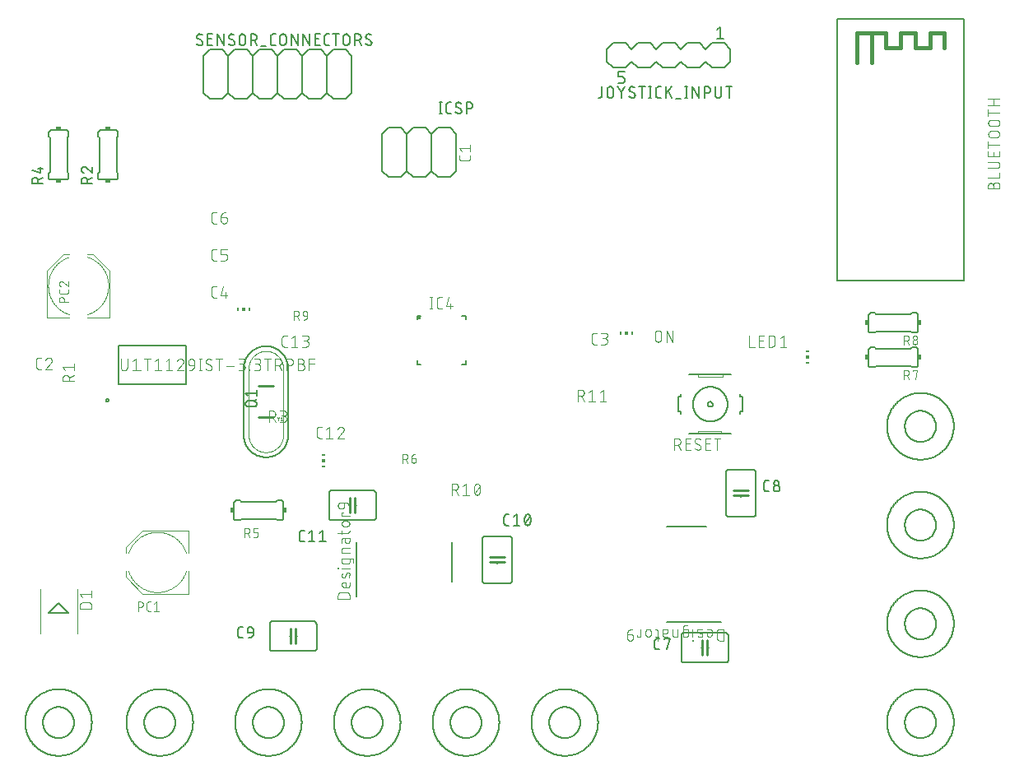
<source format=gbr>
G04 EAGLE Gerber RS-274X export*
G75*
%MOMM*%
%FSLAX34Y34*%
%LPD*%
%INSilkscreen Top*%
%IPPOS*%
%AMOC8*
5,1,8,0,0,1.08239X$1,22.5*%
G01*
%ADD10C,0.152400*%
%ADD11C,0.203200*%
%ADD12C,0.127000*%
%ADD13C,0.406400*%
%ADD14C,0.101600*%
%ADD15C,0.076200*%
%ADD16C,0.254000*%
%ADD17R,0.400000X0.400000*%
%ADD18R,0.150000X0.300000*%
%ADD19R,0.300000X0.300000*%
%ADD20R,0.300000X0.150000*%
%ADD21R,0.508000X0.381000*%
%ADD22C,0.050800*%
%ADD23C,0.220000*%
%ADD24C,0.025400*%
%ADD25R,0.381000X0.508000*%


D10*
X3810Y50800D02*
X3820Y51642D01*
X3851Y52483D01*
X3903Y53323D01*
X3975Y54161D01*
X4068Y54997D01*
X4181Y55831D01*
X4315Y56662D01*
X4469Y57490D01*
X4643Y58313D01*
X4838Y59132D01*
X5052Y59946D01*
X5287Y60754D01*
X5541Y61556D01*
X5814Y62352D01*
X6108Y63141D01*
X6420Y63922D01*
X6752Y64696D01*
X7102Y65461D01*
X7471Y66217D01*
X7859Y66964D01*
X8265Y67701D01*
X8688Y68429D01*
X9130Y69145D01*
X9589Y69851D01*
X10065Y70544D01*
X10558Y71227D01*
X11068Y71896D01*
X11593Y72553D01*
X12135Y73197D01*
X12693Y73828D01*
X13266Y74444D01*
X13853Y75047D01*
X14456Y75634D01*
X15072Y76207D01*
X15703Y76765D01*
X16347Y77307D01*
X17004Y77832D01*
X17673Y78342D01*
X18356Y78835D01*
X19049Y79311D01*
X19755Y79770D01*
X20471Y80212D01*
X21199Y80635D01*
X21936Y81041D01*
X22683Y81429D01*
X23439Y81798D01*
X24204Y82148D01*
X24978Y82480D01*
X25759Y82792D01*
X26548Y83086D01*
X27344Y83359D01*
X28146Y83613D01*
X28954Y83848D01*
X29768Y84062D01*
X30587Y84257D01*
X31410Y84431D01*
X32238Y84585D01*
X33069Y84719D01*
X33903Y84832D01*
X34739Y84925D01*
X35577Y84997D01*
X36417Y85049D01*
X37258Y85080D01*
X38100Y85090D01*
X38942Y85080D01*
X39783Y85049D01*
X40623Y84997D01*
X41461Y84925D01*
X42297Y84832D01*
X43131Y84719D01*
X43962Y84585D01*
X44790Y84431D01*
X45613Y84257D01*
X46432Y84062D01*
X47246Y83848D01*
X48054Y83613D01*
X48856Y83359D01*
X49652Y83086D01*
X50441Y82792D01*
X51222Y82480D01*
X51996Y82148D01*
X52761Y81798D01*
X53517Y81429D01*
X54264Y81041D01*
X55001Y80635D01*
X55729Y80212D01*
X56445Y79770D01*
X57151Y79311D01*
X57844Y78835D01*
X58527Y78342D01*
X59196Y77832D01*
X59853Y77307D01*
X60497Y76765D01*
X61128Y76207D01*
X61744Y75634D01*
X62347Y75047D01*
X62934Y74444D01*
X63507Y73828D01*
X64065Y73197D01*
X64607Y72553D01*
X65132Y71896D01*
X65642Y71227D01*
X66135Y70544D01*
X66611Y69851D01*
X67070Y69145D01*
X67512Y68429D01*
X67935Y67701D01*
X68341Y66964D01*
X68729Y66217D01*
X69098Y65461D01*
X69448Y64696D01*
X69780Y63922D01*
X70092Y63141D01*
X70386Y62352D01*
X70659Y61556D01*
X70913Y60754D01*
X71148Y59946D01*
X71362Y59132D01*
X71557Y58313D01*
X71731Y57490D01*
X71885Y56662D01*
X72019Y55831D01*
X72132Y54997D01*
X72225Y54161D01*
X72297Y53323D01*
X72349Y52483D01*
X72380Y51642D01*
X72390Y50800D01*
X72380Y49958D01*
X72349Y49117D01*
X72297Y48277D01*
X72225Y47439D01*
X72132Y46603D01*
X72019Y45769D01*
X71885Y44938D01*
X71731Y44110D01*
X71557Y43287D01*
X71362Y42468D01*
X71148Y41654D01*
X70913Y40846D01*
X70659Y40044D01*
X70386Y39248D01*
X70092Y38459D01*
X69780Y37678D01*
X69448Y36904D01*
X69098Y36139D01*
X68729Y35383D01*
X68341Y34636D01*
X67935Y33899D01*
X67512Y33171D01*
X67070Y32455D01*
X66611Y31749D01*
X66135Y31056D01*
X65642Y30373D01*
X65132Y29704D01*
X64607Y29047D01*
X64065Y28403D01*
X63507Y27772D01*
X62934Y27156D01*
X62347Y26553D01*
X61744Y25966D01*
X61128Y25393D01*
X60497Y24835D01*
X59853Y24293D01*
X59196Y23768D01*
X58527Y23258D01*
X57844Y22765D01*
X57151Y22289D01*
X56445Y21830D01*
X55729Y21388D01*
X55001Y20965D01*
X54264Y20559D01*
X53517Y20171D01*
X52761Y19802D01*
X51996Y19452D01*
X51222Y19120D01*
X50441Y18808D01*
X49652Y18514D01*
X48856Y18241D01*
X48054Y17987D01*
X47246Y17752D01*
X46432Y17538D01*
X45613Y17343D01*
X44790Y17169D01*
X43962Y17015D01*
X43131Y16881D01*
X42297Y16768D01*
X41461Y16675D01*
X40623Y16603D01*
X39783Y16551D01*
X38942Y16520D01*
X38100Y16510D01*
X37258Y16520D01*
X36417Y16551D01*
X35577Y16603D01*
X34739Y16675D01*
X33903Y16768D01*
X33069Y16881D01*
X32238Y17015D01*
X31410Y17169D01*
X30587Y17343D01*
X29768Y17538D01*
X28954Y17752D01*
X28146Y17987D01*
X27344Y18241D01*
X26548Y18514D01*
X25759Y18808D01*
X24978Y19120D01*
X24204Y19452D01*
X23439Y19802D01*
X22683Y20171D01*
X21936Y20559D01*
X21199Y20965D01*
X20471Y21388D01*
X19755Y21830D01*
X19049Y22289D01*
X18356Y22765D01*
X17673Y23258D01*
X17004Y23768D01*
X16347Y24293D01*
X15703Y24835D01*
X15072Y25393D01*
X14456Y25966D01*
X13853Y26553D01*
X13266Y27156D01*
X12693Y27772D01*
X12135Y28403D01*
X11593Y29047D01*
X11068Y29704D01*
X10558Y30373D01*
X10065Y31056D01*
X9589Y31749D01*
X9130Y32455D01*
X8688Y33171D01*
X8265Y33899D01*
X7859Y34636D01*
X7471Y35383D01*
X7102Y36139D01*
X6752Y36904D01*
X6420Y37678D01*
X6108Y38459D01*
X5814Y39248D01*
X5541Y40044D01*
X5287Y40846D01*
X5052Y41654D01*
X4838Y42468D01*
X4643Y43287D01*
X4469Y44110D01*
X4315Y44938D01*
X4181Y45769D01*
X4068Y46603D01*
X3975Y47439D01*
X3903Y48277D01*
X3851Y49117D01*
X3820Y49958D01*
X3810Y50800D01*
D11*
X22100Y50800D02*
X22105Y51193D01*
X22119Y51585D01*
X22143Y51977D01*
X22177Y52368D01*
X22220Y52759D01*
X22273Y53148D01*
X22336Y53535D01*
X22407Y53921D01*
X22489Y54306D01*
X22579Y54688D01*
X22680Y55067D01*
X22789Y55445D01*
X22908Y55819D01*
X23035Y56190D01*
X23172Y56558D01*
X23318Y56923D01*
X23473Y57284D01*
X23636Y57641D01*
X23808Y57994D01*
X23989Y58342D01*
X24179Y58686D01*
X24376Y59026D01*
X24582Y59360D01*
X24796Y59689D01*
X25019Y60013D01*
X25249Y60331D01*
X25486Y60644D01*
X25732Y60950D01*
X25985Y61251D01*
X26245Y61545D01*
X26512Y61833D01*
X26786Y62114D01*
X27067Y62388D01*
X27355Y62655D01*
X27649Y62915D01*
X27950Y63168D01*
X28256Y63414D01*
X28569Y63651D01*
X28887Y63881D01*
X29211Y64104D01*
X29540Y64318D01*
X29874Y64524D01*
X30214Y64721D01*
X30558Y64911D01*
X30906Y65092D01*
X31259Y65264D01*
X31616Y65427D01*
X31977Y65582D01*
X32342Y65728D01*
X32710Y65865D01*
X33081Y65992D01*
X33455Y66111D01*
X33833Y66220D01*
X34212Y66321D01*
X34594Y66411D01*
X34979Y66493D01*
X35365Y66564D01*
X35752Y66627D01*
X36141Y66680D01*
X36532Y66723D01*
X36923Y66757D01*
X37315Y66781D01*
X37707Y66795D01*
X38100Y66800D01*
X38493Y66795D01*
X38885Y66781D01*
X39277Y66757D01*
X39668Y66723D01*
X40059Y66680D01*
X40448Y66627D01*
X40835Y66564D01*
X41221Y66493D01*
X41606Y66411D01*
X41988Y66321D01*
X42367Y66220D01*
X42745Y66111D01*
X43119Y65992D01*
X43490Y65865D01*
X43858Y65728D01*
X44223Y65582D01*
X44584Y65427D01*
X44941Y65264D01*
X45294Y65092D01*
X45642Y64911D01*
X45986Y64721D01*
X46326Y64524D01*
X46660Y64318D01*
X46989Y64104D01*
X47313Y63881D01*
X47631Y63651D01*
X47944Y63414D01*
X48250Y63168D01*
X48551Y62915D01*
X48845Y62655D01*
X49133Y62388D01*
X49414Y62114D01*
X49688Y61833D01*
X49955Y61545D01*
X50215Y61251D01*
X50468Y60950D01*
X50714Y60644D01*
X50951Y60331D01*
X51181Y60013D01*
X51404Y59689D01*
X51618Y59360D01*
X51824Y59026D01*
X52021Y58686D01*
X52211Y58342D01*
X52392Y57994D01*
X52564Y57641D01*
X52727Y57284D01*
X52882Y56923D01*
X53028Y56558D01*
X53165Y56190D01*
X53292Y55819D01*
X53411Y55445D01*
X53520Y55067D01*
X53621Y54688D01*
X53711Y54306D01*
X53793Y53921D01*
X53864Y53535D01*
X53927Y53148D01*
X53980Y52759D01*
X54023Y52368D01*
X54057Y51977D01*
X54081Y51585D01*
X54095Y51193D01*
X54100Y50800D01*
X54095Y50407D01*
X54081Y50015D01*
X54057Y49623D01*
X54023Y49232D01*
X53980Y48841D01*
X53927Y48452D01*
X53864Y48065D01*
X53793Y47679D01*
X53711Y47294D01*
X53621Y46912D01*
X53520Y46533D01*
X53411Y46155D01*
X53292Y45781D01*
X53165Y45410D01*
X53028Y45042D01*
X52882Y44677D01*
X52727Y44316D01*
X52564Y43959D01*
X52392Y43606D01*
X52211Y43258D01*
X52021Y42914D01*
X51824Y42574D01*
X51618Y42240D01*
X51404Y41911D01*
X51181Y41587D01*
X50951Y41269D01*
X50714Y40956D01*
X50468Y40650D01*
X50215Y40349D01*
X49955Y40055D01*
X49688Y39767D01*
X49414Y39486D01*
X49133Y39212D01*
X48845Y38945D01*
X48551Y38685D01*
X48250Y38432D01*
X47944Y38186D01*
X47631Y37949D01*
X47313Y37719D01*
X46989Y37496D01*
X46660Y37282D01*
X46326Y37076D01*
X45986Y36879D01*
X45642Y36689D01*
X45294Y36508D01*
X44941Y36336D01*
X44584Y36173D01*
X44223Y36018D01*
X43858Y35872D01*
X43490Y35735D01*
X43119Y35608D01*
X42745Y35489D01*
X42367Y35380D01*
X41988Y35279D01*
X41606Y35189D01*
X41221Y35107D01*
X40835Y35036D01*
X40448Y34973D01*
X40059Y34920D01*
X39668Y34877D01*
X39277Y34843D01*
X38885Y34819D01*
X38493Y34805D01*
X38100Y34800D01*
X37707Y34805D01*
X37315Y34819D01*
X36923Y34843D01*
X36532Y34877D01*
X36141Y34920D01*
X35752Y34973D01*
X35365Y35036D01*
X34979Y35107D01*
X34594Y35189D01*
X34212Y35279D01*
X33833Y35380D01*
X33455Y35489D01*
X33081Y35608D01*
X32710Y35735D01*
X32342Y35872D01*
X31977Y36018D01*
X31616Y36173D01*
X31259Y36336D01*
X30906Y36508D01*
X30558Y36689D01*
X30214Y36879D01*
X29874Y37076D01*
X29540Y37282D01*
X29211Y37496D01*
X28887Y37719D01*
X28569Y37949D01*
X28256Y38186D01*
X27950Y38432D01*
X27649Y38685D01*
X27355Y38945D01*
X27067Y39212D01*
X26786Y39486D01*
X26512Y39767D01*
X26245Y40055D01*
X25985Y40349D01*
X25732Y40650D01*
X25486Y40956D01*
X25249Y41269D01*
X25019Y41587D01*
X24796Y41911D01*
X24582Y42240D01*
X24376Y42574D01*
X24179Y42914D01*
X23989Y43258D01*
X23808Y43606D01*
X23636Y43959D01*
X23473Y44316D01*
X23318Y44677D01*
X23172Y45042D01*
X23035Y45410D01*
X22908Y45781D01*
X22789Y46155D01*
X22680Y46533D01*
X22579Y46912D01*
X22489Y47294D01*
X22407Y47679D01*
X22336Y48065D01*
X22273Y48452D01*
X22220Y48841D01*
X22177Y49232D01*
X22143Y49623D01*
X22119Y50015D01*
X22105Y50407D01*
X22100Y50800D01*
D10*
X107950Y50800D02*
X107960Y51642D01*
X107991Y52483D01*
X108043Y53323D01*
X108115Y54161D01*
X108208Y54997D01*
X108321Y55831D01*
X108455Y56662D01*
X108609Y57490D01*
X108783Y58313D01*
X108978Y59132D01*
X109192Y59946D01*
X109427Y60754D01*
X109681Y61556D01*
X109954Y62352D01*
X110248Y63141D01*
X110560Y63922D01*
X110892Y64696D01*
X111242Y65461D01*
X111611Y66217D01*
X111999Y66964D01*
X112405Y67701D01*
X112828Y68429D01*
X113270Y69145D01*
X113729Y69851D01*
X114205Y70544D01*
X114698Y71227D01*
X115208Y71896D01*
X115733Y72553D01*
X116275Y73197D01*
X116833Y73828D01*
X117406Y74444D01*
X117993Y75047D01*
X118596Y75634D01*
X119212Y76207D01*
X119843Y76765D01*
X120487Y77307D01*
X121144Y77832D01*
X121813Y78342D01*
X122496Y78835D01*
X123189Y79311D01*
X123895Y79770D01*
X124611Y80212D01*
X125339Y80635D01*
X126076Y81041D01*
X126823Y81429D01*
X127579Y81798D01*
X128344Y82148D01*
X129118Y82480D01*
X129899Y82792D01*
X130688Y83086D01*
X131484Y83359D01*
X132286Y83613D01*
X133094Y83848D01*
X133908Y84062D01*
X134727Y84257D01*
X135550Y84431D01*
X136378Y84585D01*
X137209Y84719D01*
X138043Y84832D01*
X138879Y84925D01*
X139717Y84997D01*
X140557Y85049D01*
X141398Y85080D01*
X142240Y85090D01*
X143082Y85080D01*
X143923Y85049D01*
X144763Y84997D01*
X145601Y84925D01*
X146437Y84832D01*
X147271Y84719D01*
X148102Y84585D01*
X148930Y84431D01*
X149753Y84257D01*
X150572Y84062D01*
X151386Y83848D01*
X152194Y83613D01*
X152996Y83359D01*
X153792Y83086D01*
X154581Y82792D01*
X155362Y82480D01*
X156136Y82148D01*
X156901Y81798D01*
X157657Y81429D01*
X158404Y81041D01*
X159141Y80635D01*
X159869Y80212D01*
X160585Y79770D01*
X161291Y79311D01*
X161984Y78835D01*
X162667Y78342D01*
X163336Y77832D01*
X163993Y77307D01*
X164637Y76765D01*
X165268Y76207D01*
X165884Y75634D01*
X166487Y75047D01*
X167074Y74444D01*
X167647Y73828D01*
X168205Y73197D01*
X168747Y72553D01*
X169272Y71896D01*
X169782Y71227D01*
X170275Y70544D01*
X170751Y69851D01*
X171210Y69145D01*
X171652Y68429D01*
X172075Y67701D01*
X172481Y66964D01*
X172869Y66217D01*
X173238Y65461D01*
X173588Y64696D01*
X173920Y63922D01*
X174232Y63141D01*
X174526Y62352D01*
X174799Y61556D01*
X175053Y60754D01*
X175288Y59946D01*
X175502Y59132D01*
X175697Y58313D01*
X175871Y57490D01*
X176025Y56662D01*
X176159Y55831D01*
X176272Y54997D01*
X176365Y54161D01*
X176437Y53323D01*
X176489Y52483D01*
X176520Y51642D01*
X176530Y50800D01*
X176520Y49958D01*
X176489Y49117D01*
X176437Y48277D01*
X176365Y47439D01*
X176272Y46603D01*
X176159Y45769D01*
X176025Y44938D01*
X175871Y44110D01*
X175697Y43287D01*
X175502Y42468D01*
X175288Y41654D01*
X175053Y40846D01*
X174799Y40044D01*
X174526Y39248D01*
X174232Y38459D01*
X173920Y37678D01*
X173588Y36904D01*
X173238Y36139D01*
X172869Y35383D01*
X172481Y34636D01*
X172075Y33899D01*
X171652Y33171D01*
X171210Y32455D01*
X170751Y31749D01*
X170275Y31056D01*
X169782Y30373D01*
X169272Y29704D01*
X168747Y29047D01*
X168205Y28403D01*
X167647Y27772D01*
X167074Y27156D01*
X166487Y26553D01*
X165884Y25966D01*
X165268Y25393D01*
X164637Y24835D01*
X163993Y24293D01*
X163336Y23768D01*
X162667Y23258D01*
X161984Y22765D01*
X161291Y22289D01*
X160585Y21830D01*
X159869Y21388D01*
X159141Y20965D01*
X158404Y20559D01*
X157657Y20171D01*
X156901Y19802D01*
X156136Y19452D01*
X155362Y19120D01*
X154581Y18808D01*
X153792Y18514D01*
X152996Y18241D01*
X152194Y17987D01*
X151386Y17752D01*
X150572Y17538D01*
X149753Y17343D01*
X148930Y17169D01*
X148102Y17015D01*
X147271Y16881D01*
X146437Y16768D01*
X145601Y16675D01*
X144763Y16603D01*
X143923Y16551D01*
X143082Y16520D01*
X142240Y16510D01*
X141398Y16520D01*
X140557Y16551D01*
X139717Y16603D01*
X138879Y16675D01*
X138043Y16768D01*
X137209Y16881D01*
X136378Y17015D01*
X135550Y17169D01*
X134727Y17343D01*
X133908Y17538D01*
X133094Y17752D01*
X132286Y17987D01*
X131484Y18241D01*
X130688Y18514D01*
X129899Y18808D01*
X129118Y19120D01*
X128344Y19452D01*
X127579Y19802D01*
X126823Y20171D01*
X126076Y20559D01*
X125339Y20965D01*
X124611Y21388D01*
X123895Y21830D01*
X123189Y22289D01*
X122496Y22765D01*
X121813Y23258D01*
X121144Y23768D01*
X120487Y24293D01*
X119843Y24835D01*
X119212Y25393D01*
X118596Y25966D01*
X117993Y26553D01*
X117406Y27156D01*
X116833Y27772D01*
X116275Y28403D01*
X115733Y29047D01*
X115208Y29704D01*
X114698Y30373D01*
X114205Y31056D01*
X113729Y31749D01*
X113270Y32455D01*
X112828Y33171D01*
X112405Y33899D01*
X111999Y34636D01*
X111611Y35383D01*
X111242Y36139D01*
X110892Y36904D01*
X110560Y37678D01*
X110248Y38459D01*
X109954Y39248D01*
X109681Y40044D01*
X109427Y40846D01*
X109192Y41654D01*
X108978Y42468D01*
X108783Y43287D01*
X108609Y44110D01*
X108455Y44938D01*
X108321Y45769D01*
X108208Y46603D01*
X108115Y47439D01*
X108043Y48277D01*
X107991Y49117D01*
X107960Y49958D01*
X107950Y50800D01*
D11*
X126240Y50800D02*
X126245Y51193D01*
X126259Y51585D01*
X126283Y51977D01*
X126317Y52368D01*
X126360Y52759D01*
X126413Y53148D01*
X126476Y53535D01*
X126547Y53921D01*
X126629Y54306D01*
X126719Y54688D01*
X126820Y55067D01*
X126929Y55445D01*
X127048Y55819D01*
X127175Y56190D01*
X127312Y56558D01*
X127458Y56923D01*
X127613Y57284D01*
X127776Y57641D01*
X127948Y57994D01*
X128129Y58342D01*
X128319Y58686D01*
X128516Y59026D01*
X128722Y59360D01*
X128936Y59689D01*
X129159Y60013D01*
X129389Y60331D01*
X129626Y60644D01*
X129872Y60950D01*
X130125Y61251D01*
X130385Y61545D01*
X130652Y61833D01*
X130926Y62114D01*
X131207Y62388D01*
X131495Y62655D01*
X131789Y62915D01*
X132090Y63168D01*
X132396Y63414D01*
X132709Y63651D01*
X133027Y63881D01*
X133351Y64104D01*
X133680Y64318D01*
X134014Y64524D01*
X134354Y64721D01*
X134698Y64911D01*
X135046Y65092D01*
X135399Y65264D01*
X135756Y65427D01*
X136117Y65582D01*
X136482Y65728D01*
X136850Y65865D01*
X137221Y65992D01*
X137595Y66111D01*
X137973Y66220D01*
X138352Y66321D01*
X138734Y66411D01*
X139119Y66493D01*
X139505Y66564D01*
X139892Y66627D01*
X140281Y66680D01*
X140672Y66723D01*
X141063Y66757D01*
X141455Y66781D01*
X141847Y66795D01*
X142240Y66800D01*
X142633Y66795D01*
X143025Y66781D01*
X143417Y66757D01*
X143808Y66723D01*
X144199Y66680D01*
X144588Y66627D01*
X144975Y66564D01*
X145361Y66493D01*
X145746Y66411D01*
X146128Y66321D01*
X146507Y66220D01*
X146885Y66111D01*
X147259Y65992D01*
X147630Y65865D01*
X147998Y65728D01*
X148363Y65582D01*
X148724Y65427D01*
X149081Y65264D01*
X149434Y65092D01*
X149782Y64911D01*
X150126Y64721D01*
X150466Y64524D01*
X150800Y64318D01*
X151129Y64104D01*
X151453Y63881D01*
X151771Y63651D01*
X152084Y63414D01*
X152390Y63168D01*
X152691Y62915D01*
X152985Y62655D01*
X153273Y62388D01*
X153554Y62114D01*
X153828Y61833D01*
X154095Y61545D01*
X154355Y61251D01*
X154608Y60950D01*
X154854Y60644D01*
X155091Y60331D01*
X155321Y60013D01*
X155544Y59689D01*
X155758Y59360D01*
X155964Y59026D01*
X156161Y58686D01*
X156351Y58342D01*
X156532Y57994D01*
X156704Y57641D01*
X156867Y57284D01*
X157022Y56923D01*
X157168Y56558D01*
X157305Y56190D01*
X157432Y55819D01*
X157551Y55445D01*
X157660Y55067D01*
X157761Y54688D01*
X157851Y54306D01*
X157933Y53921D01*
X158004Y53535D01*
X158067Y53148D01*
X158120Y52759D01*
X158163Y52368D01*
X158197Y51977D01*
X158221Y51585D01*
X158235Y51193D01*
X158240Y50800D01*
X158235Y50407D01*
X158221Y50015D01*
X158197Y49623D01*
X158163Y49232D01*
X158120Y48841D01*
X158067Y48452D01*
X158004Y48065D01*
X157933Y47679D01*
X157851Y47294D01*
X157761Y46912D01*
X157660Y46533D01*
X157551Y46155D01*
X157432Y45781D01*
X157305Y45410D01*
X157168Y45042D01*
X157022Y44677D01*
X156867Y44316D01*
X156704Y43959D01*
X156532Y43606D01*
X156351Y43258D01*
X156161Y42914D01*
X155964Y42574D01*
X155758Y42240D01*
X155544Y41911D01*
X155321Y41587D01*
X155091Y41269D01*
X154854Y40956D01*
X154608Y40650D01*
X154355Y40349D01*
X154095Y40055D01*
X153828Y39767D01*
X153554Y39486D01*
X153273Y39212D01*
X152985Y38945D01*
X152691Y38685D01*
X152390Y38432D01*
X152084Y38186D01*
X151771Y37949D01*
X151453Y37719D01*
X151129Y37496D01*
X150800Y37282D01*
X150466Y37076D01*
X150126Y36879D01*
X149782Y36689D01*
X149434Y36508D01*
X149081Y36336D01*
X148724Y36173D01*
X148363Y36018D01*
X147998Y35872D01*
X147630Y35735D01*
X147259Y35608D01*
X146885Y35489D01*
X146507Y35380D01*
X146128Y35279D01*
X145746Y35189D01*
X145361Y35107D01*
X144975Y35036D01*
X144588Y34973D01*
X144199Y34920D01*
X143808Y34877D01*
X143417Y34843D01*
X143025Y34819D01*
X142633Y34805D01*
X142240Y34800D01*
X141847Y34805D01*
X141455Y34819D01*
X141063Y34843D01*
X140672Y34877D01*
X140281Y34920D01*
X139892Y34973D01*
X139505Y35036D01*
X139119Y35107D01*
X138734Y35189D01*
X138352Y35279D01*
X137973Y35380D01*
X137595Y35489D01*
X137221Y35608D01*
X136850Y35735D01*
X136482Y35872D01*
X136117Y36018D01*
X135756Y36173D01*
X135399Y36336D01*
X135046Y36508D01*
X134698Y36689D01*
X134354Y36879D01*
X134014Y37076D01*
X133680Y37282D01*
X133351Y37496D01*
X133027Y37719D01*
X132709Y37949D01*
X132396Y38186D01*
X132090Y38432D01*
X131789Y38685D01*
X131495Y38945D01*
X131207Y39212D01*
X130926Y39486D01*
X130652Y39767D01*
X130385Y40055D01*
X130125Y40349D01*
X129872Y40650D01*
X129626Y40956D01*
X129389Y41269D01*
X129159Y41587D01*
X128936Y41911D01*
X128722Y42240D01*
X128516Y42574D01*
X128319Y42914D01*
X128129Y43258D01*
X127948Y43606D01*
X127776Y43959D01*
X127613Y44316D01*
X127458Y44677D01*
X127312Y45042D01*
X127175Y45410D01*
X127048Y45781D01*
X126929Y46155D01*
X126820Y46533D01*
X126719Y46912D01*
X126629Y47294D01*
X126547Y47679D01*
X126476Y48065D01*
X126413Y48452D01*
X126360Y48841D01*
X126317Y49232D01*
X126283Y49623D01*
X126259Y50015D01*
X126245Y50407D01*
X126240Y50800D01*
D12*
X839380Y505580D02*
X839380Y774580D01*
X969380Y774580D01*
X969380Y505580D01*
X839380Y505580D01*
D13*
X859380Y730080D02*
X859380Y760080D01*
X874380Y760080D01*
X889380Y760080D01*
X889380Y745080D01*
X904380Y745080D01*
X904380Y760080D01*
X919380Y760080D01*
X919380Y745080D01*
X934380Y745080D01*
X934380Y760080D01*
X949380Y760080D01*
X949380Y745080D01*
X874380Y760080D02*
X874380Y730080D01*
D14*
X999561Y603390D02*
X999561Y600144D01*
X999560Y603390D02*
X999562Y603503D01*
X999568Y603616D01*
X999578Y603729D01*
X999592Y603842D01*
X999609Y603954D01*
X999631Y604065D01*
X999656Y604175D01*
X999686Y604285D01*
X999719Y604393D01*
X999756Y604500D01*
X999796Y604606D01*
X999841Y604710D01*
X999889Y604813D01*
X999940Y604914D01*
X999995Y605013D01*
X1000053Y605110D01*
X1000115Y605205D01*
X1000180Y605298D01*
X1000248Y605388D01*
X1000319Y605476D01*
X1000394Y605562D01*
X1000471Y605645D01*
X1000551Y605725D01*
X1000634Y605802D01*
X1000720Y605877D01*
X1000808Y605948D01*
X1000898Y606016D01*
X1000991Y606081D01*
X1001086Y606143D01*
X1001183Y606201D01*
X1001282Y606256D01*
X1001383Y606307D01*
X1001486Y606355D01*
X1001590Y606400D01*
X1001696Y606440D01*
X1001803Y606477D01*
X1001911Y606510D01*
X1002021Y606540D01*
X1002131Y606565D01*
X1002242Y606587D01*
X1002354Y606604D01*
X1002467Y606618D01*
X1002580Y606628D01*
X1002693Y606634D01*
X1002806Y606636D01*
X1002919Y606634D01*
X1003032Y606628D01*
X1003145Y606618D01*
X1003258Y606604D01*
X1003370Y606587D01*
X1003481Y606565D01*
X1003591Y606540D01*
X1003701Y606510D01*
X1003809Y606477D01*
X1003916Y606440D01*
X1004022Y606400D01*
X1004126Y606355D01*
X1004229Y606307D01*
X1004330Y606256D01*
X1004429Y606201D01*
X1004526Y606143D01*
X1004621Y606081D01*
X1004714Y606016D01*
X1004804Y605948D01*
X1004892Y605877D01*
X1004978Y605802D01*
X1005061Y605725D01*
X1005141Y605645D01*
X1005218Y605562D01*
X1005293Y605476D01*
X1005364Y605388D01*
X1005432Y605298D01*
X1005497Y605205D01*
X1005559Y605110D01*
X1005617Y605013D01*
X1005672Y604914D01*
X1005723Y604813D01*
X1005771Y604710D01*
X1005816Y604606D01*
X1005856Y604500D01*
X1005893Y604393D01*
X1005926Y604285D01*
X1005956Y604175D01*
X1005981Y604065D01*
X1006003Y603954D01*
X1006020Y603842D01*
X1006034Y603729D01*
X1006044Y603616D01*
X1006050Y603503D01*
X1006052Y603390D01*
X1006052Y600144D01*
X994368Y600144D01*
X994368Y603390D01*
X994370Y603491D01*
X994376Y603591D01*
X994386Y603691D01*
X994399Y603791D01*
X994417Y603890D01*
X994438Y603989D01*
X994463Y604086D01*
X994492Y604183D01*
X994525Y604278D01*
X994561Y604372D01*
X994601Y604464D01*
X994644Y604555D01*
X994691Y604644D01*
X994741Y604731D01*
X994795Y604817D01*
X994852Y604900D01*
X994912Y604980D01*
X994975Y605059D01*
X995042Y605135D01*
X995111Y605208D01*
X995183Y605278D01*
X995257Y605346D01*
X995334Y605411D01*
X995414Y605472D01*
X995496Y605531D01*
X995580Y605586D01*
X995666Y605638D01*
X995754Y605687D01*
X995844Y605732D01*
X995936Y605774D01*
X996029Y605812D01*
X996124Y605846D01*
X996219Y605877D01*
X996316Y605904D01*
X996414Y605927D01*
X996513Y605947D01*
X996613Y605962D01*
X996713Y605974D01*
X996813Y605982D01*
X996914Y605986D01*
X997014Y605986D01*
X997115Y605982D01*
X997215Y605974D01*
X997315Y605962D01*
X997415Y605947D01*
X997514Y605927D01*
X997612Y605904D01*
X997709Y605877D01*
X997804Y605846D01*
X997899Y605812D01*
X997992Y605774D01*
X998084Y605732D01*
X998174Y605687D01*
X998262Y605638D01*
X998348Y605586D01*
X998432Y605531D01*
X998514Y605472D01*
X998594Y605411D01*
X998671Y605346D01*
X998745Y605278D01*
X998817Y605208D01*
X998886Y605135D01*
X998953Y605059D01*
X999016Y604980D01*
X999076Y604900D01*
X999133Y604817D01*
X999187Y604731D01*
X999237Y604644D01*
X999284Y604555D01*
X999327Y604464D01*
X999367Y604372D01*
X999403Y604278D01*
X999436Y604183D01*
X999465Y604086D01*
X999490Y603989D01*
X999511Y603890D01*
X999529Y603791D01*
X999542Y603691D01*
X999552Y603591D01*
X999558Y603491D01*
X999560Y603390D01*
X994368Y611428D02*
X1006052Y611428D01*
X1006052Y616621D01*
X1002806Y621311D02*
X994368Y621311D01*
X1002806Y621311D02*
X1002919Y621313D01*
X1003032Y621319D01*
X1003145Y621329D01*
X1003258Y621343D01*
X1003370Y621360D01*
X1003481Y621382D01*
X1003591Y621407D01*
X1003701Y621437D01*
X1003809Y621470D01*
X1003916Y621507D01*
X1004022Y621547D01*
X1004126Y621592D01*
X1004229Y621640D01*
X1004330Y621691D01*
X1004429Y621746D01*
X1004526Y621804D01*
X1004621Y621866D01*
X1004714Y621931D01*
X1004804Y621999D01*
X1004892Y622070D01*
X1004978Y622145D01*
X1005061Y622222D01*
X1005141Y622302D01*
X1005218Y622385D01*
X1005293Y622471D01*
X1005364Y622559D01*
X1005432Y622649D01*
X1005497Y622742D01*
X1005559Y622837D01*
X1005617Y622934D01*
X1005672Y623033D01*
X1005723Y623134D01*
X1005771Y623237D01*
X1005816Y623341D01*
X1005856Y623447D01*
X1005893Y623554D01*
X1005926Y623662D01*
X1005956Y623772D01*
X1005981Y623882D01*
X1006003Y623993D01*
X1006020Y624105D01*
X1006034Y624218D01*
X1006044Y624331D01*
X1006050Y624444D01*
X1006052Y624557D01*
X1006050Y624670D01*
X1006044Y624783D01*
X1006034Y624896D01*
X1006020Y625009D01*
X1006003Y625121D01*
X1005981Y625232D01*
X1005956Y625342D01*
X1005926Y625452D01*
X1005893Y625560D01*
X1005856Y625667D01*
X1005816Y625773D01*
X1005771Y625877D01*
X1005723Y625980D01*
X1005672Y626081D01*
X1005617Y626180D01*
X1005559Y626277D01*
X1005497Y626372D01*
X1005432Y626465D01*
X1005364Y626555D01*
X1005293Y626643D01*
X1005218Y626729D01*
X1005141Y626812D01*
X1005061Y626892D01*
X1004978Y626969D01*
X1004892Y627044D01*
X1004804Y627115D01*
X1004714Y627183D01*
X1004621Y627248D01*
X1004526Y627310D01*
X1004429Y627368D01*
X1004330Y627423D01*
X1004229Y627474D01*
X1004126Y627522D01*
X1004022Y627567D01*
X1003916Y627607D01*
X1003809Y627644D01*
X1003701Y627677D01*
X1003591Y627707D01*
X1003481Y627732D01*
X1003370Y627754D01*
X1003258Y627771D01*
X1003145Y627785D01*
X1003032Y627795D01*
X1002919Y627801D01*
X1002806Y627803D01*
X1002806Y627802D02*
X994368Y627802D01*
X1006052Y633526D02*
X1006052Y638719D01*
X1006052Y633526D02*
X994368Y633526D01*
X994368Y638719D01*
X999561Y637420D02*
X999561Y633526D01*
X994368Y645512D02*
X1006052Y645512D01*
X994368Y642266D02*
X994368Y648757D01*
X997614Y652934D02*
X1002806Y652934D01*
X997614Y652934D02*
X997501Y652936D01*
X997388Y652942D01*
X997275Y652952D01*
X997162Y652966D01*
X997050Y652983D01*
X996939Y653005D01*
X996829Y653030D01*
X996719Y653060D01*
X996611Y653093D01*
X996504Y653130D01*
X996398Y653170D01*
X996294Y653215D01*
X996191Y653263D01*
X996090Y653314D01*
X995991Y653369D01*
X995894Y653427D01*
X995799Y653489D01*
X995706Y653554D01*
X995616Y653622D01*
X995528Y653693D01*
X995442Y653768D01*
X995359Y653845D01*
X995279Y653925D01*
X995202Y654008D01*
X995127Y654094D01*
X995056Y654182D01*
X994988Y654272D01*
X994923Y654365D01*
X994861Y654460D01*
X994803Y654557D01*
X994748Y654656D01*
X994697Y654757D01*
X994649Y654860D01*
X994604Y654964D01*
X994564Y655070D01*
X994527Y655177D01*
X994494Y655285D01*
X994464Y655395D01*
X994439Y655505D01*
X994417Y655616D01*
X994400Y655728D01*
X994386Y655841D01*
X994376Y655954D01*
X994370Y656067D01*
X994368Y656180D01*
X994370Y656293D01*
X994376Y656406D01*
X994386Y656519D01*
X994400Y656632D01*
X994417Y656744D01*
X994439Y656855D01*
X994464Y656965D01*
X994494Y657075D01*
X994527Y657183D01*
X994564Y657290D01*
X994604Y657396D01*
X994649Y657500D01*
X994697Y657603D01*
X994748Y657704D01*
X994803Y657803D01*
X994861Y657900D01*
X994923Y657995D01*
X994988Y658088D01*
X995056Y658178D01*
X995127Y658266D01*
X995202Y658352D01*
X995279Y658435D01*
X995359Y658515D01*
X995442Y658592D01*
X995528Y658667D01*
X995616Y658738D01*
X995706Y658806D01*
X995799Y658871D01*
X995894Y658933D01*
X995991Y658991D01*
X996090Y659046D01*
X996191Y659097D01*
X996294Y659145D01*
X996398Y659190D01*
X996504Y659230D01*
X996611Y659267D01*
X996719Y659300D01*
X996829Y659330D01*
X996939Y659355D01*
X997050Y659377D01*
X997162Y659394D01*
X997275Y659408D01*
X997388Y659418D01*
X997501Y659424D01*
X997614Y659426D01*
X997614Y659425D02*
X1002806Y659425D01*
X1002806Y659426D02*
X1002919Y659424D01*
X1003032Y659418D01*
X1003145Y659408D01*
X1003258Y659394D01*
X1003370Y659377D01*
X1003481Y659355D01*
X1003591Y659330D01*
X1003701Y659300D01*
X1003809Y659267D01*
X1003916Y659230D01*
X1004022Y659190D01*
X1004126Y659145D01*
X1004229Y659097D01*
X1004330Y659046D01*
X1004429Y658991D01*
X1004526Y658933D01*
X1004621Y658871D01*
X1004714Y658806D01*
X1004804Y658738D01*
X1004892Y658667D01*
X1004978Y658592D01*
X1005061Y658515D01*
X1005141Y658435D01*
X1005218Y658352D01*
X1005293Y658266D01*
X1005364Y658178D01*
X1005432Y658088D01*
X1005497Y657995D01*
X1005559Y657900D01*
X1005617Y657803D01*
X1005672Y657704D01*
X1005723Y657603D01*
X1005771Y657500D01*
X1005816Y657396D01*
X1005856Y657290D01*
X1005893Y657183D01*
X1005926Y657075D01*
X1005956Y656965D01*
X1005981Y656855D01*
X1006003Y656744D01*
X1006020Y656632D01*
X1006034Y656519D01*
X1006044Y656406D01*
X1006050Y656293D01*
X1006052Y656180D01*
X1006050Y656067D01*
X1006044Y655954D01*
X1006034Y655841D01*
X1006020Y655728D01*
X1006003Y655616D01*
X1005981Y655505D01*
X1005956Y655395D01*
X1005926Y655285D01*
X1005893Y655177D01*
X1005856Y655070D01*
X1005816Y654964D01*
X1005771Y654860D01*
X1005723Y654757D01*
X1005672Y654656D01*
X1005617Y654557D01*
X1005559Y654460D01*
X1005497Y654365D01*
X1005432Y654272D01*
X1005364Y654182D01*
X1005293Y654094D01*
X1005218Y654008D01*
X1005141Y653925D01*
X1005061Y653845D01*
X1004978Y653768D01*
X1004892Y653693D01*
X1004804Y653622D01*
X1004714Y653554D01*
X1004621Y653489D01*
X1004526Y653427D01*
X1004429Y653369D01*
X1004330Y653314D01*
X1004229Y653263D01*
X1004126Y653215D01*
X1004022Y653170D01*
X1003916Y653130D01*
X1003809Y653093D01*
X1003701Y653060D01*
X1003591Y653030D01*
X1003481Y653005D01*
X1003370Y652983D01*
X1003258Y652966D01*
X1003145Y652952D01*
X1003032Y652942D01*
X1002919Y652936D01*
X1002806Y652934D01*
X1002806Y664364D02*
X997614Y664364D01*
X997501Y664366D01*
X997388Y664372D01*
X997275Y664382D01*
X997162Y664396D01*
X997050Y664413D01*
X996939Y664435D01*
X996829Y664460D01*
X996719Y664490D01*
X996611Y664523D01*
X996504Y664560D01*
X996398Y664600D01*
X996294Y664645D01*
X996191Y664693D01*
X996090Y664744D01*
X995991Y664799D01*
X995894Y664857D01*
X995799Y664919D01*
X995706Y664984D01*
X995616Y665052D01*
X995528Y665123D01*
X995442Y665198D01*
X995359Y665275D01*
X995279Y665355D01*
X995202Y665438D01*
X995127Y665524D01*
X995056Y665612D01*
X994988Y665702D01*
X994923Y665795D01*
X994861Y665890D01*
X994803Y665987D01*
X994748Y666086D01*
X994697Y666187D01*
X994649Y666290D01*
X994604Y666394D01*
X994564Y666500D01*
X994527Y666607D01*
X994494Y666715D01*
X994464Y666825D01*
X994439Y666935D01*
X994417Y667046D01*
X994400Y667158D01*
X994386Y667271D01*
X994376Y667384D01*
X994370Y667497D01*
X994368Y667610D01*
X994370Y667723D01*
X994376Y667836D01*
X994386Y667949D01*
X994400Y668062D01*
X994417Y668174D01*
X994439Y668285D01*
X994464Y668395D01*
X994494Y668505D01*
X994527Y668613D01*
X994564Y668720D01*
X994604Y668826D01*
X994649Y668930D01*
X994697Y669033D01*
X994748Y669134D01*
X994803Y669233D01*
X994861Y669330D01*
X994923Y669425D01*
X994988Y669518D01*
X995056Y669608D01*
X995127Y669696D01*
X995202Y669782D01*
X995279Y669865D01*
X995359Y669945D01*
X995442Y670022D01*
X995528Y670097D01*
X995616Y670168D01*
X995706Y670236D01*
X995799Y670301D01*
X995894Y670363D01*
X995991Y670421D01*
X996090Y670476D01*
X996191Y670527D01*
X996294Y670575D01*
X996398Y670620D01*
X996504Y670660D01*
X996611Y670697D01*
X996719Y670730D01*
X996829Y670760D01*
X996939Y670785D01*
X997050Y670807D01*
X997162Y670824D01*
X997275Y670838D01*
X997388Y670848D01*
X997501Y670854D01*
X997614Y670856D01*
X997614Y670855D02*
X1002806Y670855D01*
X1002806Y670856D02*
X1002919Y670854D01*
X1003032Y670848D01*
X1003145Y670838D01*
X1003258Y670824D01*
X1003370Y670807D01*
X1003481Y670785D01*
X1003591Y670760D01*
X1003701Y670730D01*
X1003809Y670697D01*
X1003916Y670660D01*
X1004022Y670620D01*
X1004126Y670575D01*
X1004229Y670527D01*
X1004330Y670476D01*
X1004429Y670421D01*
X1004526Y670363D01*
X1004621Y670301D01*
X1004714Y670236D01*
X1004804Y670168D01*
X1004892Y670097D01*
X1004978Y670022D01*
X1005061Y669945D01*
X1005141Y669865D01*
X1005218Y669782D01*
X1005293Y669696D01*
X1005364Y669608D01*
X1005432Y669518D01*
X1005497Y669425D01*
X1005559Y669330D01*
X1005617Y669233D01*
X1005672Y669134D01*
X1005723Y669033D01*
X1005771Y668930D01*
X1005816Y668826D01*
X1005856Y668720D01*
X1005893Y668613D01*
X1005926Y668505D01*
X1005956Y668395D01*
X1005981Y668285D01*
X1006003Y668174D01*
X1006020Y668062D01*
X1006034Y667949D01*
X1006044Y667836D01*
X1006050Y667723D01*
X1006052Y667610D01*
X1006050Y667497D01*
X1006044Y667384D01*
X1006034Y667271D01*
X1006020Y667158D01*
X1006003Y667046D01*
X1005981Y666935D01*
X1005956Y666825D01*
X1005926Y666715D01*
X1005893Y666607D01*
X1005856Y666500D01*
X1005816Y666394D01*
X1005771Y666290D01*
X1005723Y666187D01*
X1005672Y666086D01*
X1005617Y665987D01*
X1005559Y665890D01*
X1005497Y665795D01*
X1005432Y665702D01*
X1005364Y665612D01*
X1005293Y665524D01*
X1005218Y665438D01*
X1005141Y665355D01*
X1005061Y665275D01*
X1004978Y665198D01*
X1004892Y665123D01*
X1004804Y665052D01*
X1004714Y664984D01*
X1004621Y664919D01*
X1004526Y664857D01*
X1004429Y664799D01*
X1004330Y664744D01*
X1004229Y664693D01*
X1004126Y664645D01*
X1004022Y664600D01*
X1003916Y664560D01*
X1003809Y664523D01*
X1003701Y664490D01*
X1003591Y664460D01*
X1003481Y664435D01*
X1003370Y664413D01*
X1003258Y664396D01*
X1003145Y664382D01*
X1003032Y664372D01*
X1002919Y664366D01*
X1002806Y664364D01*
X1006052Y678277D02*
X994368Y678277D01*
X994368Y675032D02*
X994368Y681523D01*
X994368Y686081D02*
X1006052Y686081D01*
X999561Y686081D02*
X999561Y692572D01*
X994368Y692572D02*
X1006052Y692572D01*
D11*
X704266Y252222D02*
X664134Y252222D01*
X664134Y154178D02*
X719252Y154178D01*
D15*
X721919Y146939D02*
X721919Y135001D01*
X718603Y135001D01*
X718490Y135003D01*
X718377Y135009D01*
X718264Y135018D01*
X718151Y135032D01*
X718040Y135049D01*
X717928Y135070D01*
X717818Y135095D01*
X717708Y135124D01*
X717600Y135156D01*
X717493Y135192D01*
X717387Y135232D01*
X717282Y135276D01*
X717179Y135322D01*
X717077Y135373D01*
X716978Y135427D01*
X716880Y135484D01*
X716784Y135544D01*
X716691Y135608D01*
X716599Y135675D01*
X716510Y135745D01*
X716424Y135818D01*
X716340Y135894D01*
X716258Y135972D01*
X716180Y136054D01*
X716104Y136138D01*
X716031Y136224D01*
X715961Y136313D01*
X715894Y136405D01*
X715830Y136498D01*
X715770Y136594D01*
X715713Y136692D01*
X715659Y136791D01*
X715608Y136893D01*
X715562Y136996D01*
X715518Y137101D01*
X715478Y137207D01*
X715442Y137314D01*
X715410Y137422D01*
X715381Y137532D01*
X715356Y137642D01*
X715335Y137754D01*
X715318Y137865D01*
X715304Y137978D01*
X715295Y138091D01*
X715289Y138204D01*
X715287Y138317D01*
X715287Y143623D01*
X715289Y143736D01*
X715295Y143849D01*
X715304Y143962D01*
X715318Y144075D01*
X715335Y144186D01*
X715356Y144298D01*
X715381Y144408D01*
X715410Y144518D01*
X715442Y144626D01*
X715478Y144733D01*
X715518Y144839D01*
X715562Y144944D01*
X715608Y145047D01*
X715659Y145149D01*
X715713Y145248D01*
X715770Y145346D01*
X715830Y145442D01*
X715894Y145535D01*
X715961Y145627D01*
X716031Y145716D01*
X716104Y145802D01*
X716180Y145886D01*
X716258Y145968D01*
X716340Y146046D01*
X716424Y146122D01*
X716510Y146195D01*
X716599Y146265D01*
X716691Y146332D01*
X716784Y146396D01*
X716880Y146456D01*
X716978Y146513D01*
X717077Y146567D01*
X717179Y146618D01*
X717282Y146664D01*
X717387Y146708D01*
X717493Y146748D01*
X717600Y146784D01*
X717708Y146816D01*
X717818Y146845D01*
X717928Y146870D01*
X718040Y146891D01*
X718151Y146908D01*
X718264Y146922D01*
X718377Y146931D01*
X718490Y146937D01*
X718603Y146939D01*
X721919Y146939D01*
X708217Y146939D02*
X704901Y146939D01*
X708217Y146939D02*
X708304Y146937D01*
X708390Y146931D01*
X708477Y146922D01*
X708563Y146909D01*
X708648Y146892D01*
X708732Y146871D01*
X708815Y146847D01*
X708898Y146819D01*
X708979Y146788D01*
X709058Y146753D01*
X709136Y146714D01*
X709212Y146672D01*
X709286Y146627D01*
X709358Y146579D01*
X709428Y146528D01*
X709496Y146473D01*
X709561Y146416D01*
X709624Y146356D01*
X709684Y146293D01*
X709741Y146228D01*
X709796Y146160D01*
X709847Y146090D01*
X709895Y146018D01*
X709940Y145944D01*
X709982Y145868D01*
X710021Y145790D01*
X710056Y145711D01*
X710087Y145630D01*
X710115Y145547D01*
X710139Y145464D01*
X710160Y145380D01*
X710177Y145295D01*
X710190Y145209D01*
X710199Y145122D01*
X710205Y145036D01*
X710207Y144949D01*
X710207Y141633D01*
X710205Y141531D01*
X710199Y141430D01*
X710189Y141329D01*
X710176Y141228D01*
X710158Y141128D01*
X710137Y141029D01*
X710112Y140930D01*
X710083Y140833D01*
X710051Y140736D01*
X710015Y140641D01*
X709975Y140548D01*
X709932Y140456D01*
X709885Y140366D01*
X709834Y140277D01*
X709781Y140191D01*
X709724Y140107D01*
X709664Y140025D01*
X709601Y139945D01*
X709535Y139868D01*
X709466Y139793D01*
X709394Y139721D01*
X709319Y139652D01*
X709242Y139586D01*
X709162Y139523D01*
X709080Y139463D01*
X708996Y139406D01*
X708910Y139353D01*
X708821Y139302D01*
X708731Y139255D01*
X708639Y139212D01*
X708546Y139172D01*
X708451Y139136D01*
X708354Y139104D01*
X708257Y139075D01*
X708158Y139050D01*
X708059Y139029D01*
X707959Y139011D01*
X707858Y138998D01*
X707757Y138988D01*
X707656Y138982D01*
X707554Y138980D01*
X707452Y138982D01*
X707351Y138988D01*
X707250Y138998D01*
X707149Y139011D01*
X707049Y139029D01*
X706950Y139050D01*
X706851Y139075D01*
X706754Y139104D01*
X706657Y139136D01*
X706562Y139172D01*
X706469Y139212D01*
X706377Y139255D01*
X706287Y139302D01*
X706198Y139353D01*
X706112Y139406D01*
X706028Y139463D01*
X705946Y139523D01*
X705866Y139586D01*
X705789Y139652D01*
X705714Y139721D01*
X705642Y139793D01*
X705573Y139868D01*
X705507Y139945D01*
X705444Y140025D01*
X705384Y140107D01*
X705327Y140191D01*
X705274Y140277D01*
X705223Y140366D01*
X705176Y140456D01*
X705133Y140548D01*
X705093Y140641D01*
X705057Y140736D01*
X705025Y140833D01*
X704996Y140930D01*
X704971Y141029D01*
X704950Y141128D01*
X704932Y141228D01*
X704919Y141329D01*
X704909Y141430D01*
X704903Y141531D01*
X704901Y141633D01*
X704901Y142960D01*
X710207Y142960D01*
X699306Y142296D02*
X695990Y143623D01*
X699306Y142297D02*
X699381Y142265D01*
X699455Y142229D01*
X699528Y142189D01*
X699598Y142146D01*
X699666Y142100D01*
X699732Y142051D01*
X699795Y141998D01*
X699856Y141943D01*
X699914Y141884D01*
X699969Y141823D01*
X700022Y141760D01*
X700071Y141694D01*
X700117Y141626D01*
X700159Y141555D01*
X700199Y141483D01*
X700234Y141409D01*
X700266Y141333D01*
X700295Y141256D01*
X700319Y141177D01*
X700340Y141098D01*
X700358Y141017D01*
X700371Y140936D01*
X700380Y140854D01*
X700385Y140772D01*
X700387Y140690D01*
X700385Y140607D01*
X700378Y140525D01*
X700368Y140444D01*
X700354Y140363D01*
X700336Y140282D01*
X700314Y140203D01*
X700288Y140125D01*
X700259Y140048D01*
X700226Y139973D01*
X700189Y139899D01*
X700149Y139827D01*
X700106Y139757D01*
X700059Y139689D01*
X700009Y139624D01*
X699956Y139561D01*
X699900Y139501D01*
X699841Y139443D01*
X699780Y139388D01*
X699716Y139337D01*
X699649Y139288D01*
X699581Y139243D01*
X699510Y139201D01*
X699437Y139162D01*
X699363Y139127D01*
X699287Y139095D01*
X699209Y139068D01*
X699130Y139044D01*
X699051Y139023D01*
X698970Y139007D01*
X698889Y138994D01*
X698807Y138986D01*
X698725Y138981D01*
X698642Y138980D01*
X698461Y138985D01*
X698281Y138994D01*
X698100Y139007D01*
X697920Y139025D01*
X697740Y139047D01*
X697561Y139073D01*
X697382Y139104D01*
X697205Y139139D01*
X697028Y139179D01*
X696852Y139222D01*
X696677Y139270D01*
X696504Y139322D01*
X696332Y139378D01*
X696161Y139438D01*
X695992Y139502D01*
X695824Y139571D01*
X695658Y139643D01*
X695990Y143623D02*
X695915Y143655D01*
X695841Y143691D01*
X695768Y143731D01*
X695698Y143774D01*
X695630Y143820D01*
X695564Y143869D01*
X695501Y143922D01*
X695440Y143977D01*
X695382Y144036D01*
X695327Y144097D01*
X695274Y144160D01*
X695225Y144226D01*
X695179Y144294D01*
X695137Y144365D01*
X695097Y144437D01*
X695062Y144511D01*
X695030Y144587D01*
X695001Y144664D01*
X694977Y144743D01*
X694956Y144822D01*
X694938Y144903D01*
X694925Y144984D01*
X694916Y145066D01*
X694911Y145148D01*
X694909Y145230D01*
X694911Y145313D01*
X694918Y145395D01*
X694928Y145476D01*
X694942Y145557D01*
X694960Y145638D01*
X694982Y145717D01*
X695008Y145795D01*
X695037Y145872D01*
X695070Y145947D01*
X695107Y146021D01*
X695147Y146093D01*
X695190Y146163D01*
X695237Y146231D01*
X695287Y146296D01*
X695340Y146359D01*
X695396Y146419D01*
X695455Y146477D01*
X695516Y146532D01*
X695580Y146583D01*
X695647Y146632D01*
X695715Y146677D01*
X695786Y146719D01*
X695859Y146758D01*
X695933Y146793D01*
X696009Y146825D01*
X696087Y146852D01*
X696166Y146876D01*
X696245Y146897D01*
X696326Y146913D01*
X696407Y146926D01*
X696489Y146934D01*
X696571Y146939D01*
X696654Y146940D01*
X696653Y146940D02*
X696919Y146933D01*
X697184Y146920D01*
X697450Y146900D01*
X697714Y146874D01*
X697979Y146842D01*
X698242Y146804D01*
X698504Y146760D01*
X698765Y146709D01*
X699025Y146652D01*
X699284Y146589D01*
X699541Y146520D01*
X699796Y146445D01*
X700049Y146364D01*
X700301Y146277D01*
X690409Y146939D02*
X690409Y138980D01*
X690741Y135664D02*
X690741Y135001D01*
X690077Y135001D01*
X690077Y135664D01*
X690741Y135664D01*
X683885Y146939D02*
X680569Y146939D01*
X683885Y146939D02*
X683972Y146937D01*
X684058Y146931D01*
X684145Y146922D01*
X684231Y146909D01*
X684316Y146892D01*
X684400Y146871D01*
X684483Y146847D01*
X684566Y146819D01*
X684647Y146788D01*
X684726Y146753D01*
X684804Y146714D01*
X684880Y146672D01*
X684954Y146627D01*
X685026Y146579D01*
X685096Y146528D01*
X685164Y146473D01*
X685229Y146416D01*
X685292Y146356D01*
X685352Y146293D01*
X685409Y146228D01*
X685464Y146160D01*
X685515Y146090D01*
X685563Y146018D01*
X685608Y145944D01*
X685650Y145868D01*
X685689Y145790D01*
X685724Y145711D01*
X685755Y145630D01*
X685783Y145547D01*
X685807Y145464D01*
X685828Y145380D01*
X685845Y145295D01*
X685858Y145209D01*
X685867Y145122D01*
X685873Y145036D01*
X685875Y144949D01*
X685874Y144949D02*
X685874Y140970D01*
X685875Y140970D02*
X685873Y140883D01*
X685867Y140797D01*
X685858Y140710D01*
X685845Y140624D01*
X685828Y140539D01*
X685807Y140455D01*
X685783Y140372D01*
X685755Y140289D01*
X685724Y140208D01*
X685689Y140129D01*
X685650Y140051D01*
X685608Y139975D01*
X685563Y139901D01*
X685515Y139829D01*
X685464Y139759D01*
X685409Y139691D01*
X685352Y139626D01*
X685292Y139563D01*
X685229Y139503D01*
X685164Y139446D01*
X685096Y139391D01*
X685026Y139340D01*
X684954Y139292D01*
X684880Y139247D01*
X684804Y139205D01*
X684726Y139166D01*
X684647Y139131D01*
X684566Y139100D01*
X684483Y139072D01*
X684400Y139048D01*
X684316Y139027D01*
X684231Y139010D01*
X684145Y138997D01*
X684058Y138988D01*
X683972Y138982D01*
X683885Y138980D01*
X680569Y138980D01*
X680569Y148929D01*
X680568Y148929D02*
X680570Y149016D01*
X680576Y149102D01*
X680585Y149189D01*
X680598Y149275D01*
X680615Y149360D01*
X680636Y149444D01*
X680660Y149527D01*
X680688Y149610D01*
X680719Y149691D01*
X680754Y149770D01*
X680793Y149848D01*
X680835Y149924D01*
X680880Y149998D01*
X680928Y150070D01*
X680979Y150140D01*
X681034Y150208D01*
X681091Y150273D01*
X681151Y150336D01*
X681214Y150396D01*
X681279Y150453D01*
X681347Y150508D01*
X681417Y150559D01*
X681489Y150607D01*
X681563Y150652D01*
X681639Y150694D01*
X681717Y150733D01*
X681796Y150768D01*
X681877Y150799D01*
X681960Y150827D01*
X682043Y150851D01*
X682127Y150872D01*
X682212Y150889D01*
X682298Y150902D01*
X682385Y150911D01*
X682471Y150917D01*
X682558Y150919D01*
X682558Y150918D02*
X685211Y150918D01*
X675155Y146939D02*
X675155Y138980D01*
X671839Y138980D01*
X671752Y138982D01*
X671666Y138988D01*
X671579Y138997D01*
X671493Y139010D01*
X671408Y139027D01*
X671324Y139048D01*
X671241Y139072D01*
X671158Y139100D01*
X671077Y139131D01*
X670998Y139166D01*
X670920Y139205D01*
X670844Y139247D01*
X670770Y139292D01*
X670698Y139340D01*
X670628Y139391D01*
X670560Y139446D01*
X670495Y139503D01*
X670432Y139563D01*
X670372Y139626D01*
X670315Y139691D01*
X670260Y139759D01*
X670209Y139829D01*
X670161Y139901D01*
X670116Y139975D01*
X670074Y140051D01*
X670035Y140129D01*
X670000Y140208D01*
X669969Y140289D01*
X669941Y140372D01*
X669917Y140455D01*
X669896Y140539D01*
X669879Y140624D01*
X669866Y140710D01*
X669857Y140797D01*
X669851Y140883D01*
X669849Y140970D01*
X669849Y146939D01*
X662598Y142296D02*
X659614Y142296D01*
X662598Y142297D02*
X662693Y142299D01*
X662787Y142305D01*
X662881Y142314D01*
X662975Y142328D01*
X663068Y142345D01*
X663161Y142366D01*
X663252Y142391D01*
X663342Y142420D01*
X663431Y142452D01*
X663519Y142488D01*
X663605Y142527D01*
X663690Y142570D01*
X663772Y142616D01*
X663853Y142665D01*
X663931Y142718D01*
X664008Y142774D01*
X664082Y142833D01*
X664153Y142895D01*
X664222Y142960D01*
X664289Y143028D01*
X664352Y143098D01*
X664413Y143171D01*
X664470Y143246D01*
X664525Y143324D01*
X664576Y143403D01*
X664624Y143485D01*
X664668Y143569D01*
X664709Y143654D01*
X664747Y143741D01*
X664781Y143829D01*
X664811Y143919D01*
X664838Y144010D01*
X664861Y144102D01*
X664880Y144194D01*
X664895Y144288D01*
X664907Y144382D01*
X664915Y144476D01*
X664919Y144571D01*
X664919Y144665D01*
X664915Y144760D01*
X664907Y144854D01*
X664895Y144948D01*
X664880Y145042D01*
X664861Y145134D01*
X664838Y145226D01*
X664811Y145317D01*
X664781Y145407D01*
X664747Y145495D01*
X664709Y145582D01*
X664668Y145667D01*
X664624Y145751D01*
X664576Y145833D01*
X664525Y145912D01*
X664470Y145990D01*
X664413Y146065D01*
X664352Y146138D01*
X664289Y146208D01*
X664222Y146276D01*
X664153Y146341D01*
X664082Y146403D01*
X664008Y146462D01*
X663931Y146518D01*
X663853Y146571D01*
X663772Y146620D01*
X663690Y146666D01*
X663605Y146709D01*
X663519Y146748D01*
X663431Y146784D01*
X663342Y146816D01*
X663252Y146845D01*
X663161Y146870D01*
X663068Y146891D01*
X662975Y146908D01*
X662881Y146922D01*
X662787Y146931D01*
X662693Y146937D01*
X662598Y146939D01*
X659614Y146939D01*
X659614Y140970D01*
X659613Y140970D02*
X659615Y140883D01*
X659621Y140797D01*
X659630Y140710D01*
X659643Y140624D01*
X659660Y140539D01*
X659681Y140455D01*
X659705Y140372D01*
X659733Y140289D01*
X659764Y140208D01*
X659799Y140129D01*
X659838Y140051D01*
X659880Y139975D01*
X659925Y139901D01*
X659973Y139829D01*
X660024Y139759D01*
X660079Y139691D01*
X660136Y139626D01*
X660196Y139563D01*
X660259Y139503D01*
X660324Y139446D01*
X660392Y139391D01*
X660462Y139340D01*
X660534Y139292D01*
X660608Y139247D01*
X660684Y139205D01*
X660762Y139166D01*
X660841Y139131D01*
X660922Y139100D01*
X661005Y139072D01*
X661088Y139048D01*
X661172Y139027D01*
X661257Y139010D01*
X661343Y138997D01*
X661430Y138988D01*
X661516Y138982D01*
X661603Y138980D01*
X664256Y138980D01*
X655523Y138980D02*
X651543Y138980D01*
X654196Y135001D02*
X654196Y144949D01*
X654194Y145036D01*
X654188Y145122D01*
X654179Y145209D01*
X654166Y145295D01*
X654149Y145380D01*
X654128Y145464D01*
X654104Y145547D01*
X654076Y145630D01*
X654045Y145711D01*
X654010Y145790D01*
X653971Y145868D01*
X653929Y145944D01*
X653884Y146018D01*
X653836Y146090D01*
X653785Y146160D01*
X653730Y146228D01*
X653673Y146293D01*
X653613Y146356D01*
X653550Y146416D01*
X653485Y146473D01*
X653417Y146528D01*
X653347Y146579D01*
X653275Y146627D01*
X653201Y146672D01*
X653125Y146714D01*
X653047Y146753D01*
X652968Y146788D01*
X652887Y146819D01*
X652804Y146847D01*
X652721Y146871D01*
X652637Y146892D01*
X652552Y146909D01*
X652466Y146922D01*
X652379Y146931D01*
X652293Y146937D01*
X652206Y146939D01*
X651543Y146939D01*
X647342Y144286D02*
X647342Y141633D01*
X647340Y141531D01*
X647334Y141430D01*
X647324Y141329D01*
X647311Y141228D01*
X647293Y141128D01*
X647272Y141029D01*
X647247Y140930D01*
X647218Y140833D01*
X647186Y140736D01*
X647150Y140641D01*
X647110Y140548D01*
X647067Y140456D01*
X647020Y140366D01*
X646969Y140277D01*
X646916Y140191D01*
X646859Y140107D01*
X646799Y140025D01*
X646736Y139945D01*
X646670Y139868D01*
X646601Y139793D01*
X646529Y139721D01*
X646454Y139652D01*
X646377Y139586D01*
X646297Y139523D01*
X646215Y139463D01*
X646131Y139406D01*
X646045Y139353D01*
X645956Y139302D01*
X645866Y139255D01*
X645774Y139212D01*
X645681Y139172D01*
X645586Y139136D01*
X645489Y139104D01*
X645392Y139075D01*
X645293Y139050D01*
X645194Y139029D01*
X645094Y139011D01*
X644993Y138998D01*
X644892Y138988D01*
X644791Y138982D01*
X644689Y138980D01*
X644587Y138982D01*
X644486Y138988D01*
X644385Y138998D01*
X644284Y139011D01*
X644184Y139029D01*
X644085Y139050D01*
X643986Y139075D01*
X643889Y139104D01*
X643792Y139136D01*
X643697Y139172D01*
X643604Y139212D01*
X643512Y139255D01*
X643422Y139302D01*
X643333Y139353D01*
X643247Y139406D01*
X643163Y139463D01*
X643081Y139523D01*
X643001Y139586D01*
X642924Y139652D01*
X642849Y139721D01*
X642777Y139793D01*
X642708Y139868D01*
X642642Y139945D01*
X642579Y140025D01*
X642519Y140107D01*
X642462Y140191D01*
X642409Y140277D01*
X642358Y140366D01*
X642311Y140456D01*
X642268Y140548D01*
X642228Y140641D01*
X642192Y140736D01*
X642160Y140833D01*
X642131Y140930D01*
X642106Y141029D01*
X642085Y141128D01*
X642067Y141228D01*
X642054Y141329D01*
X642044Y141430D01*
X642038Y141531D01*
X642036Y141633D01*
X642036Y144286D01*
X642038Y144388D01*
X642044Y144489D01*
X642054Y144590D01*
X642067Y144691D01*
X642085Y144791D01*
X642106Y144890D01*
X642131Y144989D01*
X642160Y145086D01*
X642192Y145183D01*
X642228Y145278D01*
X642268Y145371D01*
X642311Y145463D01*
X642358Y145553D01*
X642409Y145642D01*
X642462Y145728D01*
X642519Y145812D01*
X642579Y145894D01*
X642642Y145974D01*
X642708Y146051D01*
X642777Y146126D01*
X642849Y146198D01*
X642924Y146267D01*
X643001Y146333D01*
X643081Y146396D01*
X643163Y146456D01*
X643247Y146513D01*
X643333Y146566D01*
X643422Y146617D01*
X643512Y146664D01*
X643604Y146707D01*
X643697Y146747D01*
X643792Y146783D01*
X643889Y146815D01*
X643986Y146844D01*
X644085Y146869D01*
X644184Y146890D01*
X644284Y146908D01*
X644385Y146921D01*
X644486Y146931D01*
X644587Y146937D01*
X644689Y146939D01*
X644791Y146937D01*
X644892Y146931D01*
X644993Y146921D01*
X645094Y146908D01*
X645194Y146890D01*
X645293Y146869D01*
X645392Y146844D01*
X645489Y146815D01*
X645586Y146783D01*
X645681Y146747D01*
X645774Y146707D01*
X645866Y146664D01*
X645956Y146617D01*
X646045Y146566D01*
X646131Y146513D01*
X646215Y146456D01*
X646297Y146396D01*
X646377Y146333D01*
X646454Y146267D01*
X646529Y146198D01*
X646601Y146126D01*
X646670Y146051D01*
X646736Y145974D01*
X646799Y145894D01*
X646859Y145812D01*
X646916Y145728D01*
X646969Y145642D01*
X647020Y145553D01*
X647067Y145463D01*
X647110Y145371D01*
X647150Y145278D01*
X647186Y145183D01*
X647218Y145086D01*
X647247Y144989D01*
X647272Y144890D01*
X647293Y144791D01*
X647311Y144691D01*
X647324Y144590D01*
X647334Y144489D01*
X647340Y144388D01*
X647342Y144286D01*
X636997Y146939D02*
X636997Y138980D01*
X633018Y138980D01*
X633018Y140307D01*
X626683Y141633D02*
X622704Y141633D01*
X626683Y141633D02*
X626785Y141631D01*
X626886Y141625D01*
X626987Y141615D01*
X627088Y141602D01*
X627188Y141584D01*
X627287Y141563D01*
X627386Y141538D01*
X627483Y141509D01*
X627580Y141477D01*
X627675Y141441D01*
X627768Y141401D01*
X627860Y141358D01*
X627950Y141311D01*
X628039Y141260D01*
X628125Y141207D01*
X628209Y141150D01*
X628291Y141090D01*
X628371Y141027D01*
X628448Y140961D01*
X628523Y140892D01*
X628595Y140820D01*
X628664Y140745D01*
X628730Y140668D01*
X628793Y140588D01*
X628853Y140506D01*
X628910Y140422D01*
X628963Y140336D01*
X629014Y140247D01*
X629061Y140157D01*
X629104Y140065D01*
X629144Y139972D01*
X629180Y139877D01*
X629212Y139780D01*
X629241Y139683D01*
X629266Y139584D01*
X629287Y139485D01*
X629305Y139385D01*
X629318Y139284D01*
X629328Y139183D01*
X629334Y139082D01*
X629336Y138980D01*
X629336Y138317D01*
X629334Y138203D01*
X629328Y138088D01*
X629318Y137974D01*
X629304Y137861D01*
X629287Y137747D01*
X629265Y137635D01*
X629240Y137523D01*
X629210Y137413D01*
X629177Y137303D01*
X629140Y137195D01*
X629100Y137088D01*
X629055Y136982D01*
X629008Y136878D01*
X628956Y136776D01*
X628901Y136676D01*
X628843Y136577D01*
X628781Y136481D01*
X628716Y136386D01*
X628648Y136295D01*
X628576Y136205D01*
X628502Y136118D01*
X628425Y136034D01*
X628344Y135952D01*
X628261Y135873D01*
X628176Y135797D01*
X628087Y135724D01*
X627997Y135655D01*
X627904Y135588D01*
X627808Y135525D01*
X627711Y135465D01*
X627611Y135408D01*
X627510Y135355D01*
X627407Y135305D01*
X627302Y135259D01*
X627196Y135216D01*
X627088Y135178D01*
X626979Y135143D01*
X626869Y135112D01*
X626758Y135084D01*
X626646Y135061D01*
X626533Y135041D01*
X626420Y135025D01*
X626306Y135013D01*
X626192Y135005D01*
X626077Y135001D01*
X625963Y135001D01*
X625848Y135005D01*
X625734Y135013D01*
X625620Y135025D01*
X625507Y135041D01*
X625394Y135061D01*
X625282Y135084D01*
X625171Y135112D01*
X625061Y135143D01*
X624952Y135178D01*
X624844Y135216D01*
X624738Y135259D01*
X624633Y135305D01*
X624530Y135355D01*
X624429Y135408D01*
X624329Y135465D01*
X624232Y135525D01*
X624136Y135588D01*
X624043Y135655D01*
X623953Y135724D01*
X623864Y135797D01*
X623779Y135873D01*
X623696Y135952D01*
X623615Y136034D01*
X623538Y136118D01*
X623464Y136205D01*
X623392Y136295D01*
X623324Y136386D01*
X623259Y136481D01*
X623197Y136577D01*
X623139Y136676D01*
X623084Y136776D01*
X623032Y136878D01*
X622985Y136982D01*
X622940Y137088D01*
X622900Y137195D01*
X622863Y137303D01*
X622830Y137413D01*
X622800Y137523D01*
X622775Y137635D01*
X622753Y137747D01*
X622736Y137861D01*
X622722Y137974D01*
X622712Y138088D01*
X622706Y138203D01*
X622704Y138317D01*
X622704Y141633D01*
X622706Y141777D01*
X622712Y141920D01*
X622722Y142064D01*
X622735Y142207D01*
X622753Y142349D01*
X622774Y142491D01*
X622799Y142633D01*
X622828Y142774D01*
X622861Y142914D01*
X622897Y143053D01*
X622938Y143190D01*
X622982Y143327D01*
X623029Y143463D01*
X623081Y143597D01*
X623136Y143730D01*
X623194Y143861D01*
X623257Y143991D01*
X623322Y144118D01*
X623391Y144244D01*
X623464Y144369D01*
X623539Y144491D01*
X623618Y144611D01*
X623701Y144729D01*
X623786Y144844D01*
X623874Y144957D01*
X623966Y145068D01*
X624060Y145176D01*
X624158Y145282D01*
X624258Y145385D01*
X624361Y145485D01*
X624467Y145583D01*
X624575Y145677D01*
X624686Y145769D01*
X624799Y145857D01*
X624915Y145942D01*
X625032Y146025D01*
X625152Y146104D01*
X625274Y146179D01*
X625399Y146252D01*
X625525Y146321D01*
X625653Y146387D01*
X625782Y146449D01*
X625913Y146507D01*
X626046Y146562D01*
X626180Y146614D01*
X626316Y146661D01*
X626453Y146705D01*
X626591Y146746D01*
X626729Y146782D01*
X626869Y146815D01*
X627010Y146844D01*
X627152Y146869D01*
X627294Y146890D01*
X627436Y146908D01*
X627579Y146921D01*
X627723Y146931D01*
X627866Y146937D01*
X628010Y146939D01*
D14*
X461772Y631754D02*
X461772Y634351D01*
X461772Y631754D02*
X461770Y631655D01*
X461764Y631555D01*
X461755Y631456D01*
X461742Y631358D01*
X461725Y631260D01*
X461704Y631162D01*
X461679Y631066D01*
X461651Y630971D01*
X461619Y630877D01*
X461584Y630784D01*
X461545Y630692D01*
X461502Y630602D01*
X461457Y630514D01*
X461407Y630427D01*
X461355Y630343D01*
X461299Y630260D01*
X461241Y630180D01*
X461179Y630102D01*
X461114Y630027D01*
X461046Y629954D01*
X460976Y629884D01*
X460903Y629816D01*
X460828Y629751D01*
X460750Y629689D01*
X460670Y629631D01*
X460587Y629575D01*
X460503Y629523D01*
X460416Y629473D01*
X460328Y629428D01*
X460238Y629385D01*
X460146Y629346D01*
X460053Y629311D01*
X459959Y629279D01*
X459864Y629251D01*
X459768Y629226D01*
X459670Y629205D01*
X459572Y629188D01*
X459474Y629175D01*
X459375Y629166D01*
X459275Y629160D01*
X459176Y629158D01*
X452684Y629158D01*
X452585Y629160D01*
X452485Y629166D01*
X452386Y629175D01*
X452288Y629188D01*
X452190Y629206D01*
X452092Y629226D01*
X451996Y629251D01*
X451900Y629279D01*
X451806Y629311D01*
X451713Y629346D01*
X451622Y629385D01*
X451532Y629428D01*
X451443Y629473D01*
X451357Y629523D01*
X451272Y629575D01*
X451190Y629631D01*
X451110Y629690D01*
X451032Y629751D01*
X450956Y629816D01*
X450883Y629884D01*
X450813Y629954D01*
X450745Y630027D01*
X450680Y630103D01*
X450619Y630181D01*
X450560Y630261D01*
X450504Y630343D01*
X450452Y630428D01*
X450403Y630514D01*
X450357Y630603D01*
X450314Y630693D01*
X450275Y630784D01*
X450240Y630877D01*
X450208Y630971D01*
X450180Y631067D01*
X450155Y631163D01*
X450135Y631261D01*
X450117Y631359D01*
X450104Y631457D01*
X450095Y631556D01*
X450089Y631655D01*
X450087Y631755D01*
X450088Y631754D02*
X450088Y634351D01*
X452684Y638716D02*
X450088Y641962D01*
X461772Y641962D01*
X461772Y645207D02*
X461772Y638716D01*
D10*
X300990Y154940D02*
X257810Y154940D01*
X257810Y124460D02*
X300990Y124460D01*
X303530Y127000D02*
X303530Y152400D01*
X255270Y152400D02*
X255270Y127000D01*
X300990Y154940D02*
X301090Y154938D01*
X301189Y154932D01*
X301289Y154922D01*
X301387Y154909D01*
X301486Y154891D01*
X301583Y154870D01*
X301679Y154845D01*
X301775Y154816D01*
X301869Y154783D01*
X301962Y154747D01*
X302053Y154707D01*
X302143Y154663D01*
X302231Y154616D01*
X302317Y154566D01*
X302401Y154512D01*
X302483Y154455D01*
X302562Y154395D01*
X302640Y154331D01*
X302714Y154265D01*
X302786Y154196D01*
X302855Y154124D01*
X302921Y154050D01*
X302985Y153972D01*
X303045Y153893D01*
X303102Y153811D01*
X303156Y153727D01*
X303206Y153641D01*
X303253Y153553D01*
X303297Y153463D01*
X303337Y153372D01*
X303373Y153279D01*
X303406Y153185D01*
X303435Y153089D01*
X303460Y152993D01*
X303481Y152896D01*
X303499Y152797D01*
X303512Y152699D01*
X303522Y152599D01*
X303528Y152500D01*
X303530Y152400D01*
X257810Y154940D02*
X257710Y154938D01*
X257611Y154932D01*
X257511Y154922D01*
X257413Y154909D01*
X257314Y154891D01*
X257217Y154870D01*
X257121Y154845D01*
X257025Y154816D01*
X256931Y154783D01*
X256838Y154747D01*
X256747Y154707D01*
X256657Y154663D01*
X256569Y154616D01*
X256483Y154566D01*
X256399Y154512D01*
X256317Y154455D01*
X256238Y154395D01*
X256160Y154331D01*
X256086Y154265D01*
X256014Y154196D01*
X255945Y154124D01*
X255879Y154050D01*
X255815Y153972D01*
X255755Y153893D01*
X255698Y153811D01*
X255644Y153727D01*
X255594Y153641D01*
X255547Y153553D01*
X255503Y153463D01*
X255463Y153372D01*
X255427Y153279D01*
X255394Y153185D01*
X255365Y153089D01*
X255340Y152993D01*
X255319Y152896D01*
X255301Y152797D01*
X255288Y152699D01*
X255278Y152599D01*
X255272Y152500D01*
X255270Y152400D01*
X300990Y124460D02*
X301090Y124462D01*
X301189Y124468D01*
X301289Y124478D01*
X301387Y124491D01*
X301486Y124509D01*
X301583Y124530D01*
X301679Y124555D01*
X301775Y124584D01*
X301869Y124617D01*
X301962Y124653D01*
X302053Y124693D01*
X302143Y124737D01*
X302231Y124784D01*
X302317Y124834D01*
X302401Y124888D01*
X302483Y124945D01*
X302562Y125005D01*
X302640Y125069D01*
X302714Y125135D01*
X302786Y125204D01*
X302855Y125276D01*
X302921Y125350D01*
X302985Y125428D01*
X303045Y125507D01*
X303102Y125589D01*
X303156Y125673D01*
X303206Y125759D01*
X303253Y125847D01*
X303297Y125937D01*
X303337Y126028D01*
X303373Y126121D01*
X303406Y126215D01*
X303435Y126311D01*
X303460Y126407D01*
X303481Y126504D01*
X303499Y126603D01*
X303512Y126701D01*
X303522Y126801D01*
X303528Y126900D01*
X303530Y127000D01*
X257810Y124460D02*
X257710Y124462D01*
X257611Y124468D01*
X257511Y124478D01*
X257413Y124491D01*
X257314Y124509D01*
X257217Y124530D01*
X257121Y124555D01*
X257025Y124584D01*
X256931Y124617D01*
X256838Y124653D01*
X256747Y124693D01*
X256657Y124737D01*
X256569Y124784D01*
X256483Y124834D01*
X256399Y124888D01*
X256317Y124945D01*
X256238Y125005D01*
X256160Y125069D01*
X256086Y125135D01*
X256014Y125204D01*
X255945Y125276D01*
X255879Y125350D01*
X255815Y125428D01*
X255755Y125507D01*
X255698Y125589D01*
X255644Y125673D01*
X255594Y125759D01*
X255547Y125847D01*
X255503Y125937D01*
X255463Y126028D01*
X255427Y126121D01*
X255394Y126215D01*
X255365Y126311D01*
X255340Y126407D01*
X255319Y126504D01*
X255301Y126603D01*
X255288Y126701D01*
X255278Y126801D01*
X255272Y126900D01*
X255270Y127000D01*
X281940Y139700D02*
X283210Y139700D01*
D16*
X281940Y139700D02*
X281940Y147320D01*
X281940Y139700D02*
X281940Y132080D01*
X276860Y139700D02*
X276860Y147320D01*
X276860Y139700D02*
X276860Y132080D01*
D10*
X276860Y139700D02*
X275590Y139700D01*
D12*
X227965Y137795D02*
X225425Y137795D01*
X225325Y137797D01*
X225226Y137803D01*
X225126Y137813D01*
X225028Y137826D01*
X224929Y137844D01*
X224832Y137865D01*
X224736Y137890D01*
X224640Y137919D01*
X224546Y137952D01*
X224453Y137988D01*
X224362Y138028D01*
X224272Y138072D01*
X224184Y138119D01*
X224098Y138169D01*
X224014Y138223D01*
X223932Y138280D01*
X223853Y138340D01*
X223775Y138404D01*
X223701Y138470D01*
X223629Y138539D01*
X223560Y138611D01*
X223494Y138685D01*
X223430Y138763D01*
X223370Y138842D01*
X223313Y138924D01*
X223259Y139008D01*
X223209Y139094D01*
X223162Y139182D01*
X223118Y139272D01*
X223078Y139363D01*
X223042Y139456D01*
X223009Y139550D01*
X222980Y139646D01*
X222955Y139742D01*
X222934Y139839D01*
X222916Y139938D01*
X222903Y140036D01*
X222893Y140136D01*
X222887Y140235D01*
X222885Y140335D01*
X222885Y146685D01*
X222887Y146785D01*
X222893Y146884D01*
X222903Y146984D01*
X222916Y147082D01*
X222934Y147181D01*
X222955Y147278D01*
X222980Y147374D01*
X223009Y147470D01*
X223042Y147564D01*
X223078Y147657D01*
X223118Y147748D01*
X223162Y147838D01*
X223209Y147926D01*
X223259Y148012D01*
X223313Y148096D01*
X223370Y148178D01*
X223430Y148257D01*
X223494Y148335D01*
X223560Y148409D01*
X223629Y148481D01*
X223701Y148550D01*
X223775Y148616D01*
X223853Y148680D01*
X223932Y148740D01*
X224014Y148797D01*
X224098Y148851D01*
X224184Y148901D01*
X224272Y148948D01*
X224362Y148992D01*
X224453Y149032D01*
X224546Y149068D01*
X224640Y149101D01*
X224736Y149130D01*
X224832Y149155D01*
X224929Y149176D01*
X225028Y149194D01*
X225126Y149207D01*
X225226Y149217D01*
X225325Y149223D01*
X225425Y149225D01*
X227965Y149225D01*
X234987Y142875D02*
X238797Y142875D01*
X234987Y142875D02*
X234887Y142877D01*
X234788Y142883D01*
X234688Y142893D01*
X234590Y142906D01*
X234491Y142924D01*
X234394Y142945D01*
X234298Y142970D01*
X234202Y142999D01*
X234108Y143032D01*
X234015Y143068D01*
X233924Y143108D01*
X233834Y143152D01*
X233746Y143199D01*
X233660Y143249D01*
X233576Y143303D01*
X233494Y143360D01*
X233415Y143420D01*
X233337Y143484D01*
X233263Y143550D01*
X233191Y143619D01*
X233122Y143691D01*
X233056Y143765D01*
X232992Y143843D01*
X232932Y143922D01*
X232875Y144004D01*
X232821Y144088D01*
X232771Y144174D01*
X232724Y144262D01*
X232680Y144352D01*
X232640Y144443D01*
X232604Y144536D01*
X232571Y144630D01*
X232542Y144726D01*
X232517Y144822D01*
X232496Y144919D01*
X232478Y145018D01*
X232465Y145116D01*
X232455Y145216D01*
X232449Y145315D01*
X232447Y145415D01*
X232447Y146050D01*
X232449Y146161D01*
X232455Y146271D01*
X232464Y146382D01*
X232478Y146492D01*
X232495Y146601D01*
X232516Y146710D01*
X232541Y146818D01*
X232570Y146925D01*
X232602Y147031D01*
X232638Y147136D01*
X232678Y147239D01*
X232721Y147341D01*
X232768Y147442D01*
X232819Y147541D01*
X232872Y147638D01*
X232929Y147732D01*
X232990Y147825D01*
X233053Y147916D01*
X233120Y148005D01*
X233190Y148091D01*
X233263Y148174D01*
X233338Y148256D01*
X233416Y148334D01*
X233498Y148409D01*
X233581Y148482D01*
X233667Y148552D01*
X233756Y148619D01*
X233847Y148682D01*
X233940Y148743D01*
X234035Y148800D01*
X234131Y148853D01*
X234230Y148904D01*
X234331Y148951D01*
X234433Y148994D01*
X234536Y149034D01*
X234641Y149070D01*
X234747Y149102D01*
X234854Y149131D01*
X234962Y149156D01*
X235071Y149177D01*
X235180Y149194D01*
X235290Y149208D01*
X235401Y149217D01*
X235511Y149223D01*
X235622Y149225D01*
X235733Y149223D01*
X235843Y149217D01*
X235954Y149208D01*
X236064Y149194D01*
X236173Y149177D01*
X236282Y149156D01*
X236390Y149131D01*
X236497Y149102D01*
X236603Y149070D01*
X236708Y149034D01*
X236811Y148994D01*
X236913Y148951D01*
X237014Y148904D01*
X237113Y148853D01*
X237210Y148800D01*
X237304Y148743D01*
X237397Y148682D01*
X237488Y148619D01*
X237577Y148552D01*
X237663Y148482D01*
X237746Y148409D01*
X237828Y148334D01*
X237906Y148256D01*
X237981Y148174D01*
X238054Y148091D01*
X238124Y148005D01*
X238191Y147916D01*
X238254Y147825D01*
X238315Y147732D01*
X238372Y147638D01*
X238425Y147541D01*
X238476Y147442D01*
X238523Y147341D01*
X238566Y147239D01*
X238606Y147136D01*
X238642Y147031D01*
X238674Y146925D01*
X238703Y146818D01*
X238728Y146710D01*
X238749Y146601D01*
X238766Y146492D01*
X238780Y146382D01*
X238789Y146271D01*
X238795Y146161D01*
X238797Y146050D01*
X238797Y142875D01*
X238795Y142735D01*
X238789Y142595D01*
X238780Y142455D01*
X238766Y142316D01*
X238749Y142177D01*
X238728Y142039D01*
X238703Y141901D01*
X238674Y141764D01*
X238642Y141628D01*
X238605Y141493D01*
X238565Y141359D01*
X238522Y141226D01*
X238474Y141094D01*
X238424Y140963D01*
X238369Y140834D01*
X238311Y140707D01*
X238250Y140581D01*
X238185Y140457D01*
X238116Y140335D01*
X238045Y140215D01*
X237970Y140097D01*
X237892Y139980D01*
X237810Y139866D01*
X237726Y139755D01*
X237638Y139646D01*
X237548Y139539D01*
X237454Y139434D01*
X237358Y139333D01*
X237259Y139234D01*
X237158Y139138D01*
X237053Y139044D01*
X236946Y138954D01*
X236837Y138866D01*
X236726Y138782D01*
X236612Y138700D01*
X236495Y138622D01*
X236377Y138547D01*
X236257Y138476D01*
X236135Y138407D01*
X236011Y138342D01*
X235885Y138281D01*
X235758Y138223D01*
X235629Y138168D01*
X235498Y138118D01*
X235366Y138070D01*
X235233Y138027D01*
X235099Y137987D01*
X234964Y137950D01*
X234828Y137918D01*
X234691Y137889D01*
X234553Y137864D01*
X234415Y137843D01*
X234276Y137826D01*
X234137Y137812D01*
X233997Y137803D01*
X233857Y137797D01*
X233717Y137795D01*
D10*
X474040Y196850D02*
X474040Y240030D01*
X504520Y240030D02*
X504520Y196850D01*
X501980Y242570D02*
X476580Y242570D01*
X476580Y194310D02*
X501980Y194310D01*
X474040Y240030D02*
X474042Y240130D01*
X474048Y240229D01*
X474058Y240329D01*
X474071Y240427D01*
X474089Y240526D01*
X474110Y240623D01*
X474135Y240719D01*
X474164Y240815D01*
X474197Y240909D01*
X474233Y241002D01*
X474273Y241093D01*
X474317Y241183D01*
X474364Y241271D01*
X474414Y241357D01*
X474468Y241441D01*
X474525Y241523D01*
X474585Y241602D01*
X474649Y241680D01*
X474715Y241754D01*
X474784Y241826D01*
X474856Y241895D01*
X474930Y241961D01*
X475008Y242025D01*
X475087Y242085D01*
X475169Y242142D01*
X475253Y242196D01*
X475339Y242246D01*
X475427Y242293D01*
X475517Y242337D01*
X475608Y242377D01*
X475701Y242413D01*
X475795Y242446D01*
X475891Y242475D01*
X475987Y242500D01*
X476084Y242521D01*
X476183Y242539D01*
X476281Y242552D01*
X476381Y242562D01*
X476480Y242568D01*
X476580Y242570D01*
X474040Y196850D02*
X474042Y196750D01*
X474048Y196651D01*
X474058Y196551D01*
X474071Y196453D01*
X474089Y196354D01*
X474110Y196257D01*
X474135Y196161D01*
X474164Y196065D01*
X474197Y195971D01*
X474233Y195878D01*
X474273Y195787D01*
X474317Y195697D01*
X474364Y195609D01*
X474414Y195523D01*
X474468Y195439D01*
X474525Y195357D01*
X474585Y195278D01*
X474649Y195200D01*
X474715Y195126D01*
X474784Y195054D01*
X474856Y194985D01*
X474930Y194919D01*
X475008Y194855D01*
X475087Y194795D01*
X475169Y194738D01*
X475253Y194684D01*
X475339Y194634D01*
X475427Y194587D01*
X475517Y194543D01*
X475608Y194503D01*
X475701Y194467D01*
X475795Y194434D01*
X475891Y194405D01*
X475987Y194380D01*
X476084Y194359D01*
X476183Y194341D01*
X476281Y194328D01*
X476381Y194318D01*
X476480Y194312D01*
X476580Y194310D01*
X504520Y240030D02*
X504518Y240130D01*
X504512Y240229D01*
X504502Y240329D01*
X504489Y240427D01*
X504471Y240526D01*
X504450Y240623D01*
X504425Y240719D01*
X504396Y240815D01*
X504363Y240909D01*
X504327Y241002D01*
X504287Y241093D01*
X504243Y241183D01*
X504196Y241271D01*
X504146Y241357D01*
X504092Y241441D01*
X504035Y241523D01*
X503975Y241602D01*
X503911Y241680D01*
X503845Y241754D01*
X503776Y241826D01*
X503704Y241895D01*
X503630Y241961D01*
X503552Y242025D01*
X503473Y242085D01*
X503391Y242142D01*
X503307Y242196D01*
X503221Y242246D01*
X503133Y242293D01*
X503043Y242337D01*
X502952Y242377D01*
X502859Y242413D01*
X502765Y242446D01*
X502669Y242475D01*
X502573Y242500D01*
X502476Y242521D01*
X502377Y242539D01*
X502279Y242552D01*
X502179Y242562D01*
X502080Y242568D01*
X501980Y242570D01*
X504520Y196850D02*
X504518Y196750D01*
X504512Y196651D01*
X504502Y196551D01*
X504489Y196453D01*
X504471Y196354D01*
X504450Y196257D01*
X504425Y196161D01*
X504396Y196065D01*
X504363Y195971D01*
X504327Y195878D01*
X504287Y195787D01*
X504243Y195697D01*
X504196Y195609D01*
X504146Y195523D01*
X504092Y195439D01*
X504035Y195357D01*
X503975Y195278D01*
X503911Y195200D01*
X503845Y195126D01*
X503776Y195054D01*
X503704Y194985D01*
X503630Y194919D01*
X503552Y194855D01*
X503473Y194795D01*
X503391Y194738D01*
X503307Y194684D01*
X503221Y194634D01*
X503133Y194587D01*
X503043Y194543D01*
X502952Y194503D01*
X502859Y194467D01*
X502765Y194434D01*
X502669Y194405D01*
X502573Y194380D01*
X502476Y194359D01*
X502377Y194341D01*
X502279Y194328D01*
X502179Y194318D01*
X502080Y194312D01*
X501980Y194310D01*
X489280Y220980D02*
X489280Y222250D01*
D16*
X489280Y220980D02*
X481660Y220980D01*
X489280Y220980D02*
X496900Y220980D01*
X489280Y215900D02*
X481660Y215900D01*
X489280Y215900D02*
X496900Y215900D01*
D10*
X489280Y215900D02*
X489280Y214630D01*
D12*
X499073Y253695D02*
X501613Y253695D01*
X499073Y253695D02*
X498973Y253697D01*
X498874Y253703D01*
X498774Y253713D01*
X498676Y253726D01*
X498577Y253744D01*
X498480Y253765D01*
X498384Y253790D01*
X498288Y253819D01*
X498194Y253852D01*
X498101Y253888D01*
X498010Y253928D01*
X497920Y253972D01*
X497832Y254019D01*
X497746Y254069D01*
X497662Y254123D01*
X497580Y254180D01*
X497501Y254240D01*
X497423Y254304D01*
X497349Y254370D01*
X497277Y254439D01*
X497208Y254511D01*
X497142Y254585D01*
X497078Y254663D01*
X497018Y254742D01*
X496961Y254824D01*
X496907Y254908D01*
X496857Y254994D01*
X496810Y255082D01*
X496766Y255172D01*
X496726Y255263D01*
X496690Y255356D01*
X496657Y255450D01*
X496628Y255546D01*
X496603Y255642D01*
X496582Y255739D01*
X496564Y255838D01*
X496551Y255936D01*
X496541Y256036D01*
X496535Y256135D01*
X496533Y256235D01*
X496533Y262585D01*
X496535Y262685D01*
X496541Y262784D01*
X496551Y262884D01*
X496564Y262982D01*
X496582Y263081D01*
X496603Y263178D01*
X496628Y263274D01*
X496657Y263370D01*
X496690Y263464D01*
X496726Y263557D01*
X496766Y263648D01*
X496810Y263738D01*
X496857Y263826D01*
X496907Y263912D01*
X496961Y263996D01*
X497018Y264078D01*
X497078Y264157D01*
X497142Y264235D01*
X497208Y264309D01*
X497277Y264381D01*
X497349Y264450D01*
X497423Y264516D01*
X497501Y264580D01*
X497580Y264640D01*
X497662Y264697D01*
X497746Y264751D01*
X497832Y264801D01*
X497920Y264848D01*
X498010Y264892D01*
X498101Y264932D01*
X498194Y264968D01*
X498288Y265001D01*
X498384Y265030D01*
X498480Y265055D01*
X498577Y265076D01*
X498676Y265094D01*
X498774Y265107D01*
X498874Y265117D01*
X498973Y265123D01*
X499073Y265125D01*
X501613Y265125D01*
X506095Y262585D02*
X509270Y265125D01*
X509270Y253695D01*
X506095Y253695D02*
X512445Y253695D01*
X517525Y259410D02*
X517528Y259635D01*
X517536Y259860D01*
X517549Y260084D01*
X517568Y260308D01*
X517592Y260532D01*
X517621Y260755D01*
X517656Y260977D01*
X517696Y261198D01*
X517742Y261418D01*
X517792Y261637D01*
X517848Y261855D01*
X517909Y262072D01*
X517975Y262287D01*
X518046Y262500D01*
X518123Y262711D01*
X518204Y262921D01*
X518290Y263129D01*
X518381Y263334D01*
X518477Y263537D01*
X518477Y263538D02*
X518509Y263626D01*
X518545Y263713D01*
X518584Y263799D01*
X518627Y263883D01*
X518673Y263965D01*
X518722Y264045D01*
X518774Y264123D01*
X518830Y264199D01*
X518888Y264273D01*
X518950Y264344D01*
X519014Y264413D01*
X519081Y264479D01*
X519150Y264542D01*
X519222Y264603D01*
X519296Y264661D01*
X519373Y264715D01*
X519451Y264767D01*
X519532Y264815D01*
X519614Y264860D01*
X519699Y264902D01*
X519785Y264940D01*
X519872Y264975D01*
X519960Y265007D01*
X520050Y265034D01*
X520141Y265059D01*
X520233Y265079D01*
X520325Y265096D01*
X520419Y265109D01*
X520512Y265118D01*
X520606Y265124D01*
X520700Y265126D01*
X520794Y265124D01*
X520888Y265118D01*
X520981Y265109D01*
X521075Y265096D01*
X521167Y265079D01*
X521259Y265059D01*
X521350Y265034D01*
X521440Y265007D01*
X521528Y264975D01*
X521615Y264940D01*
X521701Y264902D01*
X521786Y264860D01*
X521868Y264815D01*
X521949Y264767D01*
X522027Y264715D01*
X522104Y264661D01*
X522178Y264603D01*
X522250Y264542D01*
X522319Y264479D01*
X522386Y264413D01*
X522450Y264344D01*
X522512Y264273D01*
X522570Y264199D01*
X522626Y264123D01*
X522678Y264045D01*
X522727Y263965D01*
X522773Y263883D01*
X522816Y263799D01*
X522855Y263713D01*
X522891Y263626D01*
X522923Y263538D01*
X522923Y263537D02*
X523019Y263334D01*
X523110Y263129D01*
X523196Y262921D01*
X523277Y262711D01*
X523354Y262500D01*
X523425Y262287D01*
X523491Y262072D01*
X523552Y261855D01*
X523608Y261637D01*
X523658Y261418D01*
X523704Y261198D01*
X523744Y260977D01*
X523779Y260755D01*
X523808Y260532D01*
X523832Y260308D01*
X523851Y260084D01*
X523864Y259860D01*
X523872Y259635D01*
X523875Y259410D01*
X517525Y259410D02*
X517528Y259185D01*
X517536Y258960D01*
X517549Y258736D01*
X517568Y258512D01*
X517592Y258288D01*
X517621Y258065D01*
X517656Y257843D01*
X517696Y257622D01*
X517742Y257402D01*
X517792Y257183D01*
X517848Y256965D01*
X517909Y256748D01*
X517975Y256533D01*
X518046Y256320D01*
X518123Y256109D01*
X518204Y255899D01*
X518290Y255691D01*
X518381Y255486D01*
X518477Y255283D01*
X518509Y255195D01*
X518545Y255108D01*
X518584Y255022D01*
X518627Y254938D01*
X518673Y254856D01*
X518722Y254776D01*
X518774Y254698D01*
X518830Y254622D01*
X518888Y254548D01*
X518950Y254477D01*
X519014Y254408D01*
X519081Y254342D01*
X519150Y254279D01*
X519222Y254218D01*
X519296Y254160D01*
X519373Y254106D01*
X519451Y254054D01*
X519532Y254006D01*
X519614Y253961D01*
X519699Y253919D01*
X519785Y253881D01*
X519872Y253846D01*
X519960Y253814D01*
X520050Y253787D01*
X520141Y253762D01*
X520233Y253742D01*
X520325Y253725D01*
X520419Y253712D01*
X520512Y253703D01*
X520606Y253697D01*
X520700Y253695D01*
X522923Y255283D02*
X523019Y255486D01*
X523110Y255691D01*
X523196Y255899D01*
X523277Y256109D01*
X523354Y256320D01*
X523425Y256533D01*
X523491Y256748D01*
X523552Y256965D01*
X523608Y257183D01*
X523658Y257402D01*
X523704Y257622D01*
X523744Y257843D01*
X523779Y258065D01*
X523808Y258288D01*
X523832Y258512D01*
X523851Y258736D01*
X523864Y258960D01*
X523872Y259185D01*
X523875Y259410D01*
X522923Y255283D02*
X522891Y255195D01*
X522855Y255108D01*
X522816Y255022D01*
X522773Y254938D01*
X522727Y254856D01*
X522678Y254776D01*
X522626Y254698D01*
X522570Y254622D01*
X522512Y254548D01*
X522450Y254477D01*
X522386Y254408D01*
X522319Y254342D01*
X522250Y254279D01*
X522178Y254218D01*
X522104Y254160D01*
X522027Y254106D01*
X521949Y254054D01*
X521868Y254006D01*
X521786Y253961D01*
X521701Y253919D01*
X521615Y253881D01*
X521528Y253846D01*
X521440Y253814D01*
X521350Y253787D01*
X521259Y253762D01*
X521167Y253742D01*
X521075Y253725D01*
X520981Y253712D01*
X520888Y253703D01*
X520794Y253697D01*
X520700Y253695D01*
X518160Y256235D02*
X523240Y262585D01*
D10*
X362110Y259240D02*
X318930Y259240D01*
X318930Y289720D02*
X362110Y289720D01*
X316390Y287180D02*
X316390Y261780D01*
X364650Y261780D02*
X364650Y287180D01*
X318930Y259240D02*
X318830Y259242D01*
X318731Y259248D01*
X318631Y259258D01*
X318533Y259271D01*
X318434Y259289D01*
X318337Y259310D01*
X318241Y259335D01*
X318145Y259364D01*
X318051Y259397D01*
X317958Y259433D01*
X317867Y259473D01*
X317777Y259517D01*
X317689Y259564D01*
X317603Y259614D01*
X317519Y259668D01*
X317437Y259725D01*
X317358Y259785D01*
X317280Y259849D01*
X317206Y259915D01*
X317134Y259984D01*
X317065Y260056D01*
X316999Y260130D01*
X316935Y260208D01*
X316875Y260287D01*
X316818Y260369D01*
X316764Y260453D01*
X316714Y260539D01*
X316667Y260627D01*
X316623Y260717D01*
X316583Y260808D01*
X316547Y260901D01*
X316514Y260995D01*
X316485Y261091D01*
X316460Y261187D01*
X316439Y261284D01*
X316421Y261383D01*
X316408Y261481D01*
X316398Y261581D01*
X316392Y261680D01*
X316390Y261780D01*
X362110Y259240D02*
X362210Y259242D01*
X362309Y259248D01*
X362409Y259258D01*
X362507Y259271D01*
X362606Y259289D01*
X362703Y259310D01*
X362799Y259335D01*
X362895Y259364D01*
X362989Y259397D01*
X363082Y259433D01*
X363173Y259473D01*
X363263Y259517D01*
X363351Y259564D01*
X363437Y259614D01*
X363521Y259668D01*
X363603Y259725D01*
X363682Y259785D01*
X363760Y259849D01*
X363834Y259915D01*
X363906Y259984D01*
X363975Y260056D01*
X364041Y260130D01*
X364105Y260208D01*
X364165Y260287D01*
X364222Y260369D01*
X364276Y260453D01*
X364326Y260539D01*
X364373Y260627D01*
X364417Y260717D01*
X364457Y260808D01*
X364493Y260901D01*
X364526Y260995D01*
X364555Y261091D01*
X364580Y261187D01*
X364601Y261284D01*
X364619Y261383D01*
X364632Y261481D01*
X364642Y261581D01*
X364648Y261680D01*
X364650Y261780D01*
X318930Y289720D02*
X318830Y289718D01*
X318731Y289712D01*
X318631Y289702D01*
X318533Y289689D01*
X318434Y289671D01*
X318337Y289650D01*
X318241Y289625D01*
X318145Y289596D01*
X318051Y289563D01*
X317958Y289527D01*
X317867Y289487D01*
X317777Y289443D01*
X317689Y289396D01*
X317603Y289346D01*
X317519Y289292D01*
X317437Y289235D01*
X317358Y289175D01*
X317280Y289111D01*
X317206Y289045D01*
X317134Y288976D01*
X317065Y288904D01*
X316999Y288830D01*
X316935Y288752D01*
X316875Y288673D01*
X316818Y288591D01*
X316764Y288507D01*
X316714Y288421D01*
X316667Y288333D01*
X316623Y288243D01*
X316583Y288152D01*
X316547Y288059D01*
X316514Y287965D01*
X316485Y287869D01*
X316460Y287773D01*
X316439Y287676D01*
X316421Y287577D01*
X316408Y287479D01*
X316398Y287379D01*
X316392Y287280D01*
X316390Y287180D01*
X362110Y289720D02*
X362210Y289718D01*
X362309Y289712D01*
X362409Y289702D01*
X362507Y289689D01*
X362606Y289671D01*
X362703Y289650D01*
X362799Y289625D01*
X362895Y289596D01*
X362989Y289563D01*
X363082Y289527D01*
X363173Y289487D01*
X363263Y289443D01*
X363351Y289396D01*
X363437Y289346D01*
X363521Y289292D01*
X363603Y289235D01*
X363682Y289175D01*
X363760Y289111D01*
X363834Y289045D01*
X363906Y288976D01*
X363975Y288904D01*
X364041Y288830D01*
X364105Y288752D01*
X364165Y288673D01*
X364222Y288591D01*
X364276Y288507D01*
X364326Y288421D01*
X364373Y288333D01*
X364417Y288243D01*
X364457Y288152D01*
X364493Y288059D01*
X364526Y287965D01*
X364555Y287869D01*
X364580Y287773D01*
X364601Y287676D01*
X364619Y287577D01*
X364632Y287479D01*
X364642Y287379D01*
X364648Y287280D01*
X364650Y287180D01*
X337980Y274480D02*
X336710Y274480D01*
D16*
X337980Y274480D02*
X337980Y266860D01*
X337980Y274480D02*
X337980Y282100D01*
X343060Y274480D02*
X343060Y266860D01*
X343060Y274480D02*
X343060Y282100D01*
D10*
X343060Y274480D02*
X344330Y274480D01*
D12*
X290953Y237015D02*
X288413Y237015D01*
X288313Y237017D01*
X288214Y237023D01*
X288114Y237033D01*
X288016Y237046D01*
X287917Y237064D01*
X287820Y237085D01*
X287724Y237110D01*
X287628Y237139D01*
X287534Y237172D01*
X287441Y237208D01*
X287350Y237248D01*
X287260Y237292D01*
X287172Y237339D01*
X287086Y237389D01*
X287002Y237443D01*
X286920Y237500D01*
X286841Y237560D01*
X286763Y237624D01*
X286689Y237690D01*
X286617Y237759D01*
X286548Y237831D01*
X286482Y237905D01*
X286418Y237983D01*
X286358Y238062D01*
X286301Y238144D01*
X286247Y238228D01*
X286197Y238314D01*
X286150Y238402D01*
X286106Y238492D01*
X286066Y238583D01*
X286030Y238676D01*
X285997Y238770D01*
X285968Y238866D01*
X285943Y238962D01*
X285922Y239059D01*
X285904Y239158D01*
X285891Y239256D01*
X285881Y239356D01*
X285875Y239455D01*
X285873Y239555D01*
X285873Y245905D01*
X285875Y246005D01*
X285881Y246104D01*
X285891Y246204D01*
X285904Y246302D01*
X285922Y246401D01*
X285943Y246498D01*
X285968Y246594D01*
X285997Y246690D01*
X286030Y246784D01*
X286066Y246877D01*
X286106Y246968D01*
X286150Y247058D01*
X286197Y247146D01*
X286247Y247232D01*
X286301Y247316D01*
X286358Y247398D01*
X286418Y247477D01*
X286482Y247555D01*
X286548Y247629D01*
X286617Y247701D01*
X286689Y247770D01*
X286763Y247836D01*
X286841Y247900D01*
X286920Y247960D01*
X287002Y248017D01*
X287086Y248071D01*
X287172Y248121D01*
X287260Y248168D01*
X287350Y248212D01*
X287441Y248252D01*
X287534Y248288D01*
X287628Y248321D01*
X287724Y248350D01*
X287820Y248375D01*
X287917Y248396D01*
X288016Y248414D01*
X288114Y248427D01*
X288214Y248437D01*
X288313Y248443D01*
X288413Y248445D01*
X290953Y248445D01*
X295435Y245905D02*
X298610Y248445D01*
X298610Y237015D01*
X295435Y237015D02*
X301785Y237015D01*
X306865Y245905D02*
X310040Y248445D01*
X310040Y237015D01*
X306865Y237015D02*
X313215Y237015D01*
D14*
X20386Y414528D02*
X17789Y414528D01*
X17690Y414530D01*
X17590Y414536D01*
X17491Y414545D01*
X17393Y414558D01*
X17295Y414575D01*
X17197Y414596D01*
X17101Y414621D01*
X17006Y414649D01*
X16912Y414681D01*
X16819Y414716D01*
X16727Y414755D01*
X16637Y414798D01*
X16549Y414843D01*
X16462Y414893D01*
X16378Y414945D01*
X16295Y415001D01*
X16215Y415059D01*
X16137Y415121D01*
X16062Y415186D01*
X15989Y415254D01*
X15919Y415324D01*
X15851Y415397D01*
X15786Y415472D01*
X15724Y415550D01*
X15666Y415630D01*
X15610Y415713D01*
X15558Y415797D01*
X15508Y415884D01*
X15463Y415972D01*
X15420Y416062D01*
X15381Y416154D01*
X15346Y416247D01*
X15314Y416341D01*
X15286Y416436D01*
X15261Y416532D01*
X15240Y416630D01*
X15223Y416728D01*
X15210Y416826D01*
X15201Y416925D01*
X15195Y417025D01*
X15193Y417124D01*
X15193Y423616D01*
X15195Y423715D01*
X15201Y423815D01*
X15210Y423914D01*
X15223Y424012D01*
X15240Y424110D01*
X15261Y424208D01*
X15286Y424304D01*
X15314Y424399D01*
X15346Y424493D01*
X15381Y424586D01*
X15420Y424678D01*
X15463Y424768D01*
X15508Y424856D01*
X15558Y424943D01*
X15610Y425027D01*
X15666Y425110D01*
X15724Y425190D01*
X15786Y425268D01*
X15851Y425343D01*
X15919Y425416D01*
X15989Y425486D01*
X16062Y425554D01*
X16137Y425619D01*
X16215Y425681D01*
X16295Y425739D01*
X16378Y425795D01*
X16462Y425847D01*
X16549Y425897D01*
X16637Y425942D01*
X16727Y425985D01*
X16819Y426024D01*
X16911Y426059D01*
X17006Y426091D01*
X17101Y426119D01*
X17197Y426144D01*
X17295Y426165D01*
X17393Y426182D01*
X17491Y426195D01*
X17590Y426204D01*
X17690Y426210D01*
X17789Y426212D01*
X20386Y426212D01*
X28321Y426212D02*
X28428Y426210D01*
X28534Y426204D01*
X28640Y426194D01*
X28746Y426181D01*
X28852Y426163D01*
X28956Y426142D01*
X29060Y426117D01*
X29163Y426088D01*
X29264Y426056D01*
X29364Y426019D01*
X29463Y425979D01*
X29561Y425936D01*
X29657Y425889D01*
X29751Y425838D01*
X29843Y425784D01*
X29933Y425727D01*
X30021Y425667D01*
X30106Y425603D01*
X30189Y425536D01*
X30270Y425466D01*
X30348Y425394D01*
X30424Y425318D01*
X30496Y425240D01*
X30566Y425159D01*
X30633Y425076D01*
X30697Y424991D01*
X30757Y424903D01*
X30814Y424813D01*
X30868Y424721D01*
X30919Y424627D01*
X30966Y424531D01*
X31009Y424433D01*
X31049Y424334D01*
X31086Y424234D01*
X31118Y424133D01*
X31147Y424030D01*
X31172Y423926D01*
X31193Y423822D01*
X31211Y423716D01*
X31224Y423610D01*
X31234Y423504D01*
X31240Y423398D01*
X31242Y423291D01*
X28321Y426212D02*
X28200Y426210D01*
X28079Y426204D01*
X27959Y426194D01*
X27838Y426181D01*
X27719Y426163D01*
X27599Y426142D01*
X27481Y426117D01*
X27364Y426088D01*
X27247Y426055D01*
X27132Y426019D01*
X27018Y425978D01*
X26905Y425935D01*
X26793Y425887D01*
X26684Y425836D01*
X26576Y425781D01*
X26469Y425723D01*
X26365Y425662D01*
X26263Y425597D01*
X26163Y425529D01*
X26065Y425458D01*
X25969Y425384D01*
X25876Y425307D01*
X25786Y425226D01*
X25698Y425143D01*
X25613Y425057D01*
X25530Y424968D01*
X25451Y424877D01*
X25374Y424783D01*
X25301Y424687D01*
X25231Y424589D01*
X25164Y424488D01*
X25100Y424385D01*
X25040Y424280D01*
X24983Y424173D01*
X24929Y424065D01*
X24879Y423955D01*
X24833Y423843D01*
X24790Y423730D01*
X24751Y423615D01*
X30269Y421019D02*
X30348Y421096D01*
X30424Y421177D01*
X30497Y421260D01*
X30567Y421345D01*
X30634Y421433D01*
X30698Y421523D01*
X30758Y421615D01*
X30815Y421710D01*
X30869Y421806D01*
X30920Y421904D01*
X30967Y422004D01*
X31011Y422106D01*
X31051Y422209D01*
X31087Y422313D01*
X31119Y422419D01*
X31148Y422525D01*
X31173Y422633D01*
X31195Y422741D01*
X31212Y422851D01*
X31226Y422960D01*
X31235Y423070D01*
X31241Y423181D01*
X31243Y423291D01*
X30268Y421019D02*
X24751Y414528D01*
X31242Y414528D01*
X589289Y439928D02*
X591886Y439928D01*
X589289Y439928D02*
X589190Y439930D01*
X589090Y439936D01*
X588991Y439945D01*
X588893Y439958D01*
X588795Y439975D01*
X588697Y439996D01*
X588601Y440021D01*
X588506Y440049D01*
X588412Y440081D01*
X588319Y440116D01*
X588227Y440155D01*
X588137Y440198D01*
X588049Y440243D01*
X587962Y440293D01*
X587878Y440345D01*
X587795Y440401D01*
X587715Y440459D01*
X587637Y440521D01*
X587562Y440586D01*
X587489Y440654D01*
X587419Y440724D01*
X587351Y440797D01*
X587286Y440872D01*
X587224Y440950D01*
X587166Y441030D01*
X587110Y441113D01*
X587058Y441197D01*
X587008Y441284D01*
X586963Y441372D01*
X586920Y441462D01*
X586881Y441554D01*
X586846Y441647D01*
X586814Y441741D01*
X586786Y441836D01*
X586761Y441932D01*
X586740Y442030D01*
X586723Y442128D01*
X586710Y442226D01*
X586701Y442325D01*
X586695Y442425D01*
X586693Y442524D01*
X586693Y449016D01*
X586695Y449115D01*
X586701Y449215D01*
X586710Y449314D01*
X586723Y449412D01*
X586740Y449510D01*
X586761Y449608D01*
X586786Y449704D01*
X586814Y449799D01*
X586846Y449893D01*
X586881Y449986D01*
X586920Y450078D01*
X586963Y450168D01*
X587008Y450256D01*
X587058Y450343D01*
X587110Y450427D01*
X587166Y450510D01*
X587224Y450590D01*
X587286Y450668D01*
X587351Y450743D01*
X587419Y450816D01*
X587489Y450886D01*
X587562Y450954D01*
X587637Y451019D01*
X587715Y451081D01*
X587795Y451139D01*
X587878Y451195D01*
X587962Y451247D01*
X588049Y451297D01*
X588137Y451342D01*
X588227Y451385D01*
X588319Y451424D01*
X588411Y451459D01*
X588506Y451491D01*
X588601Y451519D01*
X588697Y451544D01*
X588795Y451565D01*
X588893Y451582D01*
X588991Y451595D01*
X589090Y451604D01*
X589190Y451610D01*
X589289Y451612D01*
X591886Y451612D01*
X596251Y439928D02*
X599496Y439928D01*
X599609Y439930D01*
X599722Y439936D01*
X599835Y439946D01*
X599948Y439960D01*
X600060Y439977D01*
X600171Y439999D01*
X600281Y440024D01*
X600391Y440054D01*
X600499Y440087D01*
X600606Y440124D01*
X600712Y440164D01*
X600816Y440209D01*
X600919Y440257D01*
X601020Y440308D01*
X601119Y440363D01*
X601216Y440421D01*
X601311Y440483D01*
X601404Y440548D01*
X601494Y440616D01*
X601582Y440687D01*
X601668Y440762D01*
X601751Y440839D01*
X601831Y440919D01*
X601908Y441002D01*
X601983Y441088D01*
X602054Y441176D01*
X602122Y441266D01*
X602187Y441359D01*
X602249Y441454D01*
X602307Y441551D01*
X602362Y441650D01*
X602413Y441751D01*
X602461Y441854D01*
X602506Y441958D01*
X602546Y442064D01*
X602583Y442171D01*
X602616Y442279D01*
X602646Y442389D01*
X602671Y442499D01*
X602693Y442610D01*
X602710Y442722D01*
X602724Y442835D01*
X602734Y442948D01*
X602740Y443061D01*
X602742Y443174D01*
X602740Y443287D01*
X602734Y443400D01*
X602724Y443513D01*
X602710Y443626D01*
X602693Y443738D01*
X602671Y443849D01*
X602646Y443959D01*
X602616Y444069D01*
X602583Y444177D01*
X602546Y444284D01*
X602506Y444390D01*
X602461Y444494D01*
X602413Y444597D01*
X602362Y444698D01*
X602307Y444797D01*
X602249Y444894D01*
X602187Y444989D01*
X602122Y445082D01*
X602054Y445172D01*
X601983Y445260D01*
X601908Y445346D01*
X601831Y445429D01*
X601751Y445509D01*
X601668Y445586D01*
X601582Y445661D01*
X601494Y445732D01*
X601404Y445800D01*
X601311Y445865D01*
X601216Y445927D01*
X601119Y445985D01*
X601020Y446040D01*
X600919Y446091D01*
X600816Y446139D01*
X600712Y446184D01*
X600606Y446224D01*
X600499Y446261D01*
X600391Y446294D01*
X600281Y446324D01*
X600171Y446349D01*
X600060Y446371D01*
X599948Y446388D01*
X599835Y446402D01*
X599722Y446412D01*
X599609Y446418D01*
X599496Y446420D01*
X600146Y451612D02*
X596251Y451612D01*
X600146Y451612D02*
X600247Y451610D01*
X600347Y451604D01*
X600447Y451594D01*
X600547Y451581D01*
X600646Y451563D01*
X600745Y451542D01*
X600842Y451517D01*
X600939Y451488D01*
X601034Y451455D01*
X601128Y451419D01*
X601220Y451379D01*
X601311Y451336D01*
X601400Y451289D01*
X601487Y451239D01*
X601573Y451185D01*
X601656Y451128D01*
X601736Y451068D01*
X601815Y451005D01*
X601891Y450938D01*
X601964Y450869D01*
X602034Y450797D01*
X602102Y450723D01*
X602167Y450646D01*
X602228Y450566D01*
X602287Y450484D01*
X602342Y450400D01*
X602394Y450314D01*
X602443Y450226D01*
X602488Y450136D01*
X602530Y450044D01*
X602568Y449951D01*
X602602Y449856D01*
X602633Y449761D01*
X602660Y449664D01*
X602683Y449566D01*
X602703Y449467D01*
X602718Y449367D01*
X602730Y449267D01*
X602738Y449167D01*
X602742Y449066D01*
X602742Y448966D01*
X602738Y448865D01*
X602730Y448765D01*
X602718Y448665D01*
X602703Y448565D01*
X602683Y448466D01*
X602660Y448368D01*
X602633Y448271D01*
X602602Y448176D01*
X602568Y448081D01*
X602530Y447988D01*
X602488Y447896D01*
X602443Y447806D01*
X602394Y447718D01*
X602342Y447632D01*
X602287Y447548D01*
X602228Y447466D01*
X602167Y447386D01*
X602102Y447309D01*
X602034Y447235D01*
X601964Y447163D01*
X601891Y447094D01*
X601815Y447027D01*
X601736Y446964D01*
X601656Y446904D01*
X601573Y446847D01*
X601487Y446793D01*
X601400Y446743D01*
X601311Y446696D01*
X601220Y446653D01*
X601128Y446613D01*
X601034Y446577D01*
X600939Y446544D01*
X600842Y446515D01*
X600745Y446490D01*
X600646Y446469D01*
X600547Y446451D01*
X600447Y446438D01*
X600347Y446428D01*
X600247Y446422D01*
X600146Y446420D01*
X600146Y446419D02*
X597549Y446419D01*
X200726Y488188D02*
X198129Y488188D01*
X198030Y488190D01*
X197930Y488196D01*
X197831Y488205D01*
X197733Y488218D01*
X197635Y488235D01*
X197537Y488256D01*
X197441Y488281D01*
X197346Y488309D01*
X197252Y488341D01*
X197159Y488376D01*
X197067Y488415D01*
X196977Y488458D01*
X196889Y488503D01*
X196802Y488553D01*
X196718Y488605D01*
X196635Y488661D01*
X196555Y488719D01*
X196477Y488781D01*
X196402Y488846D01*
X196329Y488914D01*
X196259Y488984D01*
X196191Y489057D01*
X196126Y489132D01*
X196064Y489210D01*
X196006Y489290D01*
X195950Y489373D01*
X195898Y489457D01*
X195848Y489544D01*
X195803Y489632D01*
X195760Y489722D01*
X195721Y489814D01*
X195686Y489907D01*
X195654Y490001D01*
X195626Y490096D01*
X195601Y490192D01*
X195580Y490290D01*
X195563Y490388D01*
X195550Y490486D01*
X195541Y490585D01*
X195535Y490685D01*
X195533Y490784D01*
X195533Y497276D01*
X195535Y497375D01*
X195541Y497475D01*
X195550Y497574D01*
X195563Y497672D01*
X195580Y497770D01*
X195601Y497868D01*
X195626Y497964D01*
X195654Y498059D01*
X195686Y498153D01*
X195721Y498246D01*
X195760Y498338D01*
X195803Y498428D01*
X195848Y498516D01*
X195898Y498603D01*
X195950Y498687D01*
X196006Y498770D01*
X196064Y498850D01*
X196126Y498928D01*
X196191Y499003D01*
X196259Y499076D01*
X196329Y499146D01*
X196402Y499214D01*
X196477Y499279D01*
X196555Y499341D01*
X196635Y499399D01*
X196718Y499455D01*
X196802Y499507D01*
X196889Y499557D01*
X196977Y499602D01*
X197067Y499645D01*
X197159Y499684D01*
X197251Y499719D01*
X197346Y499751D01*
X197441Y499779D01*
X197537Y499804D01*
X197635Y499825D01*
X197733Y499842D01*
X197831Y499855D01*
X197930Y499864D01*
X198030Y499870D01*
X198129Y499872D01*
X200726Y499872D01*
X207687Y499872D02*
X205091Y490784D01*
X211582Y490784D01*
X209635Y493381D02*
X209635Y488188D01*
X200726Y526288D02*
X198129Y526288D01*
X198030Y526290D01*
X197930Y526296D01*
X197831Y526305D01*
X197733Y526318D01*
X197635Y526335D01*
X197537Y526356D01*
X197441Y526381D01*
X197346Y526409D01*
X197252Y526441D01*
X197159Y526476D01*
X197067Y526515D01*
X196977Y526558D01*
X196889Y526603D01*
X196802Y526653D01*
X196718Y526705D01*
X196635Y526761D01*
X196555Y526819D01*
X196477Y526881D01*
X196402Y526946D01*
X196329Y527014D01*
X196259Y527084D01*
X196191Y527157D01*
X196126Y527232D01*
X196064Y527310D01*
X196006Y527390D01*
X195950Y527473D01*
X195898Y527557D01*
X195848Y527644D01*
X195803Y527732D01*
X195760Y527822D01*
X195721Y527914D01*
X195686Y528007D01*
X195654Y528101D01*
X195626Y528196D01*
X195601Y528292D01*
X195580Y528390D01*
X195563Y528488D01*
X195550Y528586D01*
X195541Y528685D01*
X195535Y528785D01*
X195533Y528884D01*
X195533Y535376D01*
X195535Y535475D01*
X195541Y535575D01*
X195550Y535674D01*
X195563Y535772D01*
X195580Y535870D01*
X195601Y535968D01*
X195626Y536064D01*
X195654Y536159D01*
X195686Y536253D01*
X195721Y536346D01*
X195760Y536438D01*
X195803Y536528D01*
X195848Y536616D01*
X195898Y536703D01*
X195950Y536787D01*
X196006Y536870D01*
X196064Y536950D01*
X196126Y537028D01*
X196191Y537103D01*
X196259Y537176D01*
X196329Y537246D01*
X196402Y537314D01*
X196477Y537379D01*
X196555Y537441D01*
X196635Y537499D01*
X196718Y537555D01*
X196802Y537607D01*
X196889Y537657D01*
X196977Y537702D01*
X197067Y537745D01*
X197159Y537784D01*
X197251Y537819D01*
X197346Y537851D01*
X197441Y537879D01*
X197537Y537904D01*
X197635Y537925D01*
X197733Y537942D01*
X197831Y537955D01*
X197930Y537964D01*
X198030Y537970D01*
X198129Y537972D01*
X200726Y537972D01*
X205091Y526288D02*
X208986Y526288D01*
X209085Y526290D01*
X209185Y526296D01*
X209284Y526305D01*
X209382Y526318D01*
X209480Y526335D01*
X209578Y526356D01*
X209674Y526381D01*
X209769Y526409D01*
X209863Y526441D01*
X209956Y526476D01*
X210048Y526515D01*
X210138Y526558D01*
X210226Y526603D01*
X210313Y526653D01*
X210397Y526705D01*
X210480Y526761D01*
X210560Y526819D01*
X210638Y526881D01*
X210713Y526946D01*
X210786Y527014D01*
X210856Y527084D01*
X210924Y527157D01*
X210989Y527232D01*
X211051Y527310D01*
X211109Y527390D01*
X211165Y527473D01*
X211217Y527557D01*
X211267Y527644D01*
X211312Y527732D01*
X211355Y527822D01*
X211394Y527914D01*
X211429Y528007D01*
X211461Y528101D01*
X211489Y528196D01*
X211514Y528292D01*
X211535Y528390D01*
X211552Y528488D01*
X211565Y528586D01*
X211574Y528685D01*
X211580Y528785D01*
X211582Y528884D01*
X211582Y530183D01*
X211580Y530282D01*
X211574Y530382D01*
X211565Y530481D01*
X211552Y530579D01*
X211535Y530677D01*
X211514Y530775D01*
X211489Y530871D01*
X211461Y530966D01*
X211429Y531060D01*
X211394Y531153D01*
X211355Y531245D01*
X211312Y531335D01*
X211267Y531423D01*
X211217Y531510D01*
X211165Y531594D01*
X211109Y531677D01*
X211051Y531757D01*
X210989Y531835D01*
X210924Y531910D01*
X210856Y531983D01*
X210786Y532053D01*
X210713Y532121D01*
X210638Y532186D01*
X210560Y532248D01*
X210480Y532306D01*
X210397Y532362D01*
X210313Y532414D01*
X210226Y532464D01*
X210138Y532509D01*
X210048Y532552D01*
X209956Y532591D01*
X209863Y532626D01*
X209769Y532658D01*
X209674Y532686D01*
X209578Y532711D01*
X209480Y532732D01*
X209382Y532749D01*
X209284Y532762D01*
X209185Y532771D01*
X209085Y532777D01*
X208986Y532779D01*
X205091Y532779D01*
X205091Y537972D01*
X211582Y537972D01*
X200726Y564388D02*
X198129Y564388D01*
X198030Y564390D01*
X197930Y564396D01*
X197831Y564405D01*
X197733Y564418D01*
X197635Y564435D01*
X197537Y564456D01*
X197441Y564481D01*
X197346Y564509D01*
X197252Y564541D01*
X197159Y564576D01*
X197067Y564615D01*
X196977Y564658D01*
X196889Y564703D01*
X196802Y564753D01*
X196718Y564805D01*
X196635Y564861D01*
X196555Y564919D01*
X196477Y564981D01*
X196402Y565046D01*
X196329Y565114D01*
X196259Y565184D01*
X196191Y565257D01*
X196126Y565332D01*
X196064Y565410D01*
X196006Y565490D01*
X195950Y565573D01*
X195898Y565657D01*
X195848Y565744D01*
X195803Y565832D01*
X195760Y565922D01*
X195721Y566014D01*
X195686Y566107D01*
X195654Y566201D01*
X195626Y566296D01*
X195601Y566392D01*
X195580Y566490D01*
X195563Y566588D01*
X195550Y566686D01*
X195541Y566785D01*
X195535Y566885D01*
X195533Y566984D01*
X195533Y573476D01*
X195535Y573575D01*
X195541Y573675D01*
X195550Y573774D01*
X195563Y573872D01*
X195580Y573970D01*
X195601Y574068D01*
X195626Y574164D01*
X195654Y574259D01*
X195686Y574353D01*
X195721Y574446D01*
X195760Y574538D01*
X195803Y574628D01*
X195848Y574716D01*
X195898Y574803D01*
X195950Y574887D01*
X196006Y574970D01*
X196064Y575050D01*
X196126Y575128D01*
X196191Y575203D01*
X196259Y575276D01*
X196329Y575346D01*
X196402Y575414D01*
X196477Y575479D01*
X196555Y575541D01*
X196635Y575599D01*
X196718Y575655D01*
X196802Y575707D01*
X196889Y575757D01*
X196977Y575802D01*
X197067Y575845D01*
X197159Y575884D01*
X197251Y575919D01*
X197346Y575951D01*
X197441Y575979D01*
X197537Y576004D01*
X197635Y576025D01*
X197733Y576042D01*
X197831Y576055D01*
X197930Y576064D01*
X198030Y576070D01*
X198129Y576072D01*
X200726Y576072D01*
X205091Y570879D02*
X208986Y570879D01*
X209085Y570877D01*
X209185Y570871D01*
X209284Y570862D01*
X209382Y570849D01*
X209480Y570832D01*
X209578Y570811D01*
X209674Y570786D01*
X209769Y570758D01*
X209863Y570726D01*
X209956Y570691D01*
X210048Y570652D01*
X210138Y570609D01*
X210226Y570564D01*
X210313Y570514D01*
X210397Y570462D01*
X210480Y570406D01*
X210560Y570348D01*
X210638Y570286D01*
X210713Y570221D01*
X210786Y570153D01*
X210856Y570083D01*
X210924Y570010D01*
X210989Y569935D01*
X211051Y569857D01*
X211109Y569777D01*
X211165Y569694D01*
X211217Y569610D01*
X211267Y569523D01*
X211312Y569435D01*
X211355Y569345D01*
X211394Y569253D01*
X211429Y569160D01*
X211461Y569066D01*
X211489Y568971D01*
X211514Y568875D01*
X211535Y568777D01*
X211552Y568679D01*
X211565Y568581D01*
X211574Y568482D01*
X211580Y568382D01*
X211582Y568283D01*
X211582Y567634D01*
X211580Y567521D01*
X211574Y567408D01*
X211564Y567295D01*
X211550Y567182D01*
X211533Y567070D01*
X211511Y566959D01*
X211486Y566849D01*
X211456Y566739D01*
X211423Y566631D01*
X211386Y566524D01*
X211346Y566418D01*
X211301Y566314D01*
X211253Y566211D01*
X211202Y566110D01*
X211147Y566011D01*
X211089Y565914D01*
X211027Y565819D01*
X210962Y565726D01*
X210894Y565636D01*
X210823Y565548D01*
X210748Y565462D01*
X210671Y565379D01*
X210591Y565299D01*
X210508Y565222D01*
X210422Y565147D01*
X210334Y565076D01*
X210244Y565008D01*
X210151Y564943D01*
X210056Y564881D01*
X209959Y564823D01*
X209860Y564768D01*
X209759Y564717D01*
X209656Y564669D01*
X209552Y564624D01*
X209446Y564584D01*
X209339Y564547D01*
X209231Y564514D01*
X209121Y564484D01*
X209011Y564459D01*
X208900Y564437D01*
X208788Y564420D01*
X208675Y564406D01*
X208562Y564396D01*
X208449Y564390D01*
X208336Y564388D01*
X208223Y564390D01*
X208110Y564396D01*
X207997Y564406D01*
X207884Y564420D01*
X207772Y564437D01*
X207661Y564459D01*
X207551Y564484D01*
X207441Y564514D01*
X207333Y564547D01*
X207226Y564584D01*
X207120Y564624D01*
X207016Y564669D01*
X206913Y564717D01*
X206812Y564768D01*
X206713Y564823D01*
X206616Y564881D01*
X206521Y564943D01*
X206428Y565008D01*
X206338Y565076D01*
X206250Y565147D01*
X206164Y565222D01*
X206081Y565299D01*
X206001Y565379D01*
X205924Y565462D01*
X205849Y565548D01*
X205778Y565636D01*
X205710Y565726D01*
X205645Y565819D01*
X205583Y565914D01*
X205525Y566011D01*
X205470Y566110D01*
X205419Y566211D01*
X205371Y566314D01*
X205326Y566418D01*
X205286Y566524D01*
X205249Y566631D01*
X205216Y566739D01*
X205186Y566849D01*
X205161Y566959D01*
X205139Y567070D01*
X205122Y567182D01*
X205108Y567295D01*
X205098Y567408D01*
X205092Y567521D01*
X205090Y567634D01*
X205091Y567634D02*
X205091Y570879D01*
X205093Y571022D01*
X205099Y571165D01*
X205109Y571308D01*
X205123Y571450D01*
X205140Y571592D01*
X205162Y571734D01*
X205187Y571875D01*
X205217Y572015D01*
X205250Y572154D01*
X205287Y572292D01*
X205328Y572429D01*
X205372Y572565D01*
X205421Y572700D01*
X205473Y572833D01*
X205528Y572965D01*
X205588Y573095D01*
X205651Y573224D01*
X205717Y573351D01*
X205787Y573475D01*
X205860Y573598D01*
X205937Y573719D01*
X206017Y573838D01*
X206100Y573954D01*
X206186Y574069D01*
X206275Y574180D01*
X206368Y574290D01*
X206463Y574396D01*
X206562Y574500D01*
X206663Y574601D01*
X206767Y574700D01*
X206873Y574795D01*
X206983Y574888D01*
X207094Y574977D01*
X207209Y575063D01*
X207325Y575146D01*
X207444Y575226D01*
X207565Y575303D01*
X207687Y575376D01*
X207812Y575446D01*
X207939Y575512D01*
X208068Y575575D01*
X208198Y575635D01*
X208330Y575690D01*
X208463Y575742D01*
X208598Y575791D01*
X208734Y575835D01*
X208871Y575876D01*
X209009Y575913D01*
X209148Y575946D01*
X209288Y575976D01*
X209429Y576001D01*
X209571Y576023D01*
X209713Y576040D01*
X209855Y576054D01*
X209998Y576064D01*
X210141Y576070D01*
X210284Y576072D01*
D10*
X681190Y143040D02*
X724370Y143040D01*
X724370Y112560D02*
X681190Y112560D01*
X726910Y115100D02*
X726910Y140500D01*
X678650Y140500D02*
X678650Y115100D01*
X724370Y143040D02*
X724470Y143038D01*
X724569Y143032D01*
X724669Y143022D01*
X724767Y143009D01*
X724866Y142991D01*
X724963Y142970D01*
X725059Y142945D01*
X725155Y142916D01*
X725249Y142883D01*
X725342Y142847D01*
X725433Y142807D01*
X725523Y142763D01*
X725611Y142716D01*
X725697Y142666D01*
X725781Y142612D01*
X725863Y142555D01*
X725942Y142495D01*
X726020Y142431D01*
X726094Y142365D01*
X726166Y142296D01*
X726235Y142224D01*
X726301Y142150D01*
X726365Y142072D01*
X726425Y141993D01*
X726482Y141911D01*
X726536Y141827D01*
X726586Y141741D01*
X726633Y141653D01*
X726677Y141563D01*
X726717Y141472D01*
X726753Y141379D01*
X726786Y141285D01*
X726815Y141189D01*
X726840Y141093D01*
X726861Y140996D01*
X726879Y140897D01*
X726892Y140799D01*
X726902Y140699D01*
X726908Y140600D01*
X726910Y140500D01*
X681190Y143040D02*
X681090Y143038D01*
X680991Y143032D01*
X680891Y143022D01*
X680793Y143009D01*
X680694Y142991D01*
X680597Y142970D01*
X680501Y142945D01*
X680405Y142916D01*
X680311Y142883D01*
X680218Y142847D01*
X680127Y142807D01*
X680037Y142763D01*
X679949Y142716D01*
X679863Y142666D01*
X679779Y142612D01*
X679697Y142555D01*
X679618Y142495D01*
X679540Y142431D01*
X679466Y142365D01*
X679394Y142296D01*
X679325Y142224D01*
X679259Y142150D01*
X679195Y142072D01*
X679135Y141993D01*
X679078Y141911D01*
X679024Y141827D01*
X678974Y141741D01*
X678927Y141653D01*
X678883Y141563D01*
X678843Y141472D01*
X678807Y141379D01*
X678774Y141285D01*
X678745Y141189D01*
X678720Y141093D01*
X678699Y140996D01*
X678681Y140897D01*
X678668Y140799D01*
X678658Y140699D01*
X678652Y140600D01*
X678650Y140500D01*
X724370Y112560D02*
X724470Y112562D01*
X724569Y112568D01*
X724669Y112578D01*
X724767Y112591D01*
X724866Y112609D01*
X724963Y112630D01*
X725059Y112655D01*
X725155Y112684D01*
X725249Y112717D01*
X725342Y112753D01*
X725433Y112793D01*
X725523Y112837D01*
X725611Y112884D01*
X725697Y112934D01*
X725781Y112988D01*
X725863Y113045D01*
X725942Y113105D01*
X726020Y113169D01*
X726094Y113235D01*
X726166Y113304D01*
X726235Y113376D01*
X726301Y113450D01*
X726365Y113528D01*
X726425Y113607D01*
X726482Y113689D01*
X726536Y113773D01*
X726586Y113859D01*
X726633Y113947D01*
X726677Y114037D01*
X726717Y114128D01*
X726753Y114221D01*
X726786Y114315D01*
X726815Y114411D01*
X726840Y114507D01*
X726861Y114604D01*
X726879Y114703D01*
X726892Y114801D01*
X726902Y114901D01*
X726908Y115000D01*
X726910Y115100D01*
X681190Y112560D02*
X681090Y112562D01*
X680991Y112568D01*
X680891Y112578D01*
X680793Y112591D01*
X680694Y112609D01*
X680597Y112630D01*
X680501Y112655D01*
X680405Y112684D01*
X680311Y112717D01*
X680218Y112753D01*
X680127Y112793D01*
X680037Y112837D01*
X679949Y112884D01*
X679863Y112934D01*
X679779Y112988D01*
X679697Y113045D01*
X679618Y113105D01*
X679540Y113169D01*
X679466Y113235D01*
X679394Y113304D01*
X679325Y113376D01*
X679259Y113450D01*
X679195Y113528D01*
X679135Y113607D01*
X679078Y113689D01*
X679024Y113773D01*
X678974Y113859D01*
X678927Y113947D01*
X678883Y114037D01*
X678843Y114128D01*
X678807Y114221D01*
X678774Y114315D01*
X678745Y114411D01*
X678720Y114507D01*
X678699Y114604D01*
X678681Y114703D01*
X678668Y114801D01*
X678658Y114901D01*
X678652Y115000D01*
X678650Y115100D01*
X705320Y127800D02*
X706590Y127800D01*
D16*
X705320Y127800D02*
X705320Y135420D01*
X705320Y127800D02*
X705320Y120180D01*
X700240Y127800D02*
X700240Y135420D01*
X700240Y127800D02*
X700240Y120180D01*
D10*
X700240Y127800D02*
X698970Y127800D01*
D12*
X656425Y125895D02*
X653885Y125895D01*
X653785Y125897D01*
X653686Y125903D01*
X653586Y125913D01*
X653488Y125926D01*
X653389Y125944D01*
X653292Y125965D01*
X653196Y125990D01*
X653100Y126019D01*
X653006Y126052D01*
X652913Y126088D01*
X652822Y126128D01*
X652732Y126172D01*
X652644Y126219D01*
X652558Y126269D01*
X652474Y126323D01*
X652392Y126380D01*
X652313Y126440D01*
X652235Y126504D01*
X652161Y126570D01*
X652089Y126639D01*
X652020Y126711D01*
X651954Y126785D01*
X651890Y126863D01*
X651830Y126942D01*
X651773Y127024D01*
X651719Y127108D01*
X651669Y127194D01*
X651622Y127282D01*
X651578Y127372D01*
X651538Y127463D01*
X651502Y127556D01*
X651469Y127650D01*
X651440Y127746D01*
X651415Y127842D01*
X651394Y127939D01*
X651376Y128038D01*
X651363Y128136D01*
X651353Y128236D01*
X651347Y128335D01*
X651345Y128435D01*
X651345Y134785D01*
X651347Y134885D01*
X651353Y134984D01*
X651363Y135084D01*
X651376Y135182D01*
X651394Y135281D01*
X651415Y135378D01*
X651440Y135474D01*
X651469Y135570D01*
X651502Y135664D01*
X651538Y135757D01*
X651578Y135848D01*
X651622Y135938D01*
X651669Y136026D01*
X651719Y136112D01*
X651773Y136196D01*
X651830Y136278D01*
X651890Y136357D01*
X651954Y136435D01*
X652020Y136509D01*
X652089Y136581D01*
X652161Y136650D01*
X652235Y136716D01*
X652313Y136780D01*
X652392Y136840D01*
X652474Y136897D01*
X652558Y136951D01*
X652644Y137001D01*
X652732Y137048D01*
X652822Y137092D01*
X652913Y137132D01*
X653006Y137168D01*
X653100Y137201D01*
X653196Y137230D01*
X653292Y137255D01*
X653389Y137276D01*
X653488Y137294D01*
X653586Y137307D01*
X653686Y137317D01*
X653785Y137323D01*
X653885Y137325D01*
X656425Y137325D01*
X660907Y137325D02*
X660907Y136055D01*
X660907Y137325D02*
X667257Y137325D01*
X664082Y125895D01*
D10*
X755320Y265430D02*
X755320Y308610D01*
X724840Y308610D02*
X724840Y265430D01*
X727380Y262890D02*
X752780Y262890D01*
X752780Y311150D02*
X727380Y311150D01*
X755320Y265430D02*
X755318Y265330D01*
X755312Y265231D01*
X755302Y265131D01*
X755289Y265033D01*
X755271Y264934D01*
X755250Y264837D01*
X755225Y264741D01*
X755196Y264645D01*
X755163Y264551D01*
X755127Y264458D01*
X755087Y264367D01*
X755043Y264277D01*
X754996Y264189D01*
X754946Y264103D01*
X754892Y264019D01*
X754835Y263937D01*
X754775Y263858D01*
X754711Y263780D01*
X754645Y263706D01*
X754576Y263634D01*
X754504Y263565D01*
X754430Y263499D01*
X754352Y263435D01*
X754273Y263375D01*
X754191Y263318D01*
X754107Y263264D01*
X754021Y263214D01*
X753933Y263167D01*
X753843Y263123D01*
X753752Y263083D01*
X753659Y263047D01*
X753565Y263014D01*
X753469Y262985D01*
X753373Y262960D01*
X753276Y262939D01*
X753177Y262921D01*
X753079Y262908D01*
X752979Y262898D01*
X752880Y262892D01*
X752780Y262890D01*
X755320Y308610D02*
X755318Y308710D01*
X755312Y308809D01*
X755302Y308909D01*
X755289Y309007D01*
X755271Y309106D01*
X755250Y309203D01*
X755225Y309299D01*
X755196Y309395D01*
X755163Y309489D01*
X755127Y309582D01*
X755087Y309673D01*
X755043Y309763D01*
X754996Y309851D01*
X754946Y309937D01*
X754892Y310021D01*
X754835Y310103D01*
X754775Y310182D01*
X754711Y310260D01*
X754645Y310334D01*
X754576Y310406D01*
X754504Y310475D01*
X754430Y310541D01*
X754352Y310605D01*
X754273Y310665D01*
X754191Y310722D01*
X754107Y310776D01*
X754021Y310826D01*
X753933Y310873D01*
X753843Y310917D01*
X753752Y310957D01*
X753659Y310993D01*
X753565Y311026D01*
X753469Y311055D01*
X753373Y311080D01*
X753276Y311101D01*
X753177Y311119D01*
X753079Y311132D01*
X752979Y311142D01*
X752880Y311148D01*
X752780Y311150D01*
X724840Y265430D02*
X724842Y265330D01*
X724848Y265231D01*
X724858Y265131D01*
X724871Y265033D01*
X724889Y264934D01*
X724910Y264837D01*
X724935Y264741D01*
X724964Y264645D01*
X724997Y264551D01*
X725033Y264458D01*
X725073Y264367D01*
X725117Y264277D01*
X725164Y264189D01*
X725214Y264103D01*
X725268Y264019D01*
X725325Y263937D01*
X725385Y263858D01*
X725449Y263780D01*
X725515Y263706D01*
X725584Y263634D01*
X725656Y263565D01*
X725730Y263499D01*
X725808Y263435D01*
X725887Y263375D01*
X725969Y263318D01*
X726053Y263264D01*
X726139Y263214D01*
X726227Y263167D01*
X726317Y263123D01*
X726408Y263083D01*
X726501Y263047D01*
X726595Y263014D01*
X726691Y262985D01*
X726787Y262960D01*
X726884Y262939D01*
X726983Y262921D01*
X727081Y262908D01*
X727181Y262898D01*
X727280Y262892D01*
X727380Y262890D01*
X724840Y308610D02*
X724842Y308710D01*
X724848Y308809D01*
X724858Y308909D01*
X724871Y309007D01*
X724889Y309106D01*
X724910Y309203D01*
X724935Y309299D01*
X724964Y309395D01*
X724997Y309489D01*
X725033Y309582D01*
X725073Y309673D01*
X725117Y309763D01*
X725164Y309851D01*
X725214Y309937D01*
X725268Y310021D01*
X725325Y310103D01*
X725385Y310182D01*
X725449Y310260D01*
X725515Y310334D01*
X725584Y310406D01*
X725656Y310475D01*
X725730Y310541D01*
X725808Y310605D01*
X725887Y310665D01*
X725969Y310722D01*
X726053Y310776D01*
X726139Y310826D01*
X726227Y310873D01*
X726317Y310917D01*
X726408Y310957D01*
X726501Y310993D01*
X726595Y311026D01*
X726691Y311055D01*
X726787Y311080D01*
X726884Y311101D01*
X726983Y311119D01*
X727081Y311132D01*
X727181Y311142D01*
X727280Y311148D01*
X727380Y311150D01*
X740080Y284480D02*
X740080Y283210D01*
D16*
X740080Y284480D02*
X747700Y284480D01*
X740080Y284480D02*
X732460Y284480D01*
X740080Y289560D02*
X747700Y289560D01*
X740080Y289560D02*
X732460Y289560D01*
D10*
X740080Y289560D02*
X740080Y290830D01*
D12*
X766445Y288595D02*
X768985Y288595D01*
X766445Y288595D02*
X766345Y288597D01*
X766246Y288603D01*
X766146Y288613D01*
X766048Y288626D01*
X765949Y288644D01*
X765852Y288665D01*
X765756Y288690D01*
X765660Y288719D01*
X765566Y288752D01*
X765473Y288788D01*
X765382Y288828D01*
X765292Y288872D01*
X765204Y288919D01*
X765118Y288969D01*
X765034Y289023D01*
X764952Y289080D01*
X764873Y289140D01*
X764795Y289204D01*
X764721Y289270D01*
X764649Y289339D01*
X764580Y289411D01*
X764514Y289485D01*
X764450Y289563D01*
X764390Y289642D01*
X764333Y289724D01*
X764279Y289808D01*
X764229Y289894D01*
X764182Y289982D01*
X764138Y290072D01*
X764098Y290163D01*
X764062Y290256D01*
X764029Y290350D01*
X764000Y290446D01*
X763975Y290542D01*
X763954Y290639D01*
X763936Y290738D01*
X763923Y290836D01*
X763913Y290936D01*
X763907Y291035D01*
X763905Y291135D01*
X763905Y297485D01*
X763907Y297585D01*
X763913Y297684D01*
X763923Y297784D01*
X763936Y297882D01*
X763954Y297981D01*
X763975Y298078D01*
X764000Y298174D01*
X764029Y298270D01*
X764062Y298364D01*
X764098Y298457D01*
X764138Y298548D01*
X764182Y298638D01*
X764229Y298726D01*
X764279Y298812D01*
X764333Y298896D01*
X764390Y298978D01*
X764450Y299057D01*
X764514Y299135D01*
X764580Y299209D01*
X764649Y299281D01*
X764721Y299350D01*
X764795Y299416D01*
X764873Y299480D01*
X764952Y299540D01*
X765034Y299597D01*
X765118Y299651D01*
X765204Y299701D01*
X765292Y299748D01*
X765382Y299792D01*
X765473Y299832D01*
X765566Y299868D01*
X765660Y299901D01*
X765756Y299930D01*
X765852Y299955D01*
X765949Y299976D01*
X766048Y299994D01*
X766146Y300007D01*
X766246Y300017D01*
X766345Y300023D01*
X766445Y300025D01*
X768985Y300025D01*
X773467Y291770D02*
X773469Y291881D01*
X773475Y291991D01*
X773484Y292102D01*
X773498Y292212D01*
X773515Y292321D01*
X773536Y292430D01*
X773561Y292538D01*
X773590Y292645D01*
X773622Y292751D01*
X773658Y292856D01*
X773698Y292959D01*
X773741Y293061D01*
X773788Y293162D01*
X773839Y293261D01*
X773892Y293358D01*
X773949Y293452D01*
X774010Y293545D01*
X774073Y293636D01*
X774140Y293725D01*
X774210Y293811D01*
X774283Y293894D01*
X774358Y293976D01*
X774436Y294054D01*
X774518Y294129D01*
X774601Y294202D01*
X774687Y294272D01*
X774776Y294339D01*
X774867Y294402D01*
X774960Y294463D01*
X775055Y294520D01*
X775151Y294573D01*
X775250Y294624D01*
X775351Y294671D01*
X775453Y294714D01*
X775556Y294754D01*
X775661Y294790D01*
X775767Y294822D01*
X775874Y294851D01*
X775982Y294876D01*
X776091Y294897D01*
X776200Y294914D01*
X776310Y294928D01*
X776421Y294937D01*
X776531Y294943D01*
X776642Y294945D01*
X776753Y294943D01*
X776863Y294937D01*
X776974Y294928D01*
X777084Y294914D01*
X777193Y294897D01*
X777302Y294876D01*
X777410Y294851D01*
X777517Y294822D01*
X777623Y294790D01*
X777728Y294754D01*
X777831Y294714D01*
X777933Y294671D01*
X778034Y294624D01*
X778133Y294573D01*
X778230Y294520D01*
X778324Y294463D01*
X778417Y294402D01*
X778508Y294339D01*
X778597Y294272D01*
X778683Y294202D01*
X778766Y294129D01*
X778848Y294054D01*
X778926Y293976D01*
X779001Y293894D01*
X779074Y293811D01*
X779144Y293725D01*
X779211Y293636D01*
X779274Y293545D01*
X779335Y293452D01*
X779392Y293358D01*
X779445Y293261D01*
X779496Y293162D01*
X779543Y293061D01*
X779586Y292959D01*
X779626Y292856D01*
X779662Y292751D01*
X779694Y292645D01*
X779723Y292538D01*
X779748Y292430D01*
X779769Y292321D01*
X779786Y292212D01*
X779800Y292102D01*
X779809Y291991D01*
X779815Y291881D01*
X779817Y291770D01*
X779815Y291659D01*
X779809Y291549D01*
X779800Y291438D01*
X779786Y291328D01*
X779769Y291219D01*
X779748Y291110D01*
X779723Y291002D01*
X779694Y290895D01*
X779662Y290789D01*
X779626Y290684D01*
X779586Y290581D01*
X779543Y290479D01*
X779496Y290378D01*
X779445Y290279D01*
X779392Y290182D01*
X779335Y290088D01*
X779274Y289995D01*
X779211Y289904D01*
X779144Y289815D01*
X779074Y289729D01*
X779001Y289646D01*
X778926Y289564D01*
X778848Y289486D01*
X778766Y289411D01*
X778683Y289338D01*
X778597Y289268D01*
X778508Y289201D01*
X778417Y289138D01*
X778324Y289077D01*
X778230Y289020D01*
X778133Y288967D01*
X778034Y288916D01*
X777933Y288869D01*
X777831Y288826D01*
X777728Y288786D01*
X777623Y288750D01*
X777517Y288718D01*
X777410Y288689D01*
X777302Y288664D01*
X777193Y288643D01*
X777084Y288626D01*
X776974Y288612D01*
X776863Y288603D01*
X776753Y288597D01*
X776642Y288595D01*
X776531Y288597D01*
X776421Y288603D01*
X776310Y288612D01*
X776200Y288626D01*
X776091Y288643D01*
X775982Y288664D01*
X775874Y288689D01*
X775767Y288718D01*
X775661Y288750D01*
X775556Y288786D01*
X775453Y288826D01*
X775351Y288869D01*
X775250Y288916D01*
X775151Y288967D01*
X775055Y289020D01*
X774960Y289077D01*
X774867Y289138D01*
X774776Y289201D01*
X774687Y289268D01*
X774601Y289338D01*
X774518Y289411D01*
X774436Y289486D01*
X774358Y289564D01*
X774283Y289646D01*
X774210Y289729D01*
X774140Y289815D01*
X774073Y289904D01*
X774010Y289995D01*
X773949Y290088D01*
X773892Y290183D01*
X773839Y290279D01*
X773788Y290378D01*
X773741Y290479D01*
X773698Y290581D01*
X773658Y290684D01*
X773622Y290789D01*
X773590Y290895D01*
X773561Y291002D01*
X773536Y291110D01*
X773515Y291219D01*
X773498Y291328D01*
X773484Y291438D01*
X773475Y291549D01*
X773469Y291659D01*
X773467Y291770D01*
X774102Y297485D02*
X774104Y297585D01*
X774110Y297684D01*
X774120Y297784D01*
X774133Y297882D01*
X774151Y297981D01*
X774172Y298078D01*
X774197Y298174D01*
X774226Y298270D01*
X774259Y298364D01*
X774295Y298457D01*
X774335Y298548D01*
X774379Y298638D01*
X774426Y298726D01*
X774476Y298812D01*
X774530Y298896D01*
X774587Y298978D01*
X774647Y299057D01*
X774711Y299135D01*
X774777Y299209D01*
X774846Y299281D01*
X774918Y299350D01*
X774992Y299416D01*
X775070Y299480D01*
X775149Y299540D01*
X775231Y299597D01*
X775315Y299651D01*
X775401Y299701D01*
X775489Y299748D01*
X775579Y299792D01*
X775670Y299832D01*
X775763Y299868D01*
X775857Y299901D01*
X775953Y299930D01*
X776049Y299955D01*
X776146Y299976D01*
X776245Y299994D01*
X776343Y300007D01*
X776443Y300017D01*
X776542Y300023D01*
X776642Y300025D01*
X776742Y300023D01*
X776841Y300017D01*
X776941Y300007D01*
X777039Y299994D01*
X777138Y299976D01*
X777235Y299955D01*
X777331Y299930D01*
X777427Y299901D01*
X777521Y299868D01*
X777614Y299832D01*
X777705Y299792D01*
X777795Y299748D01*
X777883Y299701D01*
X777969Y299651D01*
X778053Y299597D01*
X778135Y299540D01*
X778214Y299480D01*
X778292Y299416D01*
X778366Y299350D01*
X778438Y299281D01*
X778507Y299209D01*
X778573Y299135D01*
X778637Y299057D01*
X778697Y298978D01*
X778754Y298896D01*
X778808Y298812D01*
X778858Y298726D01*
X778905Y298638D01*
X778949Y298548D01*
X778989Y298457D01*
X779025Y298364D01*
X779058Y298270D01*
X779087Y298174D01*
X779112Y298078D01*
X779133Y297981D01*
X779151Y297882D01*
X779164Y297784D01*
X779174Y297684D01*
X779180Y297585D01*
X779182Y297485D01*
X779180Y297385D01*
X779174Y297286D01*
X779164Y297186D01*
X779151Y297088D01*
X779133Y296989D01*
X779112Y296892D01*
X779087Y296796D01*
X779058Y296700D01*
X779025Y296606D01*
X778989Y296513D01*
X778949Y296422D01*
X778905Y296332D01*
X778858Y296244D01*
X778808Y296158D01*
X778754Y296074D01*
X778697Y295992D01*
X778637Y295913D01*
X778573Y295835D01*
X778507Y295761D01*
X778438Y295689D01*
X778366Y295620D01*
X778292Y295554D01*
X778214Y295490D01*
X778135Y295430D01*
X778053Y295373D01*
X777969Y295319D01*
X777883Y295269D01*
X777795Y295222D01*
X777705Y295178D01*
X777614Y295138D01*
X777521Y295102D01*
X777427Y295069D01*
X777331Y295040D01*
X777235Y295015D01*
X777138Y294994D01*
X777039Y294976D01*
X776941Y294963D01*
X776841Y294953D01*
X776742Y294947D01*
X776642Y294945D01*
X776542Y294947D01*
X776443Y294953D01*
X776343Y294963D01*
X776245Y294976D01*
X776146Y294994D01*
X776049Y295015D01*
X775953Y295040D01*
X775857Y295069D01*
X775763Y295102D01*
X775670Y295138D01*
X775579Y295178D01*
X775489Y295222D01*
X775401Y295269D01*
X775315Y295319D01*
X775231Y295373D01*
X775149Y295430D01*
X775070Y295490D01*
X774992Y295554D01*
X774918Y295620D01*
X774846Y295689D01*
X774777Y295761D01*
X774711Y295835D01*
X774647Y295913D01*
X774587Y295992D01*
X774530Y296074D01*
X774476Y296158D01*
X774426Y296244D01*
X774379Y296332D01*
X774335Y296422D01*
X774295Y296513D01*
X774259Y296606D01*
X774226Y296700D01*
X774197Y296796D01*
X774172Y296892D01*
X774151Y296989D01*
X774133Y297088D01*
X774120Y297186D01*
X774110Y297286D01*
X774104Y297385D01*
X774102Y297485D01*
D14*
X57150Y187706D02*
X57150Y142494D01*
X19050Y142494D02*
X19050Y187706D01*
D11*
X38100Y173400D02*
X48100Y163170D01*
X38100Y173400D02*
X28100Y163170D01*
X48100Y163170D01*
D14*
X60198Y167880D02*
X71882Y167880D01*
X60198Y167880D02*
X60198Y171125D01*
X60200Y171238D01*
X60206Y171351D01*
X60216Y171464D01*
X60230Y171577D01*
X60247Y171689D01*
X60269Y171800D01*
X60294Y171910D01*
X60324Y172020D01*
X60357Y172128D01*
X60394Y172235D01*
X60434Y172341D01*
X60479Y172445D01*
X60527Y172548D01*
X60578Y172649D01*
X60633Y172748D01*
X60691Y172845D01*
X60753Y172940D01*
X60818Y173033D01*
X60886Y173123D01*
X60957Y173211D01*
X61032Y173297D01*
X61109Y173380D01*
X61189Y173460D01*
X61272Y173537D01*
X61358Y173612D01*
X61446Y173683D01*
X61536Y173751D01*
X61629Y173816D01*
X61724Y173878D01*
X61821Y173936D01*
X61920Y173991D01*
X62021Y174042D01*
X62124Y174090D01*
X62228Y174135D01*
X62334Y174175D01*
X62441Y174212D01*
X62549Y174245D01*
X62659Y174275D01*
X62769Y174300D01*
X62880Y174322D01*
X62992Y174339D01*
X63105Y174353D01*
X63218Y174363D01*
X63331Y174369D01*
X63444Y174371D01*
X68636Y174371D01*
X68636Y174372D02*
X68749Y174370D01*
X68862Y174364D01*
X68975Y174354D01*
X69088Y174340D01*
X69200Y174323D01*
X69311Y174301D01*
X69421Y174276D01*
X69531Y174246D01*
X69639Y174213D01*
X69746Y174176D01*
X69852Y174136D01*
X69956Y174091D01*
X70059Y174043D01*
X70160Y173992D01*
X70259Y173937D01*
X70356Y173879D01*
X70451Y173817D01*
X70544Y173752D01*
X70634Y173684D01*
X70722Y173613D01*
X70808Y173538D01*
X70891Y173461D01*
X70971Y173381D01*
X71048Y173298D01*
X71123Y173212D01*
X71194Y173124D01*
X71262Y173034D01*
X71327Y172941D01*
X71389Y172846D01*
X71447Y172749D01*
X71502Y172650D01*
X71553Y172549D01*
X71601Y172446D01*
X71646Y172342D01*
X71686Y172236D01*
X71723Y172129D01*
X71756Y172021D01*
X71786Y171911D01*
X71811Y171801D01*
X71833Y171690D01*
X71850Y171578D01*
X71864Y171465D01*
X71874Y171352D01*
X71880Y171239D01*
X71882Y171126D01*
X71882Y171125D02*
X71882Y167880D01*
X62794Y179691D02*
X60198Y182936D01*
X71882Y182936D01*
X71882Y179691D02*
X71882Y186182D01*
D10*
X524510Y50800D02*
X524520Y51642D01*
X524551Y52483D01*
X524603Y53323D01*
X524675Y54161D01*
X524768Y54997D01*
X524881Y55831D01*
X525015Y56662D01*
X525169Y57490D01*
X525343Y58313D01*
X525538Y59132D01*
X525752Y59946D01*
X525987Y60754D01*
X526241Y61556D01*
X526514Y62352D01*
X526808Y63141D01*
X527120Y63922D01*
X527452Y64696D01*
X527802Y65461D01*
X528171Y66217D01*
X528559Y66964D01*
X528965Y67701D01*
X529388Y68429D01*
X529830Y69145D01*
X530289Y69851D01*
X530765Y70544D01*
X531258Y71227D01*
X531768Y71896D01*
X532293Y72553D01*
X532835Y73197D01*
X533393Y73828D01*
X533966Y74444D01*
X534553Y75047D01*
X535156Y75634D01*
X535772Y76207D01*
X536403Y76765D01*
X537047Y77307D01*
X537704Y77832D01*
X538373Y78342D01*
X539056Y78835D01*
X539749Y79311D01*
X540455Y79770D01*
X541171Y80212D01*
X541899Y80635D01*
X542636Y81041D01*
X543383Y81429D01*
X544139Y81798D01*
X544904Y82148D01*
X545678Y82480D01*
X546459Y82792D01*
X547248Y83086D01*
X548044Y83359D01*
X548846Y83613D01*
X549654Y83848D01*
X550468Y84062D01*
X551287Y84257D01*
X552110Y84431D01*
X552938Y84585D01*
X553769Y84719D01*
X554603Y84832D01*
X555439Y84925D01*
X556277Y84997D01*
X557117Y85049D01*
X557958Y85080D01*
X558800Y85090D01*
X559642Y85080D01*
X560483Y85049D01*
X561323Y84997D01*
X562161Y84925D01*
X562997Y84832D01*
X563831Y84719D01*
X564662Y84585D01*
X565490Y84431D01*
X566313Y84257D01*
X567132Y84062D01*
X567946Y83848D01*
X568754Y83613D01*
X569556Y83359D01*
X570352Y83086D01*
X571141Y82792D01*
X571922Y82480D01*
X572696Y82148D01*
X573461Y81798D01*
X574217Y81429D01*
X574964Y81041D01*
X575701Y80635D01*
X576429Y80212D01*
X577145Y79770D01*
X577851Y79311D01*
X578544Y78835D01*
X579227Y78342D01*
X579896Y77832D01*
X580553Y77307D01*
X581197Y76765D01*
X581828Y76207D01*
X582444Y75634D01*
X583047Y75047D01*
X583634Y74444D01*
X584207Y73828D01*
X584765Y73197D01*
X585307Y72553D01*
X585832Y71896D01*
X586342Y71227D01*
X586835Y70544D01*
X587311Y69851D01*
X587770Y69145D01*
X588212Y68429D01*
X588635Y67701D01*
X589041Y66964D01*
X589429Y66217D01*
X589798Y65461D01*
X590148Y64696D01*
X590480Y63922D01*
X590792Y63141D01*
X591086Y62352D01*
X591359Y61556D01*
X591613Y60754D01*
X591848Y59946D01*
X592062Y59132D01*
X592257Y58313D01*
X592431Y57490D01*
X592585Y56662D01*
X592719Y55831D01*
X592832Y54997D01*
X592925Y54161D01*
X592997Y53323D01*
X593049Y52483D01*
X593080Y51642D01*
X593090Y50800D01*
X593080Y49958D01*
X593049Y49117D01*
X592997Y48277D01*
X592925Y47439D01*
X592832Y46603D01*
X592719Y45769D01*
X592585Y44938D01*
X592431Y44110D01*
X592257Y43287D01*
X592062Y42468D01*
X591848Y41654D01*
X591613Y40846D01*
X591359Y40044D01*
X591086Y39248D01*
X590792Y38459D01*
X590480Y37678D01*
X590148Y36904D01*
X589798Y36139D01*
X589429Y35383D01*
X589041Y34636D01*
X588635Y33899D01*
X588212Y33171D01*
X587770Y32455D01*
X587311Y31749D01*
X586835Y31056D01*
X586342Y30373D01*
X585832Y29704D01*
X585307Y29047D01*
X584765Y28403D01*
X584207Y27772D01*
X583634Y27156D01*
X583047Y26553D01*
X582444Y25966D01*
X581828Y25393D01*
X581197Y24835D01*
X580553Y24293D01*
X579896Y23768D01*
X579227Y23258D01*
X578544Y22765D01*
X577851Y22289D01*
X577145Y21830D01*
X576429Y21388D01*
X575701Y20965D01*
X574964Y20559D01*
X574217Y20171D01*
X573461Y19802D01*
X572696Y19452D01*
X571922Y19120D01*
X571141Y18808D01*
X570352Y18514D01*
X569556Y18241D01*
X568754Y17987D01*
X567946Y17752D01*
X567132Y17538D01*
X566313Y17343D01*
X565490Y17169D01*
X564662Y17015D01*
X563831Y16881D01*
X562997Y16768D01*
X562161Y16675D01*
X561323Y16603D01*
X560483Y16551D01*
X559642Y16520D01*
X558800Y16510D01*
X557958Y16520D01*
X557117Y16551D01*
X556277Y16603D01*
X555439Y16675D01*
X554603Y16768D01*
X553769Y16881D01*
X552938Y17015D01*
X552110Y17169D01*
X551287Y17343D01*
X550468Y17538D01*
X549654Y17752D01*
X548846Y17987D01*
X548044Y18241D01*
X547248Y18514D01*
X546459Y18808D01*
X545678Y19120D01*
X544904Y19452D01*
X544139Y19802D01*
X543383Y20171D01*
X542636Y20559D01*
X541899Y20965D01*
X541171Y21388D01*
X540455Y21830D01*
X539749Y22289D01*
X539056Y22765D01*
X538373Y23258D01*
X537704Y23768D01*
X537047Y24293D01*
X536403Y24835D01*
X535772Y25393D01*
X535156Y25966D01*
X534553Y26553D01*
X533966Y27156D01*
X533393Y27772D01*
X532835Y28403D01*
X532293Y29047D01*
X531768Y29704D01*
X531258Y30373D01*
X530765Y31056D01*
X530289Y31749D01*
X529830Y32455D01*
X529388Y33171D01*
X528965Y33899D01*
X528559Y34636D01*
X528171Y35383D01*
X527802Y36139D01*
X527452Y36904D01*
X527120Y37678D01*
X526808Y38459D01*
X526514Y39248D01*
X526241Y40044D01*
X525987Y40846D01*
X525752Y41654D01*
X525538Y42468D01*
X525343Y43287D01*
X525169Y44110D01*
X525015Y44938D01*
X524881Y45769D01*
X524768Y46603D01*
X524675Y47439D01*
X524603Y48277D01*
X524551Y49117D01*
X524520Y49958D01*
X524510Y50800D01*
D11*
X542800Y50800D02*
X542805Y51193D01*
X542819Y51585D01*
X542843Y51977D01*
X542877Y52368D01*
X542920Y52759D01*
X542973Y53148D01*
X543036Y53535D01*
X543107Y53921D01*
X543189Y54306D01*
X543279Y54688D01*
X543380Y55067D01*
X543489Y55445D01*
X543608Y55819D01*
X543735Y56190D01*
X543872Y56558D01*
X544018Y56923D01*
X544173Y57284D01*
X544336Y57641D01*
X544508Y57994D01*
X544689Y58342D01*
X544879Y58686D01*
X545076Y59026D01*
X545282Y59360D01*
X545496Y59689D01*
X545719Y60013D01*
X545949Y60331D01*
X546186Y60644D01*
X546432Y60950D01*
X546685Y61251D01*
X546945Y61545D01*
X547212Y61833D01*
X547486Y62114D01*
X547767Y62388D01*
X548055Y62655D01*
X548349Y62915D01*
X548650Y63168D01*
X548956Y63414D01*
X549269Y63651D01*
X549587Y63881D01*
X549911Y64104D01*
X550240Y64318D01*
X550574Y64524D01*
X550914Y64721D01*
X551258Y64911D01*
X551606Y65092D01*
X551959Y65264D01*
X552316Y65427D01*
X552677Y65582D01*
X553042Y65728D01*
X553410Y65865D01*
X553781Y65992D01*
X554155Y66111D01*
X554533Y66220D01*
X554912Y66321D01*
X555294Y66411D01*
X555679Y66493D01*
X556065Y66564D01*
X556452Y66627D01*
X556841Y66680D01*
X557232Y66723D01*
X557623Y66757D01*
X558015Y66781D01*
X558407Y66795D01*
X558800Y66800D01*
X559193Y66795D01*
X559585Y66781D01*
X559977Y66757D01*
X560368Y66723D01*
X560759Y66680D01*
X561148Y66627D01*
X561535Y66564D01*
X561921Y66493D01*
X562306Y66411D01*
X562688Y66321D01*
X563067Y66220D01*
X563445Y66111D01*
X563819Y65992D01*
X564190Y65865D01*
X564558Y65728D01*
X564923Y65582D01*
X565284Y65427D01*
X565641Y65264D01*
X565994Y65092D01*
X566342Y64911D01*
X566686Y64721D01*
X567026Y64524D01*
X567360Y64318D01*
X567689Y64104D01*
X568013Y63881D01*
X568331Y63651D01*
X568644Y63414D01*
X568950Y63168D01*
X569251Y62915D01*
X569545Y62655D01*
X569833Y62388D01*
X570114Y62114D01*
X570388Y61833D01*
X570655Y61545D01*
X570915Y61251D01*
X571168Y60950D01*
X571414Y60644D01*
X571651Y60331D01*
X571881Y60013D01*
X572104Y59689D01*
X572318Y59360D01*
X572524Y59026D01*
X572721Y58686D01*
X572911Y58342D01*
X573092Y57994D01*
X573264Y57641D01*
X573427Y57284D01*
X573582Y56923D01*
X573728Y56558D01*
X573865Y56190D01*
X573992Y55819D01*
X574111Y55445D01*
X574220Y55067D01*
X574321Y54688D01*
X574411Y54306D01*
X574493Y53921D01*
X574564Y53535D01*
X574627Y53148D01*
X574680Y52759D01*
X574723Y52368D01*
X574757Y51977D01*
X574781Y51585D01*
X574795Y51193D01*
X574800Y50800D01*
X574795Y50407D01*
X574781Y50015D01*
X574757Y49623D01*
X574723Y49232D01*
X574680Y48841D01*
X574627Y48452D01*
X574564Y48065D01*
X574493Y47679D01*
X574411Y47294D01*
X574321Y46912D01*
X574220Y46533D01*
X574111Y46155D01*
X573992Y45781D01*
X573865Y45410D01*
X573728Y45042D01*
X573582Y44677D01*
X573427Y44316D01*
X573264Y43959D01*
X573092Y43606D01*
X572911Y43258D01*
X572721Y42914D01*
X572524Y42574D01*
X572318Y42240D01*
X572104Y41911D01*
X571881Y41587D01*
X571651Y41269D01*
X571414Y40956D01*
X571168Y40650D01*
X570915Y40349D01*
X570655Y40055D01*
X570388Y39767D01*
X570114Y39486D01*
X569833Y39212D01*
X569545Y38945D01*
X569251Y38685D01*
X568950Y38432D01*
X568644Y38186D01*
X568331Y37949D01*
X568013Y37719D01*
X567689Y37496D01*
X567360Y37282D01*
X567026Y37076D01*
X566686Y36879D01*
X566342Y36689D01*
X565994Y36508D01*
X565641Y36336D01*
X565284Y36173D01*
X564923Y36018D01*
X564558Y35872D01*
X564190Y35735D01*
X563819Y35608D01*
X563445Y35489D01*
X563067Y35380D01*
X562688Y35279D01*
X562306Y35189D01*
X561921Y35107D01*
X561535Y35036D01*
X561148Y34973D01*
X560759Y34920D01*
X560368Y34877D01*
X559977Y34843D01*
X559585Y34819D01*
X559193Y34805D01*
X558800Y34800D01*
X558407Y34805D01*
X558015Y34819D01*
X557623Y34843D01*
X557232Y34877D01*
X556841Y34920D01*
X556452Y34973D01*
X556065Y35036D01*
X555679Y35107D01*
X555294Y35189D01*
X554912Y35279D01*
X554533Y35380D01*
X554155Y35489D01*
X553781Y35608D01*
X553410Y35735D01*
X553042Y35872D01*
X552677Y36018D01*
X552316Y36173D01*
X551959Y36336D01*
X551606Y36508D01*
X551258Y36689D01*
X550914Y36879D01*
X550574Y37076D01*
X550240Y37282D01*
X549911Y37496D01*
X549587Y37719D01*
X549269Y37949D01*
X548956Y38186D01*
X548650Y38432D01*
X548349Y38685D01*
X548055Y38945D01*
X547767Y39212D01*
X547486Y39486D01*
X547212Y39767D01*
X546945Y40055D01*
X546685Y40349D01*
X546432Y40650D01*
X546186Y40956D01*
X545949Y41269D01*
X545719Y41587D01*
X545496Y41911D01*
X545282Y42240D01*
X545076Y42574D01*
X544879Y42914D01*
X544689Y43258D01*
X544508Y43606D01*
X544336Y43959D01*
X544173Y44316D01*
X544018Y44677D01*
X543872Y45042D01*
X543735Y45410D01*
X543608Y45781D01*
X543489Y46155D01*
X543380Y46533D01*
X543279Y46912D01*
X543189Y47294D01*
X543107Y47679D01*
X543036Y48065D01*
X542973Y48452D01*
X542920Y48841D01*
X542877Y49232D01*
X542843Y49623D01*
X542819Y50015D01*
X542805Y50407D01*
X542800Y50800D01*
D10*
X422910Y50800D02*
X422920Y51642D01*
X422951Y52483D01*
X423003Y53323D01*
X423075Y54161D01*
X423168Y54997D01*
X423281Y55831D01*
X423415Y56662D01*
X423569Y57490D01*
X423743Y58313D01*
X423938Y59132D01*
X424152Y59946D01*
X424387Y60754D01*
X424641Y61556D01*
X424914Y62352D01*
X425208Y63141D01*
X425520Y63922D01*
X425852Y64696D01*
X426202Y65461D01*
X426571Y66217D01*
X426959Y66964D01*
X427365Y67701D01*
X427788Y68429D01*
X428230Y69145D01*
X428689Y69851D01*
X429165Y70544D01*
X429658Y71227D01*
X430168Y71896D01*
X430693Y72553D01*
X431235Y73197D01*
X431793Y73828D01*
X432366Y74444D01*
X432953Y75047D01*
X433556Y75634D01*
X434172Y76207D01*
X434803Y76765D01*
X435447Y77307D01*
X436104Y77832D01*
X436773Y78342D01*
X437456Y78835D01*
X438149Y79311D01*
X438855Y79770D01*
X439571Y80212D01*
X440299Y80635D01*
X441036Y81041D01*
X441783Y81429D01*
X442539Y81798D01*
X443304Y82148D01*
X444078Y82480D01*
X444859Y82792D01*
X445648Y83086D01*
X446444Y83359D01*
X447246Y83613D01*
X448054Y83848D01*
X448868Y84062D01*
X449687Y84257D01*
X450510Y84431D01*
X451338Y84585D01*
X452169Y84719D01*
X453003Y84832D01*
X453839Y84925D01*
X454677Y84997D01*
X455517Y85049D01*
X456358Y85080D01*
X457200Y85090D01*
X458042Y85080D01*
X458883Y85049D01*
X459723Y84997D01*
X460561Y84925D01*
X461397Y84832D01*
X462231Y84719D01*
X463062Y84585D01*
X463890Y84431D01*
X464713Y84257D01*
X465532Y84062D01*
X466346Y83848D01*
X467154Y83613D01*
X467956Y83359D01*
X468752Y83086D01*
X469541Y82792D01*
X470322Y82480D01*
X471096Y82148D01*
X471861Y81798D01*
X472617Y81429D01*
X473364Y81041D01*
X474101Y80635D01*
X474829Y80212D01*
X475545Y79770D01*
X476251Y79311D01*
X476944Y78835D01*
X477627Y78342D01*
X478296Y77832D01*
X478953Y77307D01*
X479597Y76765D01*
X480228Y76207D01*
X480844Y75634D01*
X481447Y75047D01*
X482034Y74444D01*
X482607Y73828D01*
X483165Y73197D01*
X483707Y72553D01*
X484232Y71896D01*
X484742Y71227D01*
X485235Y70544D01*
X485711Y69851D01*
X486170Y69145D01*
X486612Y68429D01*
X487035Y67701D01*
X487441Y66964D01*
X487829Y66217D01*
X488198Y65461D01*
X488548Y64696D01*
X488880Y63922D01*
X489192Y63141D01*
X489486Y62352D01*
X489759Y61556D01*
X490013Y60754D01*
X490248Y59946D01*
X490462Y59132D01*
X490657Y58313D01*
X490831Y57490D01*
X490985Y56662D01*
X491119Y55831D01*
X491232Y54997D01*
X491325Y54161D01*
X491397Y53323D01*
X491449Y52483D01*
X491480Y51642D01*
X491490Y50800D01*
X491480Y49958D01*
X491449Y49117D01*
X491397Y48277D01*
X491325Y47439D01*
X491232Y46603D01*
X491119Y45769D01*
X490985Y44938D01*
X490831Y44110D01*
X490657Y43287D01*
X490462Y42468D01*
X490248Y41654D01*
X490013Y40846D01*
X489759Y40044D01*
X489486Y39248D01*
X489192Y38459D01*
X488880Y37678D01*
X488548Y36904D01*
X488198Y36139D01*
X487829Y35383D01*
X487441Y34636D01*
X487035Y33899D01*
X486612Y33171D01*
X486170Y32455D01*
X485711Y31749D01*
X485235Y31056D01*
X484742Y30373D01*
X484232Y29704D01*
X483707Y29047D01*
X483165Y28403D01*
X482607Y27772D01*
X482034Y27156D01*
X481447Y26553D01*
X480844Y25966D01*
X480228Y25393D01*
X479597Y24835D01*
X478953Y24293D01*
X478296Y23768D01*
X477627Y23258D01*
X476944Y22765D01*
X476251Y22289D01*
X475545Y21830D01*
X474829Y21388D01*
X474101Y20965D01*
X473364Y20559D01*
X472617Y20171D01*
X471861Y19802D01*
X471096Y19452D01*
X470322Y19120D01*
X469541Y18808D01*
X468752Y18514D01*
X467956Y18241D01*
X467154Y17987D01*
X466346Y17752D01*
X465532Y17538D01*
X464713Y17343D01*
X463890Y17169D01*
X463062Y17015D01*
X462231Y16881D01*
X461397Y16768D01*
X460561Y16675D01*
X459723Y16603D01*
X458883Y16551D01*
X458042Y16520D01*
X457200Y16510D01*
X456358Y16520D01*
X455517Y16551D01*
X454677Y16603D01*
X453839Y16675D01*
X453003Y16768D01*
X452169Y16881D01*
X451338Y17015D01*
X450510Y17169D01*
X449687Y17343D01*
X448868Y17538D01*
X448054Y17752D01*
X447246Y17987D01*
X446444Y18241D01*
X445648Y18514D01*
X444859Y18808D01*
X444078Y19120D01*
X443304Y19452D01*
X442539Y19802D01*
X441783Y20171D01*
X441036Y20559D01*
X440299Y20965D01*
X439571Y21388D01*
X438855Y21830D01*
X438149Y22289D01*
X437456Y22765D01*
X436773Y23258D01*
X436104Y23768D01*
X435447Y24293D01*
X434803Y24835D01*
X434172Y25393D01*
X433556Y25966D01*
X432953Y26553D01*
X432366Y27156D01*
X431793Y27772D01*
X431235Y28403D01*
X430693Y29047D01*
X430168Y29704D01*
X429658Y30373D01*
X429165Y31056D01*
X428689Y31749D01*
X428230Y32455D01*
X427788Y33171D01*
X427365Y33899D01*
X426959Y34636D01*
X426571Y35383D01*
X426202Y36139D01*
X425852Y36904D01*
X425520Y37678D01*
X425208Y38459D01*
X424914Y39248D01*
X424641Y40044D01*
X424387Y40846D01*
X424152Y41654D01*
X423938Y42468D01*
X423743Y43287D01*
X423569Y44110D01*
X423415Y44938D01*
X423281Y45769D01*
X423168Y46603D01*
X423075Y47439D01*
X423003Y48277D01*
X422951Y49117D01*
X422920Y49958D01*
X422910Y50800D01*
D11*
X441200Y50800D02*
X441205Y51193D01*
X441219Y51585D01*
X441243Y51977D01*
X441277Y52368D01*
X441320Y52759D01*
X441373Y53148D01*
X441436Y53535D01*
X441507Y53921D01*
X441589Y54306D01*
X441679Y54688D01*
X441780Y55067D01*
X441889Y55445D01*
X442008Y55819D01*
X442135Y56190D01*
X442272Y56558D01*
X442418Y56923D01*
X442573Y57284D01*
X442736Y57641D01*
X442908Y57994D01*
X443089Y58342D01*
X443279Y58686D01*
X443476Y59026D01*
X443682Y59360D01*
X443896Y59689D01*
X444119Y60013D01*
X444349Y60331D01*
X444586Y60644D01*
X444832Y60950D01*
X445085Y61251D01*
X445345Y61545D01*
X445612Y61833D01*
X445886Y62114D01*
X446167Y62388D01*
X446455Y62655D01*
X446749Y62915D01*
X447050Y63168D01*
X447356Y63414D01*
X447669Y63651D01*
X447987Y63881D01*
X448311Y64104D01*
X448640Y64318D01*
X448974Y64524D01*
X449314Y64721D01*
X449658Y64911D01*
X450006Y65092D01*
X450359Y65264D01*
X450716Y65427D01*
X451077Y65582D01*
X451442Y65728D01*
X451810Y65865D01*
X452181Y65992D01*
X452555Y66111D01*
X452933Y66220D01*
X453312Y66321D01*
X453694Y66411D01*
X454079Y66493D01*
X454465Y66564D01*
X454852Y66627D01*
X455241Y66680D01*
X455632Y66723D01*
X456023Y66757D01*
X456415Y66781D01*
X456807Y66795D01*
X457200Y66800D01*
X457593Y66795D01*
X457985Y66781D01*
X458377Y66757D01*
X458768Y66723D01*
X459159Y66680D01*
X459548Y66627D01*
X459935Y66564D01*
X460321Y66493D01*
X460706Y66411D01*
X461088Y66321D01*
X461467Y66220D01*
X461845Y66111D01*
X462219Y65992D01*
X462590Y65865D01*
X462958Y65728D01*
X463323Y65582D01*
X463684Y65427D01*
X464041Y65264D01*
X464394Y65092D01*
X464742Y64911D01*
X465086Y64721D01*
X465426Y64524D01*
X465760Y64318D01*
X466089Y64104D01*
X466413Y63881D01*
X466731Y63651D01*
X467044Y63414D01*
X467350Y63168D01*
X467651Y62915D01*
X467945Y62655D01*
X468233Y62388D01*
X468514Y62114D01*
X468788Y61833D01*
X469055Y61545D01*
X469315Y61251D01*
X469568Y60950D01*
X469814Y60644D01*
X470051Y60331D01*
X470281Y60013D01*
X470504Y59689D01*
X470718Y59360D01*
X470924Y59026D01*
X471121Y58686D01*
X471311Y58342D01*
X471492Y57994D01*
X471664Y57641D01*
X471827Y57284D01*
X471982Y56923D01*
X472128Y56558D01*
X472265Y56190D01*
X472392Y55819D01*
X472511Y55445D01*
X472620Y55067D01*
X472721Y54688D01*
X472811Y54306D01*
X472893Y53921D01*
X472964Y53535D01*
X473027Y53148D01*
X473080Y52759D01*
X473123Y52368D01*
X473157Y51977D01*
X473181Y51585D01*
X473195Y51193D01*
X473200Y50800D01*
X473195Y50407D01*
X473181Y50015D01*
X473157Y49623D01*
X473123Y49232D01*
X473080Y48841D01*
X473027Y48452D01*
X472964Y48065D01*
X472893Y47679D01*
X472811Y47294D01*
X472721Y46912D01*
X472620Y46533D01*
X472511Y46155D01*
X472392Y45781D01*
X472265Y45410D01*
X472128Y45042D01*
X471982Y44677D01*
X471827Y44316D01*
X471664Y43959D01*
X471492Y43606D01*
X471311Y43258D01*
X471121Y42914D01*
X470924Y42574D01*
X470718Y42240D01*
X470504Y41911D01*
X470281Y41587D01*
X470051Y41269D01*
X469814Y40956D01*
X469568Y40650D01*
X469315Y40349D01*
X469055Y40055D01*
X468788Y39767D01*
X468514Y39486D01*
X468233Y39212D01*
X467945Y38945D01*
X467651Y38685D01*
X467350Y38432D01*
X467044Y38186D01*
X466731Y37949D01*
X466413Y37719D01*
X466089Y37496D01*
X465760Y37282D01*
X465426Y37076D01*
X465086Y36879D01*
X464742Y36689D01*
X464394Y36508D01*
X464041Y36336D01*
X463684Y36173D01*
X463323Y36018D01*
X462958Y35872D01*
X462590Y35735D01*
X462219Y35608D01*
X461845Y35489D01*
X461467Y35380D01*
X461088Y35279D01*
X460706Y35189D01*
X460321Y35107D01*
X459935Y35036D01*
X459548Y34973D01*
X459159Y34920D01*
X458768Y34877D01*
X458377Y34843D01*
X457985Y34819D01*
X457593Y34805D01*
X457200Y34800D01*
X456807Y34805D01*
X456415Y34819D01*
X456023Y34843D01*
X455632Y34877D01*
X455241Y34920D01*
X454852Y34973D01*
X454465Y35036D01*
X454079Y35107D01*
X453694Y35189D01*
X453312Y35279D01*
X452933Y35380D01*
X452555Y35489D01*
X452181Y35608D01*
X451810Y35735D01*
X451442Y35872D01*
X451077Y36018D01*
X450716Y36173D01*
X450359Y36336D01*
X450006Y36508D01*
X449658Y36689D01*
X449314Y36879D01*
X448974Y37076D01*
X448640Y37282D01*
X448311Y37496D01*
X447987Y37719D01*
X447669Y37949D01*
X447356Y38186D01*
X447050Y38432D01*
X446749Y38685D01*
X446455Y38945D01*
X446167Y39212D01*
X445886Y39486D01*
X445612Y39767D01*
X445345Y40055D01*
X445085Y40349D01*
X444832Y40650D01*
X444586Y40956D01*
X444349Y41269D01*
X444119Y41587D01*
X443896Y41911D01*
X443682Y42240D01*
X443476Y42574D01*
X443279Y42914D01*
X443089Y43258D01*
X442908Y43606D01*
X442736Y43959D01*
X442573Y44316D01*
X442418Y44677D01*
X442272Y45042D01*
X442135Y45410D01*
X442008Y45781D01*
X441889Y46155D01*
X441780Y46533D01*
X441679Y46912D01*
X441589Y47294D01*
X441507Y47679D01*
X441436Y48065D01*
X441373Y48452D01*
X441320Y48841D01*
X441277Y49232D01*
X441243Y49623D01*
X441219Y50015D01*
X441205Y50407D01*
X441200Y50800D01*
D10*
X890410Y50800D02*
X890420Y51642D01*
X890451Y52483D01*
X890503Y53323D01*
X890575Y54161D01*
X890668Y54997D01*
X890781Y55831D01*
X890915Y56662D01*
X891069Y57490D01*
X891243Y58313D01*
X891438Y59132D01*
X891652Y59946D01*
X891887Y60754D01*
X892141Y61556D01*
X892414Y62352D01*
X892708Y63141D01*
X893020Y63922D01*
X893352Y64696D01*
X893702Y65461D01*
X894071Y66217D01*
X894459Y66964D01*
X894865Y67701D01*
X895288Y68429D01*
X895730Y69145D01*
X896189Y69851D01*
X896665Y70544D01*
X897158Y71227D01*
X897668Y71896D01*
X898193Y72553D01*
X898735Y73197D01*
X899293Y73828D01*
X899866Y74444D01*
X900453Y75047D01*
X901056Y75634D01*
X901672Y76207D01*
X902303Y76765D01*
X902947Y77307D01*
X903604Y77832D01*
X904273Y78342D01*
X904956Y78835D01*
X905649Y79311D01*
X906355Y79770D01*
X907071Y80212D01*
X907799Y80635D01*
X908536Y81041D01*
X909283Y81429D01*
X910039Y81798D01*
X910804Y82148D01*
X911578Y82480D01*
X912359Y82792D01*
X913148Y83086D01*
X913944Y83359D01*
X914746Y83613D01*
X915554Y83848D01*
X916368Y84062D01*
X917187Y84257D01*
X918010Y84431D01*
X918838Y84585D01*
X919669Y84719D01*
X920503Y84832D01*
X921339Y84925D01*
X922177Y84997D01*
X923017Y85049D01*
X923858Y85080D01*
X924700Y85090D01*
X925542Y85080D01*
X926383Y85049D01*
X927223Y84997D01*
X928061Y84925D01*
X928897Y84832D01*
X929731Y84719D01*
X930562Y84585D01*
X931390Y84431D01*
X932213Y84257D01*
X933032Y84062D01*
X933846Y83848D01*
X934654Y83613D01*
X935456Y83359D01*
X936252Y83086D01*
X937041Y82792D01*
X937822Y82480D01*
X938596Y82148D01*
X939361Y81798D01*
X940117Y81429D01*
X940864Y81041D01*
X941601Y80635D01*
X942329Y80212D01*
X943045Y79770D01*
X943751Y79311D01*
X944444Y78835D01*
X945127Y78342D01*
X945796Y77832D01*
X946453Y77307D01*
X947097Y76765D01*
X947728Y76207D01*
X948344Y75634D01*
X948947Y75047D01*
X949534Y74444D01*
X950107Y73828D01*
X950665Y73197D01*
X951207Y72553D01*
X951732Y71896D01*
X952242Y71227D01*
X952735Y70544D01*
X953211Y69851D01*
X953670Y69145D01*
X954112Y68429D01*
X954535Y67701D01*
X954941Y66964D01*
X955329Y66217D01*
X955698Y65461D01*
X956048Y64696D01*
X956380Y63922D01*
X956692Y63141D01*
X956986Y62352D01*
X957259Y61556D01*
X957513Y60754D01*
X957748Y59946D01*
X957962Y59132D01*
X958157Y58313D01*
X958331Y57490D01*
X958485Y56662D01*
X958619Y55831D01*
X958732Y54997D01*
X958825Y54161D01*
X958897Y53323D01*
X958949Y52483D01*
X958980Y51642D01*
X958990Y50800D01*
X958980Y49958D01*
X958949Y49117D01*
X958897Y48277D01*
X958825Y47439D01*
X958732Y46603D01*
X958619Y45769D01*
X958485Y44938D01*
X958331Y44110D01*
X958157Y43287D01*
X957962Y42468D01*
X957748Y41654D01*
X957513Y40846D01*
X957259Y40044D01*
X956986Y39248D01*
X956692Y38459D01*
X956380Y37678D01*
X956048Y36904D01*
X955698Y36139D01*
X955329Y35383D01*
X954941Y34636D01*
X954535Y33899D01*
X954112Y33171D01*
X953670Y32455D01*
X953211Y31749D01*
X952735Y31056D01*
X952242Y30373D01*
X951732Y29704D01*
X951207Y29047D01*
X950665Y28403D01*
X950107Y27772D01*
X949534Y27156D01*
X948947Y26553D01*
X948344Y25966D01*
X947728Y25393D01*
X947097Y24835D01*
X946453Y24293D01*
X945796Y23768D01*
X945127Y23258D01*
X944444Y22765D01*
X943751Y22289D01*
X943045Y21830D01*
X942329Y21388D01*
X941601Y20965D01*
X940864Y20559D01*
X940117Y20171D01*
X939361Y19802D01*
X938596Y19452D01*
X937822Y19120D01*
X937041Y18808D01*
X936252Y18514D01*
X935456Y18241D01*
X934654Y17987D01*
X933846Y17752D01*
X933032Y17538D01*
X932213Y17343D01*
X931390Y17169D01*
X930562Y17015D01*
X929731Y16881D01*
X928897Y16768D01*
X928061Y16675D01*
X927223Y16603D01*
X926383Y16551D01*
X925542Y16520D01*
X924700Y16510D01*
X923858Y16520D01*
X923017Y16551D01*
X922177Y16603D01*
X921339Y16675D01*
X920503Y16768D01*
X919669Y16881D01*
X918838Y17015D01*
X918010Y17169D01*
X917187Y17343D01*
X916368Y17538D01*
X915554Y17752D01*
X914746Y17987D01*
X913944Y18241D01*
X913148Y18514D01*
X912359Y18808D01*
X911578Y19120D01*
X910804Y19452D01*
X910039Y19802D01*
X909283Y20171D01*
X908536Y20559D01*
X907799Y20965D01*
X907071Y21388D01*
X906355Y21830D01*
X905649Y22289D01*
X904956Y22765D01*
X904273Y23258D01*
X903604Y23768D01*
X902947Y24293D01*
X902303Y24835D01*
X901672Y25393D01*
X901056Y25966D01*
X900453Y26553D01*
X899866Y27156D01*
X899293Y27772D01*
X898735Y28403D01*
X898193Y29047D01*
X897668Y29704D01*
X897158Y30373D01*
X896665Y31056D01*
X896189Y31749D01*
X895730Y32455D01*
X895288Y33171D01*
X894865Y33899D01*
X894459Y34636D01*
X894071Y35383D01*
X893702Y36139D01*
X893352Y36904D01*
X893020Y37678D01*
X892708Y38459D01*
X892414Y39248D01*
X892141Y40044D01*
X891887Y40846D01*
X891652Y41654D01*
X891438Y42468D01*
X891243Y43287D01*
X891069Y44110D01*
X890915Y44938D01*
X890781Y45769D01*
X890668Y46603D01*
X890575Y47439D01*
X890503Y48277D01*
X890451Y49117D01*
X890420Y49958D01*
X890410Y50800D01*
D11*
X908700Y50800D02*
X908705Y51193D01*
X908719Y51585D01*
X908743Y51977D01*
X908777Y52368D01*
X908820Y52759D01*
X908873Y53148D01*
X908936Y53535D01*
X909007Y53921D01*
X909089Y54306D01*
X909179Y54688D01*
X909280Y55067D01*
X909389Y55445D01*
X909508Y55819D01*
X909635Y56190D01*
X909772Y56558D01*
X909918Y56923D01*
X910073Y57284D01*
X910236Y57641D01*
X910408Y57994D01*
X910589Y58342D01*
X910779Y58686D01*
X910976Y59026D01*
X911182Y59360D01*
X911396Y59689D01*
X911619Y60013D01*
X911849Y60331D01*
X912086Y60644D01*
X912332Y60950D01*
X912585Y61251D01*
X912845Y61545D01*
X913112Y61833D01*
X913386Y62114D01*
X913667Y62388D01*
X913955Y62655D01*
X914249Y62915D01*
X914550Y63168D01*
X914856Y63414D01*
X915169Y63651D01*
X915487Y63881D01*
X915811Y64104D01*
X916140Y64318D01*
X916474Y64524D01*
X916814Y64721D01*
X917158Y64911D01*
X917506Y65092D01*
X917859Y65264D01*
X918216Y65427D01*
X918577Y65582D01*
X918942Y65728D01*
X919310Y65865D01*
X919681Y65992D01*
X920055Y66111D01*
X920433Y66220D01*
X920812Y66321D01*
X921194Y66411D01*
X921579Y66493D01*
X921965Y66564D01*
X922352Y66627D01*
X922741Y66680D01*
X923132Y66723D01*
X923523Y66757D01*
X923915Y66781D01*
X924307Y66795D01*
X924700Y66800D01*
X925093Y66795D01*
X925485Y66781D01*
X925877Y66757D01*
X926268Y66723D01*
X926659Y66680D01*
X927048Y66627D01*
X927435Y66564D01*
X927821Y66493D01*
X928206Y66411D01*
X928588Y66321D01*
X928967Y66220D01*
X929345Y66111D01*
X929719Y65992D01*
X930090Y65865D01*
X930458Y65728D01*
X930823Y65582D01*
X931184Y65427D01*
X931541Y65264D01*
X931894Y65092D01*
X932242Y64911D01*
X932586Y64721D01*
X932926Y64524D01*
X933260Y64318D01*
X933589Y64104D01*
X933913Y63881D01*
X934231Y63651D01*
X934544Y63414D01*
X934850Y63168D01*
X935151Y62915D01*
X935445Y62655D01*
X935733Y62388D01*
X936014Y62114D01*
X936288Y61833D01*
X936555Y61545D01*
X936815Y61251D01*
X937068Y60950D01*
X937314Y60644D01*
X937551Y60331D01*
X937781Y60013D01*
X938004Y59689D01*
X938218Y59360D01*
X938424Y59026D01*
X938621Y58686D01*
X938811Y58342D01*
X938992Y57994D01*
X939164Y57641D01*
X939327Y57284D01*
X939482Y56923D01*
X939628Y56558D01*
X939765Y56190D01*
X939892Y55819D01*
X940011Y55445D01*
X940120Y55067D01*
X940221Y54688D01*
X940311Y54306D01*
X940393Y53921D01*
X940464Y53535D01*
X940527Y53148D01*
X940580Y52759D01*
X940623Y52368D01*
X940657Y51977D01*
X940681Y51585D01*
X940695Y51193D01*
X940700Y50800D01*
X940695Y50407D01*
X940681Y50015D01*
X940657Y49623D01*
X940623Y49232D01*
X940580Y48841D01*
X940527Y48452D01*
X940464Y48065D01*
X940393Y47679D01*
X940311Y47294D01*
X940221Y46912D01*
X940120Y46533D01*
X940011Y46155D01*
X939892Y45781D01*
X939765Y45410D01*
X939628Y45042D01*
X939482Y44677D01*
X939327Y44316D01*
X939164Y43959D01*
X938992Y43606D01*
X938811Y43258D01*
X938621Y42914D01*
X938424Y42574D01*
X938218Y42240D01*
X938004Y41911D01*
X937781Y41587D01*
X937551Y41269D01*
X937314Y40956D01*
X937068Y40650D01*
X936815Y40349D01*
X936555Y40055D01*
X936288Y39767D01*
X936014Y39486D01*
X935733Y39212D01*
X935445Y38945D01*
X935151Y38685D01*
X934850Y38432D01*
X934544Y38186D01*
X934231Y37949D01*
X933913Y37719D01*
X933589Y37496D01*
X933260Y37282D01*
X932926Y37076D01*
X932586Y36879D01*
X932242Y36689D01*
X931894Y36508D01*
X931541Y36336D01*
X931184Y36173D01*
X930823Y36018D01*
X930458Y35872D01*
X930090Y35735D01*
X929719Y35608D01*
X929345Y35489D01*
X928967Y35380D01*
X928588Y35279D01*
X928206Y35189D01*
X927821Y35107D01*
X927435Y35036D01*
X927048Y34973D01*
X926659Y34920D01*
X926268Y34877D01*
X925877Y34843D01*
X925485Y34819D01*
X925093Y34805D01*
X924700Y34800D01*
X924307Y34805D01*
X923915Y34819D01*
X923523Y34843D01*
X923132Y34877D01*
X922741Y34920D01*
X922352Y34973D01*
X921965Y35036D01*
X921579Y35107D01*
X921194Y35189D01*
X920812Y35279D01*
X920433Y35380D01*
X920055Y35489D01*
X919681Y35608D01*
X919310Y35735D01*
X918942Y35872D01*
X918577Y36018D01*
X918216Y36173D01*
X917859Y36336D01*
X917506Y36508D01*
X917158Y36689D01*
X916814Y36879D01*
X916474Y37076D01*
X916140Y37282D01*
X915811Y37496D01*
X915487Y37719D01*
X915169Y37949D01*
X914856Y38186D01*
X914550Y38432D01*
X914249Y38685D01*
X913955Y38945D01*
X913667Y39212D01*
X913386Y39486D01*
X913112Y39767D01*
X912845Y40055D01*
X912585Y40349D01*
X912332Y40650D01*
X912086Y40956D01*
X911849Y41269D01*
X911619Y41587D01*
X911396Y41911D01*
X911182Y42240D01*
X910976Y42574D01*
X910779Y42914D01*
X910589Y43258D01*
X910408Y43606D01*
X910236Y43959D01*
X910073Y44316D01*
X909918Y44677D01*
X909772Y45042D01*
X909635Y45410D01*
X909508Y45781D01*
X909389Y46155D01*
X909280Y46533D01*
X909179Y46912D01*
X909089Y47294D01*
X909007Y47679D01*
X908936Y48065D01*
X908873Y48452D01*
X908820Y48841D01*
X908777Y49232D01*
X908743Y49623D01*
X908719Y50015D01*
X908705Y50407D01*
X908700Y50800D01*
D10*
X219710Y50800D02*
X219720Y51642D01*
X219751Y52483D01*
X219803Y53323D01*
X219875Y54161D01*
X219968Y54997D01*
X220081Y55831D01*
X220215Y56662D01*
X220369Y57490D01*
X220543Y58313D01*
X220738Y59132D01*
X220952Y59946D01*
X221187Y60754D01*
X221441Y61556D01*
X221714Y62352D01*
X222008Y63141D01*
X222320Y63922D01*
X222652Y64696D01*
X223002Y65461D01*
X223371Y66217D01*
X223759Y66964D01*
X224165Y67701D01*
X224588Y68429D01*
X225030Y69145D01*
X225489Y69851D01*
X225965Y70544D01*
X226458Y71227D01*
X226968Y71896D01*
X227493Y72553D01*
X228035Y73197D01*
X228593Y73828D01*
X229166Y74444D01*
X229753Y75047D01*
X230356Y75634D01*
X230972Y76207D01*
X231603Y76765D01*
X232247Y77307D01*
X232904Y77832D01*
X233573Y78342D01*
X234256Y78835D01*
X234949Y79311D01*
X235655Y79770D01*
X236371Y80212D01*
X237099Y80635D01*
X237836Y81041D01*
X238583Y81429D01*
X239339Y81798D01*
X240104Y82148D01*
X240878Y82480D01*
X241659Y82792D01*
X242448Y83086D01*
X243244Y83359D01*
X244046Y83613D01*
X244854Y83848D01*
X245668Y84062D01*
X246487Y84257D01*
X247310Y84431D01*
X248138Y84585D01*
X248969Y84719D01*
X249803Y84832D01*
X250639Y84925D01*
X251477Y84997D01*
X252317Y85049D01*
X253158Y85080D01*
X254000Y85090D01*
X254842Y85080D01*
X255683Y85049D01*
X256523Y84997D01*
X257361Y84925D01*
X258197Y84832D01*
X259031Y84719D01*
X259862Y84585D01*
X260690Y84431D01*
X261513Y84257D01*
X262332Y84062D01*
X263146Y83848D01*
X263954Y83613D01*
X264756Y83359D01*
X265552Y83086D01*
X266341Y82792D01*
X267122Y82480D01*
X267896Y82148D01*
X268661Y81798D01*
X269417Y81429D01*
X270164Y81041D01*
X270901Y80635D01*
X271629Y80212D01*
X272345Y79770D01*
X273051Y79311D01*
X273744Y78835D01*
X274427Y78342D01*
X275096Y77832D01*
X275753Y77307D01*
X276397Y76765D01*
X277028Y76207D01*
X277644Y75634D01*
X278247Y75047D01*
X278834Y74444D01*
X279407Y73828D01*
X279965Y73197D01*
X280507Y72553D01*
X281032Y71896D01*
X281542Y71227D01*
X282035Y70544D01*
X282511Y69851D01*
X282970Y69145D01*
X283412Y68429D01*
X283835Y67701D01*
X284241Y66964D01*
X284629Y66217D01*
X284998Y65461D01*
X285348Y64696D01*
X285680Y63922D01*
X285992Y63141D01*
X286286Y62352D01*
X286559Y61556D01*
X286813Y60754D01*
X287048Y59946D01*
X287262Y59132D01*
X287457Y58313D01*
X287631Y57490D01*
X287785Y56662D01*
X287919Y55831D01*
X288032Y54997D01*
X288125Y54161D01*
X288197Y53323D01*
X288249Y52483D01*
X288280Y51642D01*
X288290Y50800D01*
X288280Y49958D01*
X288249Y49117D01*
X288197Y48277D01*
X288125Y47439D01*
X288032Y46603D01*
X287919Y45769D01*
X287785Y44938D01*
X287631Y44110D01*
X287457Y43287D01*
X287262Y42468D01*
X287048Y41654D01*
X286813Y40846D01*
X286559Y40044D01*
X286286Y39248D01*
X285992Y38459D01*
X285680Y37678D01*
X285348Y36904D01*
X284998Y36139D01*
X284629Y35383D01*
X284241Y34636D01*
X283835Y33899D01*
X283412Y33171D01*
X282970Y32455D01*
X282511Y31749D01*
X282035Y31056D01*
X281542Y30373D01*
X281032Y29704D01*
X280507Y29047D01*
X279965Y28403D01*
X279407Y27772D01*
X278834Y27156D01*
X278247Y26553D01*
X277644Y25966D01*
X277028Y25393D01*
X276397Y24835D01*
X275753Y24293D01*
X275096Y23768D01*
X274427Y23258D01*
X273744Y22765D01*
X273051Y22289D01*
X272345Y21830D01*
X271629Y21388D01*
X270901Y20965D01*
X270164Y20559D01*
X269417Y20171D01*
X268661Y19802D01*
X267896Y19452D01*
X267122Y19120D01*
X266341Y18808D01*
X265552Y18514D01*
X264756Y18241D01*
X263954Y17987D01*
X263146Y17752D01*
X262332Y17538D01*
X261513Y17343D01*
X260690Y17169D01*
X259862Y17015D01*
X259031Y16881D01*
X258197Y16768D01*
X257361Y16675D01*
X256523Y16603D01*
X255683Y16551D01*
X254842Y16520D01*
X254000Y16510D01*
X253158Y16520D01*
X252317Y16551D01*
X251477Y16603D01*
X250639Y16675D01*
X249803Y16768D01*
X248969Y16881D01*
X248138Y17015D01*
X247310Y17169D01*
X246487Y17343D01*
X245668Y17538D01*
X244854Y17752D01*
X244046Y17987D01*
X243244Y18241D01*
X242448Y18514D01*
X241659Y18808D01*
X240878Y19120D01*
X240104Y19452D01*
X239339Y19802D01*
X238583Y20171D01*
X237836Y20559D01*
X237099Y20965D01*
X236371Y21388D01*
X235655Y21830D01*
X234949Y22289D01*
X234256Y22765D01*
X233573Y23258D01*
X232904Y23768D01*
X232247Y24293D01*
X231603Y24835D01*
X230972Y25393D01*
X230356Y25966D01*
X229753Y26553D01*
X229166Y27156D01*
X228593Y27772D01*
X228035Y28403D01*
X227493Y29047D01*
X226968Y29704D01*
X226458Y30373D01*
X225965Y31056D01*
X225489Y31749D01*
X225030Y32455D01*
X224588Y33171D01*
X224165Y33899D01*
X223759Y34636D01*
X223371Y35383D01*
X223002Y36139D01*
X222652Y36904D01*
X222320Y37678D01*
X222008Y38459D01*
X221714Y39248D01*
X221441Y40044D01*
X221187Y40846D01*
X220952Y41654D01*
X220738Y42468D01*
X220543Y43287D01*
X220369Y44110D01*
X220215Y44938D01*
X220081Y45769D01*
X219968Y46603D01*
X219875Y47439D01*
X219803Y48277D01*
X219751Y49117D01*
X219720Y49958D01*
X219710Y50800D01*
D11*
X238000Y50800D02*
X238005Y51193D01*
X238019Y51585D01*
X238043Y51977D01*
X238077Y52368D01*
X238120Y52759D01*
X238173Y53148D01*
X238236Y53535D01*
X238307Y53921D01*
X238389Y54306D01*
X238479Y54688D01*
X238580Y55067D01*
X238689Y55445D01*
X238808Y55819D01*
X238935Y56190D01*
X239072Y56558D01*
X239218Y56923D01*
X239373Y57284D01*
X239536Y57641D01*
X239708Y57994D01*
X239889Y58342D01*
X240079Y58686D01*
X240276Y59026D01*
X240482Y59360D01*
X240696Y59689D01*
X240919Y60013D01*
X241149Y60331D01*
X241386Y60644D01*
X241632Y60950D01*
X241885Y61251D01*
X242145Y61545D01*
X242412Y61833D01*
X242686Y62114D01*
X242967Y62388D01*
X243255Y62655D01*
X243549Y62915D01*
X243850Y63168D01*
X244156Y63414D01*
X244469Y63651D01*
X244787Y63881D01*
X245111Y64104D01*
X245440Y64318D01*
X245774Y64524D01*
X246114Y64721D01*
X246458Y64911D01*
X246806Y65092D01*
X247159Y65264D01*
X247516Y65427D01*
X247877Y65582D01*
X248242Y65728D01*
X248610Y65865D01*
X248981Y65992D01*
X249355Y66111D01*
X249733Y66220D01*
X250112Y66321D01*
X250494Y66411D01*
X250879Y66493D01*
X251265Y66564D01*
X251652Y66627D01*
X252041Y66680D01*
X252432Y66723D01*
X252823Y66757D01*
X253215Y66781D01*
X253607Y66795D01*
X254000Y66800D01*
X254393Y66795D01*
X254785Y66781D01*
X255177Y66757D01*
X255568Y66723D01*
X255959Y66680D01*
X256348Y66627D01*
X256735Y66564D01*
X257121Y66493D01*
X257506Y66411D01*
X257888Y66321D01*
X258267Y66220D01*
X258645Y66111D01*
X259019Y65992D01*
X259390Y65865D01*
X259758Y65728D01*
X260123Y65582D01*
X260484Y65427D01*
X260841Y65264D01*
X261194Y65092D01*
X261542Y64911D01*
X261886Y64721D01*
X262226Y64524D01*
X262560Y64318D01*
X262889Y64104D01*
X263213Y63881D01*
X263531Y63651D01*
X263844Y63414D01*
X264150Y63168D01*
X264451Y62915D01*
X264745Y62655D01*
X265033Y62388D01*
X265314Y62114D01*
X265588Y61833D01*
X265855Y61545D01*
X266115Y61251D01*
X266368Y60950D01*
X266614Y60644D01*
X266851Y60331D01*
X267081Y60013D01*
X267304Y59689D01*
X267518Y59360D01*
X267724Y59026D01*
X267921Y58686D01*
X268111Y58342D01*
X268292Y57994D01*
X268464Y57641D01*
X268627Y57284D01*
X268782Y56923D01*
X268928Y56558D01*
X269065Y56190D01*
X269192Y55819D01*
X269311Y55445D01*
X269420Y55067D01*
X269521Y54688D01*
X269611Y54306D01*
X269693Y53921D01*
X269764Y53535D01*
X269827Y53148D01*
X269880Y52759D01*
X269923Y52368D01*
X269957Y51977D01*
X269981Y51585D01*
X269995Y51193D01*
X270000Y50800D01*
X269995Y50407D01*
X269981Y50015D01*
X269957Y49623D01*
X269923Y49232D01*
X269880Y48841D01*
X269827Y48452D01*
X269764Y48065D01*
X269693Y47679D01*
X269611Y47294D01*
X269521Y46912D01*
X269420Y46533D01*
X269311Y46155D01*
X269192Y45781D01*
X269065Y45410D01*
X268928Y45042D01*
X268782Y44677D01*
X268627Y44316D01*
X268464Y43959D01*
X268292Y43606D01*
X268111Y43258D01*
X267921Y42914D01*
X267724Y42574D01*
X267518Y42240D01*
X267304Y41911D01*
X267081Y41587D01*
X266851Y41269D01*
X266614Y40956D01*
X266368Y40650D01*
X266115Y40349D01*
X265855Y40055D01*
X265588Y39767D01*
X265314Y39486D01*
X265033Y39212D01*
X264745Y38945D01*
X264451Y38685D01*
X264150Y38432D01*
X263844Y38186D01*
X263531Y37949D01*
X263213Y37719D01*
X262889Y37496D01*
X262560Y37282D01*
X262226Y37076D01*
X261886Y36879D01*
X261542Y36689D01*
X261194Y36508D01*
X260841Y36336D01*
X260484Y36173D01*
X260123Y36018D01*
X259758Y35872D01*
X259390Y35735D01*
X259019Y35608D01*
X258645Y35489D01*
X258267Y35380D01*
X257888Y35279D01*
X257506Y35189D01*
X257121Y35107D01*
X256735Y35036D01*
X256348Y34973D01*
X255959Y34920D01*
X255568Y34877D01*
X255177Y34843D01*
X254785Y34819D01*
X254393Y34805D01*
X254000Y34800D01*
X253607Y34805D01*
X253215Y34819D01*
X252823Y34843D01*
X252432Y34877D01*
X252041Y34920D01*
X251652Y34973D01*
X251265Y35036D01*
X250879Y35107D01*
X250494Y35189D01*
X250112Y35279D01*
X249733Y35380D01*
X249355Y35489D01*
X248981Y35608D01*
X248610Y35735D01*
X248242Y35872D01*
X247877Y36018D01*
X247516Y36173D01*
X247159Y36336D01*
X246806Y36508D01*
X246458Y36689D01*
X246114Y36879D01*
X245774Y37076D01*
X245440Y37282D01*
X245111Y37496D01*
X244787Y37719D01*
X244469Y37949D01*
X244156Y38186D01*
X243850Y38432D01*
X243549Y38685D01*
X243255Y38945D01*
X242967Y39212D01*
X242686Y39486D01*
X242412Y39767D01*
X242145Y40055D01*
X241885Y40349D01*
X241632Y40650D01*
X241386Y40956D01*
X241149Y41269D01*
X240919Y41587D01*
X240696Y41911D01*
X240482Y42240D01*
X240276Y42574D01*
X240079Y42914D01*
X239889Y43258D01*
X239708Y43606D01*
X239536Y43959D01*
X239373Y44316D01*
X239218Y44677D01*
X239072Y45042D01*
X238935Y45410D01*
X238808Y45781D01*
X238689Y46155D01*
X238580Y46533D01*
X238479Y46912D01*
X238389Y47294D01*
X238307Y47679D01*
X238236Y48065D01*
X238173Y48452D01*
X238120Y48841D01*
X238077Y49232D01*
X238043Y49623D01*
X238019Y50015D01*
X238005Y50407D01*
X238000Y50800D01*
D10*
X321310Y50800D02*
X321320Y51642D01*
X321351Y52483D01*
X321403Y53323D01*
X321475Y54161D01*
X321568Y54997D01*
X321681Y55831D01*
X321815Y56662D01*
X321969Y57490D01*
X322143Y58313D01*
X322338Y59132D01*
X322552Y59946D01*
X322787Y60754D01*
X323041Y61556D01*
X323314Y62352D01*
X323608Y63141D01*
X323920Y63922D01*
X324252Y64696D01*
X324602Y65461D01*
X324971Y66217D01*
X325359Y66964D01*
X325765Y67701D01*
X326188Y68429D01*
X326630Y69145D01*
X327089Y69851D01*
X327565Y70544D01*
X328058Y71227D01*
X328568Y71896D01*
X329093Y72553D01*
X329635Y73197D01*
X330193Y73828D01*
X330766Y74444D01*
X331353Y75047D01*
X331956Y75634D01*
X332572Y76207D01*
X333203Y76765D01*
X333847Y77307D01*
X334504Y77832D01*
X335173Y78342D01*
X335856Y78835D01*
X336549Y79311D01*
X337255Y79770D01*
X337971Y80212D01*
X338699Y80635D01*
X339436Y81041D01*
X340183Y81429D01*
X340939Y81798D01*
X341704Y82148D01*
X342478Y82480D01*
X343259Y82792D01*
X344048Y83086D01*
X344844Y83359D01*
X345646Y83613D01*
X346454Y83848D01*
X347268Y84062D01*
X348087Y84257D01*
X348910Y84431D01*
X349738Y84585D01*
X350569Y84719D01*
X351403Y84832D01*
X352239Y84925D01*
X353077Y84997D01*
X353917Y85049D01*
X354758Y85080D01*
X355600Y85090D01*
X356442Y85080D01*
X357283Y85049D01*
X358123Y84997D01*
X358961Y84925D01*
X359797Y84832D01*
X360631Y84719D01*
X361462Y84585D01*
X362290Y84431D01*
X363113Y84257D01*
X363932Y84062D01*
X364746Y83848D01*
X365554Y83613D01*
X366356Y83359D01*
X367152Y83086D01*
X367941Y82792D01*
X368722Y82480D01*
X369496Y82148D01*
X370261Y81798D01*
X371017Y81429D01*
X371764Y81041D01*
X372501Y80635D01*
X373229Y80212D01*
X373945Y79770D01*
X374651Y79311D01*
X375344Y78835D01*
X376027Y78342D01*
X376696Y77832D01*
X377353Y77307D01*
X377997Y76765D01*
X378628Y76207D01*
X379244Y75634D01*
X379847Y75047D01*
X380434Y74444D01*
X381007Y73828D01*
X381565Y73197D01*
X382107Y72553D01*
X382632Y71896D01*
X383142Y71227D01*
X383635Y70544D01*
X384111Y69851D01*
X384570Y69145D01*
X385012Y68429D01*
X385435Y67701D01*
X385841Y66964D01*
X386229Y66217D01*
X386598Y65461D01*
X386948Y64696D01*
X387280Y63922D01*
X387592Y63141D01*
X387886Y62352D01*
X388159Y61556D01*
X388413Y60754D01*
X388648Y59946D01*
X388862Y59132D01*
X389057Y58313D01*
X389231Y57490D01*
X389385Y56662D01*
X389519Y55831D01*
X389632Y54997D01*
X389725Y54161D01*
X389797Y53323D01*
X389849Y52483D01*
X389880Y51642D01*
X389890Y50800D01*
X389880Y49958D01*
X389849Y49117D01*
X389797Y48277D01*
X389725Y47439D01*
X389632Y46603D01*
X389519Y45769D01*
X389385Y44938D01*
X389231Y44110D01*
X389057Y43287D01*
X388862Y42468D01*
X388648Y41654D01*
X388413Y40846D01*
X388159Y40044D01*
X387886Y39248D01*
X387592Y38459D01*
X387280Y37678D01*
X386948Y36904D01*
X386598Y36139D01*
X386229Y35383D01*
X385841Y34636D01*
X385435Y33899D01*
X385012Y33171D01*
X384570Y32455D01*
X384111Y31749D01*
X383635Y31056D01*
X383142Y30373D01*
X382632Y29704D01*
X382107Y29047D01*
X381565Y28403D01*
X381007Y27772D01*
X380434Y27156D01*
X379847Y26553D01*
X379244Y25966D01*
X378628Y25393D01*
X377997Y24835D01*
X377353Y24293D01*
X376696Y23768D01*
X376027Y23258D01*
X375344Y22765D01*
X374651Y22289D01*
X373945Y21830D01*
X373229Y21388D01*
X372501Y20965D01*
X371764Y20559D01*
X371017Y20171D01*
X370261Y19802D01*
X369496Y19452D01*
X368722Y19120D01*
X367941Y18808D01*
X367152Y18514D01*
X366356Y18241D01*
X365554Y17987D01*
X364746Y17752D01*
X363932Y17538D01*
X363113Y17343D01*
X362290Y17169D01*
X361462Y17015D01*
X360631Y16881D01*
X359797Y16768D01*
X358961Y16675D01*
X358123Y16603D01*
X357283Y16551D01*
X356442Y16520D01*
X355600Y16510D01*
X354758Y16520D01*
X353917Y16551D01*
X353077Y16603D01*
X352239Y16675D01*
X351403Y16768D01*
X350569Y16881D01*
X349738Y17015D01*
X348910Y17169D01*
X348087Y17343D01*
X347268Y17538D01*
X346454Y17752D01*
X345646Y17987D01*
X344844Y18241D01*
X344048Y18514D01*
X343259Y18808D01*
X342478Y19120D01*
X341704Y19452D01*
X340939Y19802D01*
X340183Y20171D01*
X339436Y20559D01*
X338699Y20965D01*
X337971Y21388D01*
X337255Y21830D01*
X336549Y22289D01*
X335856Y22765D01*
X335173Y23258D01*
X334504Y23768D01*
X333847Y24293D01*
X333203Y24835D01*
X332572Y25393D01*
X331956Y25966D01*
X331353Y26553D01*
X330766Y27156D01*
X330193Y27772D01*
X329635Y28403D01*
X329093Y29047D01*
X328568Y29704D01*
X328058Y30373D01*
X327565Y31056D01*
X327089Y31749D01*
X326630Y32455D01*
X326188Y33171D01*
X325765Y33899D01*
X325359Y34636D01*
X324971Y35383D01*
X324602Y36139D01*
X324252Y36904D01*
X323920Y37678D01*
X323608Y38459D01*
X323314Y39248D01*
X323041Y40044D01*
X322787Y40846D01*
X322552Y41654D01*
X322338Y42468D01*
X322143Y43287D01*
X321969Y44110D01*
X321815Y44938D01*
X321681Y45769D01*
X321568Y46603D01*
X321475Y47439D01*
X321403Y48277D01*
X321351Y49117D01*
X321320Y49958D01*
X321310Y50800D01*
D11*
X339600Y50800D02*
X339605Y51193D01*
X339619Y51585D01*
X339643Y51977D01*
X339677Y52368D01*
X339720Y52759D01*
X339773Y53148D01*
X339836Y53535D01*
X339907Y53921D01*
X339989Y54306D01*
X340079Y54688D01*
X340180Y55067D01*
X340289Y55445D01*
X340408Y55819D01*
X340535Y56190D01*
X340672Y56558D01*
X340818Y56923D01*
X340973Y57284D01*
X341136Y57641D01*
X341308Y57994D01*
X341489Y58342D01*
X341679Y58686D01*
X341876Y59026D01*
X342082Y59360D01*
X342296Y59689D01*
X342519Y60013D01*
X342749Y60331D01*
X342986Y60644D01*
X343232Y60950D01*
X343485Y61251D01*
X343745Y61545D01*
X344012Y61833D01*
X344286Y62114D01*
X344567Y62388D01*
X344855Y62655D01*
X345149Y62915D01*
X345450Y63168D01*
X345756Y63414D01*
X346069Y63651D01*
X346387Y63881D01*
X346711Y64104D01*
X347040Y64318D01*
X347374Y64524D01*
X347714Y64721D01*
X348058Y64911D01*
X348406Y65092D01*
X348759Y65264D01*
X349116Y65427D01*
X349477Y65582D01*
X349842Y65728D01*
X350210Y65865D01*
X350581Y65992D01*
X350955Y66111D01*
X351333Y66220D01*
X351712Y66321D01*
X352094Y66411D01*
X352479Y66493D01*
X352865Y66564D01*
X353252Y66627D01*
X353641Y66680D01*
X354032Y66723D01*
X354423Y66757D01*
X354815Y66781D01*
X355207Y66795D01*
X355600Y66800D01*
X355993Y66795D01*
X356385Y66781D01*
X356777Y66757D01*
X357168Y66723D01*
X357559Y66680D01*
X357948Y66627D01*
X358335Y66564D01*
X358721Y66493D01*
X359106Y66411D01*
X359488Y66321D01*
X359867Y66220D01*
X360245Y66111D01*
X360619Y65992D01*
X360990Y65865D01*
X361358Y65728D01*
X361723Y65582D01*
X362084Y65427D01*
X362441Y65264D01*
X362794Y65092D01*
X363142Y64911D01*
X363486Y64721D01*
X363826Y64524D01*
X364160Y64318D01*
X364489Y64104D01*
X364813Y63881D01*
X365131Y63651D01*
X365444Y63414D01*
X365750Y63168D01*
X366051Y62915D01*
X366345Y62655D01*
X366633Y62388D01*
X366914Y62114D01*
X367188Y61833D01*
X367455Y61545D01*
X367715Y61251D01*
X367968Y60950D01*
X368214Y60644D01*
X368451Y60331D01*
X368681Y60013D01*
X368904Y59689D01*
X369118Y59360D01*
X369324Y59026D01*
X369521Y58686D01*
X369711Y58342D01*
X369892Y57994D01*
X370064Y57641D01*
X370227Y57284D01*
X370382Y56923D01*
X370528Y56558D01*
X370665Y56190D01*
X370792Y55819D01*
X370911Y55445D01*
X371020Y55067D01*
X371121Y54688D01*
X371211Y54306D01*
X371293Y53921D01*
X371364Y53535D01*
X371427Y53148D01*
X371480Y52759D01*
X371523Y52368D01*
X371557Y51977D01*
X371581Y51585D01*
X371595Y51193D01*
X371600Y50800D01*
X371595Y50407D01*
X371581Y50015D01*
X371557Y49623D01*
X371523Y49232D01*
X371480Y48841D01*
X371427Y48452D01*
X371364Y48065D01*
X371293Y47679D01*
X371211Y47294D01*
X371121Y46912D01*
X371020Y46533D01*
X370911Y46155D01*
X370792Y45781D01*
X370665Y45410D01*
X370528Y45042D01*
X370382Y44677D01*
X370227Y44316D01*
X370064Y43959D01*
X369892Y43606D01*
X369711Y43258D01*
X369521Y42914D01*
X369324Y42574D01*
X369118Y42240D01*
X368904Y41911D01*
X368681Y41587D01*
X368451Y41269D01*
X368214Y40956D01*
X367968Y40650D01*
X367715Y40349D01*
X367455Y40055D01*
X367188Y39767D01*
X366914Y39486D01*
X366633Y39212D01*
X366345Y38945D01*
X366051Y38685D01*
X365750Y38432D01*
X365444Y38186D01*
X365131Y37949D01*
X364813Y37719D01*
X364489Y37496D01*
X364160Y37282D01*
X363826Y37076D01*
X363486Y36879D01*
X363142Y36689D01*
X362794Y36508D01*
X362441Y36336D01*
X362084Y36173D01*
X361723Y36018D01*
X361358Y35872D01*
X360990Y35735D01*
X360619Y35608D01*
X360245Y35489D01*
X359867Y35380D01*
X359488Y35279D01*
X359106Y35189D01*
X358721Y35107D01*
X358335Y35036D01*
X357948Y34973D01*
X357559Y34920D01*
X357168Y34877D01*
X356777Y34843D01*
X356385Y34819D01*
X355993Y34805D01*
X355600Y34800D01*
X355207Y34805D01*
X354815Y34819D01*
X354423Y34843D01*
X354032Y34877D01*
X353641Y34920D01*
X353252Y34973D01*
X352865Y35036D01*
X352479Y35107D01*
X352094Y35189D01*
X351712Y35279D01*
X351333Y35380D01*
X350955Y35489D01*
X350581Y35608D01*
X350210Y35735D01*
X349842Y35872D01*
X349477Y36018D01*
X349116Y36173D01*
X348759Y36336D01*
X348406Y36508D01*
X348058Y36689D01*
X347714Y36879D01*
X347374Y37076D01*
X347040Y37282D01*
X346711Y37496D01*
X346387Y37719D01*
X346069Y37949D01*
X345756Y38186D01*
X345450Y38432D01*
X345149Y38685D01*
X344855Y38945D01*
X344567Y39212D01*
X344286Y39486D01*
X344012Y39767D01*
X343745Y40055D01*
X343485Y40349D01*
X343232Y40650D01*
X342986Y40956D01*
X342749Y41269D01*
X342519Y41587D01*
X342296Y41911D01*
X342082Y42240D01*
X341876Y42574D01*
X341679Y42914D01*
X341489Y43258D01*
X341308Y43606D01*
X341136Y43959D01*
X340973Y44316D01*
X340818Y44677D01*
X340672Y45042D01*
X340535Y45410D01*
X340408Y45781D01*
X340289Y46155D01*
X340180Y46533D01*
X340079Y46912D01*
X339989Y47294D01*
X339907Y47679D01*
X339836Y48065D01*
X339773Y48452D01*
X339720Y48841D01*
X339677Y49232D01*
X339643Y49623D01*
X339619Y50015D01*
X339605Y50407D01*
X339600Y50800D01*
D10*
X890410Y152400D02*
X890420Y153242D01*
X890451Y154083D01*
X890503Y154923D01*
X890575Y155761D01*
X890668Y156597D01*
X890781Y157431D01*
X890915Y158262D01*
X891069Y159090D01*
X891243Y159913D01*
X891438Y160732D01*
X891652Y161546D01*
X891887Y162354D01*
X892141Y163156D01*
X892414Y163952D01*
X892708Y164741D01*
X893020Y165522D01*
X893352Y166296D01*
X893702Y167061D01*
X894071Y167817D01*
X894459Y168564D01*
X894865Y169301D01*
X895288Y170029D01*
X895730Y170745D01*
X896189Y171451D01*
X896665Y172144D01*
X897158Y172827D01*
X897668Y173496D01*
X898193Y174153D01*
X898735Y174797D01*
X899293Y175428D01*
X899866Y176044D01*
X900453Y176647D01*
X901056Y177234D01*
X901672Y177807D01*
X902303Y178365D01*
X902947Y178907D01*
X903604Y179432D01*
X904273Y179942D01*
X904956Y180435D01*
X905649Y180911D01*
X906355Y181370D01*
X907071Y181812D01*
X907799Y182235D01*
X908536Y182641D01*
X909283Y183029D01*
X910039Y183398D01*
X910804Y183748D01*
X911578Y184080D01*
X912359Y184392D01*
X913148Y184686D01*
X913944Y184959D01*
X914746Y185213D01*
X915554Y185448D01*
X916368Y185662D01*
X917187Y185857D01*
X918010Y186031D01*
X918838Y186185D01*
X919669Y186319D01*
X920503Y186432D01*
X921339Y186525D01*
X922177Y186597D01*
X923017Y186649D01*
X923858Y186680D01*
X924700Y186690D01*
X925542Y186680D01*
X926383Y186649D01*
X927223Y186597D01*
X928061Y186525D01*
X928897Y186432D01*
X929731Y186319D01*
X930562Y186185D01*
X931390Y186031D01*
X932213Y185857D01*
X933032Y185662D01*
X933846Y185448D01*
X934654Y185213D01*
X935456Y184959D01*
X936252Y184686D01*
X937041Y184392D01*
X937822Y184080D01*
X938596Y183748D01*
X939361Y183398D01*
X940117Y183029D01*
X940864Y182641D01*
X941601Y182235D01*
X942329Y181812D01*
X943045Y181370D01*
X943751Y180911D01*
X944444Y180435D01*
X945127Y179942D01*
X945796Y179432D01*
X946453Y178907D01*
X947097Y178365D01*
X947728Y177807D01*
X948344Y177234D01*
X948947Y176647D01*
X949534Y176044D01*
X950107Y175428D01*
X950665Y174797D01*
X951207Y174153D01*
X951732Y173496D01*
X952242Y172827D01*
X952735Y172144D01*
X953211Y171451D01*
X953670Y170745D01*
X954112Y170029D01*
X954535Y169301D01*
X954941Y168564D01*
X955329Y167817D01*
X955698Y167061D01*
X956048Y166296D01*
X956380Y165522D01*
X956692Y164741D01*
X956986Y163952D01*
X957259Y163156D01*
X957513Y162354D01*
X957748Y161546D01*
X957962Y160732D01*
X958157Y159913D01*
X958331Y159090D01*
X958485Y158262D01*
X958619Y157431D01*
X958732Y156597D01*
X958825Y155761D01*
X958897Y154923D01*
X958949Y154083D01*
X958980Y153242D01*
X958990Y152400D01*
X958980Y151558D01*
X958949Y150717D01*
X958897Y149877D01*
X958825Y149039D01*
X958732Y148203D01*
X958619Y147369D01*
X958485Y146538D01*
X958331Y145710D01*
X958157Y144887D01*
X957962Y144068D01*
X957748Y143254D01*
X957513Y142446D01*
X957259Y141644D01*
X956986Y140848D01*
X956692Y140059D01*
X956380Y139278D01*
X956048Y138504D01*
X955698Y137739D01*
X955329Y136983D01*
X954941Y136236D01*
X954535Y135499D01*
X954112Y134771D01*
X953670Y134055D01*
X953211Y133349D01*
X952735Y132656D01*
X952242Y131973D01*
X951732Y131304D01*
X951207Y130647D01*
X950665Y130003D01*
X950107Y129372D01*
X949534Y128756D01*
X948947Y128153D01*
X948344Y127566D01*
X947728Y126993D01*
X947097Y126435D01*
X946453Y125893D01*
X945796Y125368D01*
X945127Y124858D01*
X944444Y124365D01*
X943751Y123889D01*
X943045Y123430D01*
X942329Y122988D01*
X941601Y122565D01*
X940864Y122159D01*
X940117Y121771D01*
X939361Y121402D01*
X938596Y121052D01*
X937822Y120720D01*
X937041Y120408D01*
X936252Y120114D01*
X935456Y119841D01*
X934654Y119587D01*
X933846Y119352D01*
X933032Y119138D01*
X932213Y118943D01*
X931390Y118769D01*
X930562Y118615D01*
X929731Y118481D01*
X928897Y118368D01*
X928061Y118275D01*
X927223Y118203D01*
X926383Y118151D01*
X925542Y118120D01*
X924700Y118110D01*
X923858Y118120D01*
X923017Y118151D01*
X922177Y118203D01*
X921339Y118275D01*
X920503Y118368D01*
X919669Y118481D01*
X918838Y118615D01*
X918010Y118769D01*
X917187Y118943D01*
X916368Y119138D01*
X915554Y119352D01*
X914746Y119587D01*
X913944Y119841D01*
X913148Y120114D01*
X912359Y120408D01*
X911578Y120720D01*
X910804Y121052D01*
X910039Y121402D01*
X909283Y121771D01*
X908536Y122159D01*
X907799Y122565D01*
X907071Y122988D01*
X906355Y123430D01*
X905649Y123889D01*
X904956Y124365D01*
X904273Y124858D01*
X903604Y125368D01*
X902947Y125893D01*
X902303Y126435D01*
X901672Y126993D01*
X901056Y127566D01*
X900453Y128153D01*
X899866Y128756D01*
X899293Y129372D01*
X898735Y130003D01*
X898193Y130647D01*
X897668Y131304D01*
X897158Y131973D01*
X896665Y132656D01*
X896189Y133349D01*
X895730Y134055D01*
X895288Y134771D01*
X894865Y135499D01*
X894459Y136236D01*
X894071Y136983D01*
X893702Y137739D01*
X893352Y138504D01*
X893020Y139278D01*
X892708Y140059D01*
X892414Y140848D01*
X892141Y141644D01*
X891887Y142446D01*
X891652Y143254D01*
X891438Y144068D01*
X891243Y144887D01*
X891069Y145710D01*
X890915Y146538D01*
X890781Y147369D01*
X890668Y148203D01*
X890575Y149039D01*
X890503Y149877D01*
X890451Y150717D01*
X890420Y151558D01*
X890410Y152400D01*
D11*
X908700Y152400D02*
X908705Y152793D01*
X908719Y153185D01*
X908743Y153577D01*
X908777Y153968D01*
X908820Y154359D01*
X908873Y154748D01*
X908936Y155135D01*
X909007Y155521D01*
X909089Y155906D01*
X909179Y156288D01*
X909280Y156667D01*
X909389Y157045D01*
X909508Y157419D01*
X909635Y157790D01*
X909772Y158158D01*
X909918Y158523D01*
X910073Y158884D01*
X910236Y159241D01*
X910408Y159594D01*
X910589Y159942D01*
X910779Y160286D01*
X910976Y160626D01*
X911182Y160960D01*
X911396Y161289D01*
X911619Y161613D01*
X911849Y161931D01*
X912086Y162244D01*
X912332Y162550D01*
X912585Y162851D01*
X912845Y163145D01*
X913112Y163433D01*
X913386Y163714D01*
X913667Y163988D01*
X913955Y164255D01*
X914249Y164515D01*
X914550Y164768D01*
X914856Y165014D01*
X915169Y165251D01*
X915487Y165481D01*
X915811Y165704D01*
X916140Y165918D01*
X916474Y166124D01*
X916814Y166321D01*
X917158Y166511D01*
X917506Y166692D01*
X917859Y166864D01*
X918216Y167027D01*
X918577Y167182D01*
X918942Y167328D01*
X919310Y167465D01*
X919681Y167592D01*
X920055Y167711D01*
X920433Y167820D01*
X920812Y167921D01*
X921194Y168011D01*
X921579Y168093D01*
X921965Y168164D01*
X922352Y168227D01*
X922741Y168280D01*
X923132Y168323D01*
X923523Y168357D01*
X923915Y168381D01*
X924307Y168395D01*
X924700Y168400D01*
X925093Y168395D01*
X925485Y168381D01*
X925877Y168357D01*
X926268Y168323D01*
X926659Y168280D01*
X927048Y168227D01*
X927435Y168164D01*
X927821Y168093D01*
X928206Y168011D01*
X928588Y167921D01*
X928967Y167820D01*
X929345Y167711D01*
X929719Y167592D01*
X930090Y167465D01*
X930458Y167328D01*
X930823Y167182D01*
X931184Y167027D01*
X931541Y166864D01*
X931894Y166692D01*
X932242Y166511D01*
X932586Y166321D01*
X932926Y166124D01*
X933260Y165918D01*
X933589Y165704D01*
X933913Y165481D01*
X934231Y165251D01*
X934544Y165014D01*
X934850Y164768D01*
X935151Y164515D01*
X935445Y164255D01*
X935733Y163988D01*
X936014Y163714D01*
X936288Y163433D01*
X936555Y163145D01*
X936815Y162851D01*
X937068Y162550D01*
X937314Y162244D01*
X937551Y161931D01*
X937781Y161613D01*
X938004Y161289D01*
X938218Y160960D01*
X938424Y160626D01*
X938621Y160286D01*
X938811Y159942D01*
X938992Y159594D01*
X939164Y159241D01*
X939327Y158884D01*
X939482Y158523D01*
X939628Y158158D01*
X939765Y157790D01*
X939892Y157419D01*
X940011Y157045D01*
X940120Y156667D01*
X940221Y156288D01*
X940311Y155906D01*
X940393Y155521D01*
X940464Y155135D01*
X940527Y154748D01*
X940580Y154359D01*
X940623Y153968D01*
X940657Y153577D01*
X940681Y153185D01*
X940695Y152793D01*
X940700Y152400D01*
X940695Y152007D01*
X940681Y151615D01*
X940657Y151223D01*
X940623Y150832D01*
X940580Y150441D01*
X940527Y150052D01*
X940464Y149665D01*
X940393Y149279D01*
X940311Y148894D01*
X940221Y148512D01*
X940120Y148133D01*
X940011Y147755D01*
X939892Y147381D01*
X939765Y147010D01*
X939628Y146642D01*
X939482Y146277D01*
X939327Y145916D01*
X939164Y145559D01*
X938992Y145206D01*
X938811Y144858D01*
X938621Y144514D01*
X938424Y144174D01*
X938218Y143840D01*
X938004Y143511D01*
X937781Y143187D01*
X937551Y142869D01*
X937314Y142556D01*
X937068Y142250D01*
X936815Y141949D01*
X936555Y141655D01*
X936288Y141367D01*
X936014Y141086D01*
X935733Y140812D01*
X935445Y140545D01*
X935151Y140285D01*
X934850Y140032D01*
X934544Y139786D01*
X934231Y139549D01*
X933913Y139319D01*
X933589Y139096D01*
X933260Y138882D01*
X932926Y138676D01*
X932586Y138479D01*
X932242Y138289D01*
X931894Y138108D01*
X931541Y137936D01*
X931184Y137773D01*
X930823Y137618D01*
X930458Y137472D01*
X930090Y137335D01*
X929719Y137208D01*
X929345Y137089D01*
X928967Y136980D01*
X928588Y136879D01*
X928206Y136789D01*
X927821Y136707D01*
X927435Y136636D01*
X927048Y136573D01*
X926659Y136520D01*
X926268Y136477D01*
X925877Y136443D01*
X925485Y136419D01*
X925093Y136405D01*
X924700Y136400D01*
X924307Y136405D01*
X923915Y136419D01*
X923523Y136443D01*
X923132Y136477D01*
X922741Y136520D01*
X922352Y136573D01*
X921965Y136636D01*
X921579Y136707D01*
X921194Y136789D01*
X920812Y136879D01*
X920433Y136980D01*
X920055Y137089D01*
X919681Y137208D01*
X919310Y137335D01*
X918942Y137472D01*
X918577Y137618D01*
X918216Y137773D01*
X917859Y137936D01*
X917506Y138108D01*
X917158Y138289D01*
X916814Y138479D01*
X916474Y138676D01*
X916140Y138882D01*
X915811Y139096D01*
X915487Y139319D01*
X915169Y139549D01*
X914856Y139786D01*
X914550Y140032D01*
X914249Y140285D01*
X913955Y140545D01*
X913667Y140812D01*
X913386Y141086D01*
X913112Y141367D01*
X912845Y141655D01*
X912585Y141949D01*
X912332Y142250D01*
X912086Y142556D01*
X911849Y142869D01*
X911619Y143187D01*
X911396Y143511D01*
X911182Y143840D01*
X910976Y144174D01*
X910779Y144514D01*
X910589Y144858D01*
X910408Y145206D01*
X910236Y145559D01*
X910073Y145916D01*
X909918Y146277D01*
X909772Y146642D01*
X909635Y147010D01*
X909508Y147381D01*
X909389Y147755D01*
X909280Y148133D01*
X909179Y148512D01*
X909089Y148894D01*
X909007Y149279D01*
X908936Y149665D01*
X908873Y150052D01*
X908820Y150441D01*
X908777Y150832D01*
X908743Y151223D01*
X908719Y151615D01*
X908705Y152007D01*
X908700Y152400D01*
D10*
X890410Y355600D02*
X890420Y356442D01*
X890451Y357283D01*
X890503Y358123D01*
X890575Y358961D01*
X890668Y359797D01*
X890781Y360631D01*
X890915Y361462D01*
X891069Y362290D01*
X891243Y363113D01*
X891438Y363932D01*
X891652Y364746D01*
X891887Y365554D01*
X892141Y366356D01*
X892414Y367152D01*
X892708Y367941D01*
X893020Y368722D01*
X893352Y369496D01*
X893702Y370261D01*
X894071Y371017D01*
X894459Y371764D01*
X894865Y372501D01*
X895288Y373229D01*
X895730Y373945D01*
X896189Y374651D01*
X896665Y375344D01*
X897158Y376027D01*
X897668Y376696D01*
X898193Y377353D01*
X898735Y377997D01*
X899293Y378628D01*
X899866Y379244D01*
X900453Y379847D01*
X901056Y380434D01*
X901672Y381007D01*
X902303Y381565D01*
X902947Y382107D01*
X903604Y382632D01*
X904273Y383142D01*
X904956Y383635D01*
X905649Y384111D01*
X906355Y384570D01*
X907071Y385012D01*
X907799Y385435D01*
X908536Y385841D01*
X909283Y386229D01*
X910039Y386598D01*
X910804Y386948D01*
X911578Y387280D01*
X912359Y387592D01*
X913148Y387886D01*
X913944Y388159D01*
X914746Y388413D01*
X915554Y388648D01*
X916368Y388862D01*
X917187Y389057D01*
X918010Y389231D01*
X918838Y389385D01*
X919669Y389519D01*
X920503Y389632D01*
X921339Y389725D01*
X922177Y389797D01*
X923017Y389849D01*
X923858Y389880D01*
X924700Y389890D01*
X925542Y389880D01*
X926383Y389849D01*
X927223Y389797D01*
X928061Y389725D01*
X928897Y389632D01*
X929731Y389519D01*
X930562Y389385D01*
X931390Y389231D01*
X932213Y389057D01*
X933032Y388862D01*
X933846Y388648D01*
X934654Y388413D01*
X935456Y388159D01*
X936252Y387886D01*
X937041Y387592D01*
X937822Y387280D01*
X938596Y386948D01*
X939361Y386598D01*
X940117Y386229D01*
X940864Y385841D01*
X941601Y385435D01*
X942329Y385012D01*
X943045Y384570D01*
X943751Y384111D01*
X944444Y383635D01*
X945127Y383142D01*
X945796Y382632D01*
X946453Y382107D01*
X947097Y381565D01*
X947728Y381007D01*
X948344Y380434D01*
X948947Y379847D01*
X949534Y379244D01*
X950107Y378628D01*
X950665Y377997D01*
X951207Y377353D01*
X951732Y376696D01*
X952242Y376027D01*
X952735Y375344D01*
X953211Y374651D01*
X953670Y373945D01*
X954112Y373229D01*
X954535Y372501D01*
X954941Y371764D01*
X955329Y371017D01*
X955698Y370261D01*
X956048Y369496D01*
X956380Y368722D01*
X956692Y367941D01*
X956986Y367152D01*
X957259Y366356D01*
X957513Y365554D01*
X957748Y364746D01*
X957962Y363932D01*
X958157Y363113D01*
X958331Y362290D01*
X958485Y361462D01*
X958619Y360631D01*
X958732Y359797D01*
X958825Y358961D01*
X958897Y358123D01*
X958949Y357283D01*
X958980Y356442D01*
X958990Y355600D01*
X958980Y354758D01*
X958949Y353917D01*
X958897Y353077D01*
X958825Y352239D01*
X958732Y351403D01*
X958619Y350569D01*
X958485Y349738D01*
X958331Y348910D01*
X958157Y348087D01*
X957962Y347268D01*
X957748Y346454D01*
X957513Y345646D01*
X957259Y344844D01*
X956986Y344048D01*
X956692Y343259D01*
X956380Y342478D01*
X956048Y341704D01*
X955698Y340939D01*
X955329Y340183D01*
X954941Y339436D01*
X954535Y338699D01*
X954112Y337971D01*
X953670Y337255D01*
X953211Y336549D01*
X952735Y335856D01*
X952242Y335173D01*
X951732Y334504D01*
X951207Y333847D01*
X950665Y333203D01*
X950107Y332572D01*
X949534Y331956D01*
X948947Y331353D01*
X948344Y330766D01*
X947728Y330193D01*
X947097Y329635D01*
X946453Y329093D01*
X945796Y328568D01*
X945127Y328058D01*
X944444Y327565D01*
X943751Y327089D01*
X943045Y326630D01*
X942329Y326188D01*
X941601Y325765D01*
X940864Y325359D01*
X940117Y324971D01*
X939361Y324602D01*
X938596Y324252D01*
X937822Y323920D01*
X937041Y323608D01*
X936252Y323314D01*
X935456Y323041D01*
X934654Y322787D01*
X933846Y322552D01*
X933032Y322338D01*
X932213Y322143D01*
X931390Y321969D01*
X930562Y321815D01*
X929731Y321681D01*
X928897Y321568D01*
X928061Y321475D01*
X927223Y321403D01*
X926383Y321351D01*
X925542Y321320D01*
X924700Y321310D01*
X923858Y321320D01*
X923017Y321351D01*
X922177Y321403D01*
X921339Y321475D01*
X920503Y321568D01*
X919669Y321681D01*
X918838Y321815D01*
X918010Y321969D01*
X917187Y322143D01*
X916368Y322338D01*
X915554Y322552D01*
X914746Y322787D01*
X913944Y323041D01*
X913148Y323314D01*
X912359Y323608D01*
X911578Y323920D01*
X910804Y324252D01*
X910039Y324602D01*
X909283Y324971D01*
X908536Y325359D01*
X907799Y325765D01*
X907071Y326188D01*
X906355Y326630D01*
X905649Y327089D01*
X904956Y327565D01*
X904273Y328058D01*
X903604Y328568D01*
X902947Y329093D01*
X902303Y329635D01*
X901672Y330193D01*
X901056Y330766D01*
X900453Y331353D01*
X899866Y331956D01*
X899293Y332572D01*
X898735Y333203D01*
X898193Y333847D01*
X897668Y334504D01*
X897158Y335173D01*
X896665Y335856D01*
X896189Y336549D01*
X895730Y337255D01*
X895288Y337971D01*
X894865Y338699D01*
X894459Y339436D01*
X894071Y340183D01*
X893702Y340939D01*
X893352Y341704D01*
X893020Y342478D01*
X892708Y343259D01*
X892414Y344048D01*
X892141Y344844D01*
X891887Y345646D01*
X891652Y346454D01*
X891438Y347268D01*
X891243Y348087D01*
X891069Y348910D01*
X890915Y349738D01*
X890781Y350569D01*
X890668Y351403D01*
X890575Y352239D01*
X890503Y353077D01*
X890451Y353917D01*
X890420Y354758D01*
X890410Y355600D01*
D11*
X908700Y355600D02*
X908705Y355993D01*
X908719Y356385D01*
X908743Y356777D01*
X908777Y357168D01*
X908820Y357559D01*
X908873Y357948D01*
X908936Y358335D01*
X909007Y358721D01*
X909089Y359106D01*
X909179Y359488D01*
X909280Y359867D01*
X909389Y360245D01*
X909508Y360619D01*
X909635Y360990D01*
X909772Y361358D01*
X909918Y361723D01*
X910073Y362084D01*
X910236Y362441D01*
X910408Y362794D01*
X910589Y363142D01*
X910779Y363486D01*
X910976Y363826D01*
X911182Y364160D01*
X911396Y364489D01*
X911619Y364813D01*
X911849Y365131D01*
X912086Y365444D01*
X912332Y365750D01*
X912585Y366051D01*
X912845Y366345D01*
X913112Y366633D01*
X913386Y366914D01*
X913667Y367188D01*
X913955Y367455D01*
X914249Y367715D01*
X914550Y367968D01*
X914856Y368214D01*
X915169Y368451D01*
X915487Y368681D01*
X915811Y368904D01*
X916140Y369118D01*
X916474Y369324D01*
X916814Y369521D01*
X917158Y369711D01*
X917506Y369892D01*
X917859Y370064D01*
X918216Y370227D01*
X918577Y370382D01*
X918942Y370528D01*
X919310Y370665D01*
X919681Y370792D01*
X920055Y370911D01*
X920433Y371020D01*
X920812Y371121D01*
X921194Y371211D01*
X921579Y371293D01*
X921965Y371364D01*
X922352Y371427D01*
X922741Y371480D01*
X923132Y371523D01*
X923523Y371557D01*
X923915Y371581D01*
X924307Y371595D01*
X924700Y371600D01*
X925093Y371595D01*
X925485Y371581D01*
X925877Y371557D01*
X926268Y371523D01*
X926659Y371480D01*
X927048Y371427D01*
X927435Y371364D01*
X927821Y371293D01*
X928206Y371211D01*
X928588Y371121D01*
X928967Y371020D01*
X929345Y370911D01*
X929719Y370792D01*
X930090Y370665D01*
X930458Y370528D01*
X930823Y370382D01*
X931184Y370227D01*
X931541Y370064D01*
X931894Y369892D01*
X932242Y369711D01*
X932586Y369521D01*
X932926Y369324D01*
X933260Y369118D01*
X933589Y368904D01*
X933913Y368681D01*
X934231Y368451D01*
X934544Y368214D01*
X934850Y367968D01*
X935151Y367715D01*
X935445Y367455D01*
X935733Y367188D01*
X936014Y366914D01*
X936288Y366633D01*
X936555Y366345D01*
X936815Y366051D01*
X937068Y365750D01*
X937314Y365444D01*
X937551Y365131D01*
X937781Y364813D01*
X938004Y364489D01*
X938218Y364160D01*
X938424Y363826D01*
X938621Y363486D01*
X938811Y363142D01*
X938992Y362794D01*
X939164Y362441D01*
X939327Y362084D01*
X939482Y361723D01*
X939628Y361358D01*
X939765Y360990D01*
X939892Y360619D01*
X940011Y360245D01*
X940120Y359867D01*
X940221Y359488D01*
X940311Y359106D01*
X940393Y358721D01*
X940464Y358335D01*
X940527Y357948D01*
X940580Y357559D01*
X940623Y357168D01*
X940657Y356777D01*
X940681Y356385D01*
X940695Y355993D01*
X940700Y355600D01*
X940695Y355207D01*
X940681Y354815D01*
X940657Y354423D01*
X940623Y354032D01*
X940580Y353641D01*
X940527Y353252D01*
X940464Y352865D01*
X940393Y352479D01*
X940311Y352094D01*
X940221Y351712D01*
X940120Y351333D01*
X940011Y350955D01*
X939892Y350581D01*
X939765Y350210D01*
X939628Y349842D01*
X939482Y349477D01*
X939327Y349116D01*
X939164Y348759D01*
X938992Y348406D01*
X938811Y348058D01*
X938621Y347714D01*
X938424Y347374D01*
X938218Y347040D01*
X938004Y346711D01*
X937781Y346387D01*
X937551Y346069D01*
X937314Y345756D01*
X937068Y345450D01*
X936815Y345149D01*
X936555Y344855D01*
X936288Y344567D01*
X936014Y344286D01*
X935733Y344012D01*
X935445Y343745D01*
X935151Y343485D01*
X934850Y343232D01*
X934544Y342986D01*
X934231Y342749D01*
X933913Y342519D01*
X933589Y342296D01*
X933260Y342082D01*
X932926Y341876D01*
X932586Y341679D01*
X932242Y341489D01*
X931894Y341308D01*
X931541Y341136D01*
X931184Y340973D01*
X930823Y340818D01*
X930458Y340672D01*
X930090Y340535D01*
X929719Y340408D01*
X929345Y340289D01*
X928967Y340180D01*
X928588Y340079D01*
X928206Y339989D01*
X927821Y339907D01*
X927435Y339836D01*
X927048Y339773D01*
X926659Y339720D01*
X926268Y339677D01*
X925877Y339643D01*
X925485Y339619D01*
X925093Y339605D01*
X924700Y339600D01*
X924307Y339605D01*
X923915Y339619D01*
X923523Y339643D01*
X923132Y339677D01*
X922741Y339720D01*
X922352Y339773D01*
X921965Y339836D01*
X921579Y339907D01*
X921194Y339989D01*
X920812Y340079D01*
X920433Y340180D01*
X920055Y340289D01*
X919681Y340408D01*
X919310Y340535D01*
X918942Y340672D01*
X918577Y340818D01*
X918216Y340973D01*
X917859Y341136D01*
X917506Y341308D01*
X917158Y341489D01*
X916814Y341679D01*
X916474Y341876D01*
X916140Y342082D01*
X915811Y342296D01*
X915487Y342519D01*
X915169Y342749D01*
X914856Y342986D01*
X914550Y343232D01*
X914249Y343485D01*
X913955Y343745D01*
X913667Y344012D01*
X913386Y344286D01*
X913112Y344567D01*
X912845Y344855D01*
X912585Y345149D01*
X912332Y345450D01*
X912086Y345756D01*
X911849Y346069D01*
X911619Y346387D01*
X911396Y346711D01*
X911182Y347040D01*
X910976Y347374D01*
X910779Y347714D01*
X910589Y348058D01*
X910408Y348406D01*
X910236Y348759D01*
X910073Y349116D01*
X909918Y349477D01*
X909772Y349842D01*
X909635Y350210D01*
X909508Y350581D01*
X909389Y350955D01*
X909280Y351333D01*
X909179Y351712D01*
X909089Y352094D01*
X909007Y352479D01*
X908936Y352865D01*
X908873Y353252D01*
X908820Y353641D01*
X908777Y354032D01*
X908743Y354423D01*
X908719Y354815D01*
X908705Y355207D01*
X908700Y355600D01*
D10*
X890410Y254000D02*
X890420Y254842D01*
X890451Y255683D01*
X890503Y256523D01*
X890575Y257361D01*
X890668Y258197D01*
X890781Y259031D01*
X890915Y259862D01*
X891069Y260690D01*
X891243Y261513D01*
X891438Y262332D01*
X891652Y263146D01*
X891887Y263954D01*
X892141Y264756D01*
X892414Y265552D01*
X892708Y266341D01*
X893020Y267122D01*
X893352Y267896D01*
X893702Y268661D01*
X894071Y269417D01*
X894459Y270164D01*
X894865Y270901D01*
X895288Y271629D01*
X895730Y272345D01*
X896189Y273051D01*
X896665Y273744D01*
X897158Y274427D01*
X897668Y275096D01*
X898193Y275753D01*
X898735Y276397D01*
X899293Y277028D01*
X899866Y277644D01*
X900453Y278247D01*
X901056Y278834D01*
X901672Y279407D01*
X902303Y279965D01*
X902947Y280507D01*
X903604Y281032D01*
X904273Y281542D01*
X904956Y282035D01*
X905649Y282511D01*
X906355Y282970D01*
X907071Y283412D01*
X907799Y283835D01*
X908536Y284241D01*
X909283Y284629D01*
X910039Y284998D01*
X910804Y285348D01*
X911578Y285680D01*
X912359Y285992D01*
X913148Y286286D01*
X913944Y286559D01*
X914746Y286813D01*
X915554Y287048D01*
X916368Y287262D01*
X917187Y287457D01*
X918010Y287631D01*
X918838Y287785D01*
X919669Y287919D01*
X920503Y288032D01*
X921339Y288125D01*
X922177Y288197D01*
X923017Y288249D01*
X923858Y288280D01*
X924700Y288290D01*
X925542Y288280D01*
X926383Y288249D01*
X927223Y288197D01*
X928061Y288125D01*
X928897Y288032D01*
X929731Y287919D01*
X930562Y287785D01*
X931390Y287631D01*
X932213Y287457D01*
X933032Y287262D01*
X933846Y287048D01*
X934654Y286813D01*
X935456Y286559D01*
X936252Y286286D01*
X937041Y285992D01*
X937822Y285680D01*
X938596Y285348D01*
X939361Y284998D01*
X940117Y284629D01*
X940864Y284241D01*
X941601Y283835D01*
X942329Y283412D01*
X943045Y282970D01*
X943751Y282511D01*
X944444Y282035D01*
X945127Y281542D01*
X945796Y281032D01*
X946453Y280507D01*
X947097Y279965D01*
X947728Y279407D01*
X948344Y278834D01*
X948947Y278247D01*
X949534Y277644D01*
X950107Y277028D01*
X950665Y276397D01*
X951207Y275753D01*
X951732Y275096D01*
X952242Y274427D01*
X952735Y273744D01*
X953211Y273051D01*
X953670Y272345D01*
X954112Y271629D01*
X954535Y270901D01*
X954941Y270164D01*
X955329Y269417D01*
X955698Y268661D01*
X956048Y267896D01*
X956380Y267122D01*
X956692Y266341D01*
X956986Y265552D01*
X957259Y264756D01*
X957513Y263954D01*
X957748Y263146D01*
X957962Y262332D01*
X958157Y261513D01*
X958331Y260690D01*
X958485Y259862D01*
X958619Y259031D01*
X958732Y258197D01*
X958825Y257361D01*
X958897Y256523D01*
X958949Y255683D01*
X958980Y254842D01*
X958990Y254000D01*
X958980Y253158D01*
X958949Y252317D01*
X958897Y251477D01*
X958825Y250639D01*
X958732Y249803D01*
X958619Y248969D01*
X958485Y248138D01*
X958331Y247310D01*
X958157Y246487D01*
X957962Y245668D01*
X957748Y244854D01*
X957513Y244046D01*
X957259Y243244D01*
X956986Y242448D01*
X956692Y241659D01*
X956380Y240878D01*
X956048Y240104D01*
X955698Y239339D01*
X955329Y238583D01*
X954941Y237836D01*
X954535Y237099D01*
X954112Y236371D01*
X953670Y235655D01*
X953211Y234949D01*
X952735Y234256D01*
X952242Y233573D01*
X951732Y232904D01*
X951207Y232247D01*
X950665Y231603D01*
X950107Y230972D01*
X949534Y230356D01*
X948947Y229753D01*
X948344Y229166D01*
X947728Y228593D01*
X947097Y228035D01*
X946453Y227493D01*
X945796Y226968D01*
X945127Y226458D01*
X944444Y225965D01*
X943751Y225489D01*
X943045Y225030D01*
X942329Y224588D01*
X941601Y224165D01*
X940864Y223759D01*
X940117Y223371D01*
X939361Y223002D01*
X938596Y222652D01*
X937822Y222320D01*
X937041Y222008D01*
X936252Y221714D01*
X935456Y221441D01*
X934654Y221187D01*
X933846Y220952D01*
X933032Y220738D01*
X932213Y220543D01*
X931390Y220369D01*
X930562Y220215D01*
X929731Y220081D01*
X928897Y219968D01*
X928061Y219875D01*
X927223Y219803D01*
X926383Y219751D01*
X925542Y219720D01*
X924700Y219710D01*
X923858Y219720D01*
X923017Y219751D01*
X922177Y219803D01*
X921339Y219875D01*
X920503Y219968D01*
X919669Y220081D01*
X918838Y220215D01*
X918010Y220369D01*
X917187Y220543D01*
X916368Y220738D01*
X915554Y220952D01*
X914746Y221187D01*
X913944Y221441D01*
X913148Y221714D01*
X912359Y222008D01*
X911578Y222320D01*
X910804Y222652D01*
X910039Y223002D01*
X909283Y223371D01*
X908536Y223759D01*
X907799Y224165D01*
X907071Y224588D01*
X906355Y225030D01*
X905649Y225489D01*
X904956Y225965D01*
X904273Y226458D01*
X903604Y226968D01*
X902947Y227493D01*
X902303Y228035D01*
X901672Y228593D01*
X901056Y229166D01*
X900453Y229753D01*
X899866Y230356D01*
X899293Y230972D01*
X898735Y231603D01*
X898193Y232247D01*
X897668Y232904D01*
X897158Y233573D01*
X896665Y234256D01*
X896189Y234949D01*
X895730Y235655D01*
X895288Y236371D01*
X894865Y237099D01*
X894459Y237836D01*
X894071Y238583D01*
X893702Y239339D01*
X893352Y240104D01*
X893020Y240878D01*
X892708Y241659D01*
X892414Y242448D01*
X892141Y243244D01*
X891887Y244046D01*
X891652Y244854D01*
X891438Y245668D01*
X891243Y246487D01*
X891069Y247310D01*
X890915Y248138D01*
X890781Y248969D01*
X890668Y249803D01*
X890575Y250639D01*
X890503Y251477D01*
X890451Y252317D01*
X890420Y253158D01*
X890410Y254000D01*
D11*
X908700Y254000D02*
X908705Y254393D01*
X908719Y254785D01*
X908743Y255177D01*
X908777Y255568D01*
X908820Y255959D01*
X908873Y256348D01*
X908936Y256735D01*
X909007Y257121D01*
X909089Y257506D01*
X909179Y257888D01*
X909280Y258267D01*
X909389Y258645D01*
X909508Y259019D01*
X909635Y259390D01*
X909772Y259758D01*
X909918Y260123D01*
X910073Y260484D01*
X910236Y260841D01*
X910408Y261194D01*
X910589Y261542D01*
X910779Y261886D01*
X910976Y262226D01*
X911182Y262560D01*
X911396Y262889D01*
X911619Y263213D01*
X911849Y263531D01*
X912086Y263844D01*
X912332Y264150D01*
X912585Y264451D01*
X912845Y264745D01*
X913112Y265033D01*
X913386Y265314D01*
X913667Y265588D01*
X913955Y265855D01*
X914249Y266115D01*
X914550Y266368D01*
X914856Y266614D01*
X915169Y266851D01*
X915487Y267081D01*
X915811Y267304D01*
X916140Y267518D01*
X916474Y267724D01*
X916814Y267921D01*
X917158Y268111D01*
X917506Y268292D01*
X917859Y268464D01*
X918216Y268627D01*
X918577Y268782D01*
X918942Y268928D01*
X919310Y269065D01*
X919681Y269192D01*
X920055Y269311D01*
X920433Y269420D01*
X920812Y269521D01*
X921194Y269611D01*
X921579Y269693D01*
X921965Y269764D01*
X922352Y269827D01*
X922741Y269880D01*
X923132Y269923D01*
X923523Y269957D01*
X923915Y269981D01*
X924307Y269995D01*
X924700Y270000D01*
X925093Y269995D01*
X925485Y269981D01*
X925877Y269957D01*
X926268Y269923D01*
X926659Y269880D01*
X927048Y269827D01*
X927435Y269764D01*
X927821Y269693D01*
X928206Y269611D01*
X928588Y269521D01*
X928967Y269420D01*
X929345Y269311D01*
X929719Y269192D01*
X930090Y269065D01*
X930458Y268928D01*
X930823Y268782D01*
X931184Y268627D01*
X931541Y268464D01*
X931894Y268292D01*
X932242Y268111D01*
X932586Y267921D01*
X932926Y267724D01*
X933260Y267518D01*
X933589Y267304D01*
X933913Y267081D01*
X934231Y266851D01*
X934544Y266614D01*
X934850Y266368D01*
X935151Y266115D01*
X935445Y265855D01*
X935733Y265588D01*
X936014Y265314D01*
X936288Y265033D01*
X936555Y264745D01*
X936815Y264451D01*
X937068Y264150D01*
X937314Y263844D01*
X937551Y263531D01*
X937781Y263213D01*
X938004Y262889D01*
X938218Y262560D01*
X938424Y262226D01*
X938621Y261886D01*
X938811Y261542D01*
X938992Y261194D01*
X939164Y260841D01*
X939327Y260484D01*
X939482Y260123D01*
X939628Y259758D01*
X939765Y259390D01*
X939892Y259019D01*
X940011Y258645D01*
X940120Y258267D01*
X940221Y257888D01*
X940311Y257506D01*
X940393Y257121D01*
X940464Y256735D01*
X940527Y256348D01*
X940580Y255959D01*
X940623Y255568D01*
X940657Y255177D01*
X940681Y254785D01*
X940695Y254393D01*
X940700Y254000D01*
X940695Y253607D01*
X940681Y253215D01*
X940657Y252823D01*
X940623Y252432D01*
X940580Y252041D01*
X940527Y251652D01*
X940464Y251265D01*
X940393Y250879D01*
X940311Y250494D01*
X940221Y250112D01*
X940120Y249733D01*
X940011Y249355D01*
X939892Y248981D01*
X939765Y248610D01*
X939628Y248242D01*
X939482Y247877D01*
X939327Y247516D01*
X939164Y247159D01*
X938992Y246806D01*
X938811Y246458D01*
X938621Y246114D01*
X938424Y245774D01*
X938218Y245440D01*
X938004Y245111D01*
X937781Y244787D01*
X937551Y244469D01*
X937314Y244156D01*
X937068Y243850D01*
X936815Y243549D01*
X936555Y243255D01*
X936288Y242967D01*
X936014Y242686D01*
X935733Y242412D01*
X935445Y242145D01*
X935151Y241885D01*
X934850Y241632D01*
X934544Y241386D01*
X934231Y241149D01*
X933913Y240919D01*
X933589Y240696D01*
X933260Y240482D01*
X932926Y240276D01*
X932586Y240079D01*
X932242Y239889D01*
X931894Y239708D01*
X931541Y239536D01*
X931184Y239373D01*
X930823Y239218D01*
X930458Y239072D01*
X930090Y238935D01*
X929719Y238808D01*
X929345Y238689D01*
X928967Y238580D01*
X928588Y238479D01*
X928206Y238389D01*
X927821Y238307D01*
X927435Y238236D01*
X927048Y238173D01*
X926659Y238120D01*
X926268Y238077D01*
X925877Y238043D01*
X925485Y238019D01*
X925093Y238005D01*
X924700Y238000D01*
X924307Y238005D01*
X923915Y238019D01*
X923523Y238043D01*
X923132Y238077D01*
X922741Y238120D01*
X922352Y238173D01*
X921965Y238236D01*
X921579Y238307D01*
X921194Y238389D01*
X920812Y238479D01*
X920433Y238580D01*
X920055Y238689D01*
X919681Y238808D01*
X919310Y238935D01*
X918942Y239072D01*
X918577Y239218D01*
X918216Y239373D01*
X917859Y239536D01*
X917506Y239708D01*
X917158Y239889D01*
X916814Y240079D01*
X916474Y240276D01*
X916140Y240482D01*
X915811Y240696D01*
X915487Y240919D01*
X915169Y241149D01*
X914856Y241386D01*
X914550Y241632D01*
X914249Y241885D01*
X913955Y242145D01*
X913667Y242412D01*
X913386Y242686D01*
X913112Y242967D01*
X912845Y243255D01*
X912585Y243549D01*
X912332Y243850D01*
X912086Y244156D01*
X911849Y244469D01*
X911619Y244787D01*
X911396Y245111D01*
X911182Y245440D01*
X910976Y245774D01*
X910779Y246114D01*
X910589Y246458D01*
X910408Y246806D01*
X910236Y247159D01*
X910073Y247516D01*
X909918Y247877D01*
X909772Y248242D01*
X909635Y248610D01*
X909508Y248981D01*
X909389Y249355D01*
X909280Y249733D01*
X909179Y250112D01*
X909089Y250494D01*
X909007Y250879D01*
X908936Y251265D01*
X908873Y251652D01*
X908820Y252041D01*
X908777Y252432D01*
X908743Y252823D01*
X908719Y253215D01*
X908705Y253607D01*
X908700Y254000D01*
X410800Y469500D02*
X406800Y469500D01*
X406800Y465500D01*
X406800Y423500D02*
X406800Y419500D01*
X410800Y419500D01*
X452800Y419500D02*
X456800Y419500D01*
X456800Y423500D01*
X456800Y465500D02*
X456800Y469500D01*
X452800Y469500D01*
D17*
X408800Y467500D03*
D14*
X421492Y476758D02*
X421492Y488442D01*
X420194Y476758D02*
X422790Y476758D01*
X422790Y488442D02*
X420194Y488442D01*
X429954Y476758D02*
X432550Y476758D01*
X429954Y476758D02*
X429855Y476760D01*
X429755Y476766D01*
X429656Y476775D01*
X429558Y476788D01*
X429460Y476805D01*
X429362Y476826D01*
X429266Y476851D01*
X429171Y476879D01*
X429077Y476911D01*
X428984Y476946D01*
X428892Y476985D01*
X428802Y477028D01*
X428714Y477073D01*
X428627Y477123D01*
X428543Y477175D01*
X428460Y477231D01*
X428380Y477289D01*
X428302Y477351D01*
X428227Y477416D01*
X428154Y477484D01*
X428084Y477554D01*
X428016Y477627D01*
X427951Y477702D01*
X427889Y477780D01*
X427831Y477860D01*
X427775Y477943D01*
X427723Y478027D01*
X427673Y478114D01*
X427628Y478202D01*
X427585Y478292D01*
X427546Y478384D01*
X427511Y478477D01*
X427479Y478571D01*
X427451Y478666D01*
X427426Y478762D01*
X427405Y478860D01*
X427388Y478958D01*
X427375Y479056D01*
X427366Y479155D01*
X427360Y479255D01*
X427358Y479354D01*
X427357Y479354D02*
X427357Y485846D01*
X427358Y485846D02*
X427360Y485945D01*
X427366Y486045D01*
X427375Y486144D01*
X427388Y486242D01*
X427405Y486340D01*
X427426Y486438D01*
X427451Y486534D01*
X427479Y486629D01*
X427511Y486723D01*
X427546Y486816D01*
X427585Y486908D01*
X427628Y486998D01*
X427673Y487086D01*
X427723Y487173D01*
X427775Y487257D01*
X427831Y487340D01*
X427889Y487420D01*
X427951Y487498D01*
X428016Y487573D01*
X428084Y487646D01*
X428154Y487716D01*
X428227Y487784D01*
X428302Y487849D01*
X428380Y487911D01*
X428460Y487969D01*
X428543Y488025D01*
X428627Y488077D01*
X428714Y488127D01*
X428802Y488172D01*
X428892Y488215D01*
X428984Y488254D01*
X429076Y488289D01*
X429171Y488321D01*
X429266Y488349D01*
X429362Y488374D01*
X429460Y488395D01*
X429558Y488412D01*
X429656Y488425D01*
X429755Y488434D01*
X429855Y488440D01*
X429954Y488442D01*
X432550Y488442D01*
X439512Y488442D02*
X436915Y479354D01*
X443406Y479354D01*
X441459Y481951D02*
X441459Y476758D01*
D10*
X377190Y612140D02*
X370840Y618490D01*
X389890Y612140D02*
X396240Y618490D01*
X402590Y612140D01*
X415290Y612140D02*
X421640Y618490D01*
X370840Y618490D02*
X370840Y656590D01*
X377190Y662940D01*
X389890Y662940D01*
X396240Y656590D01*
X402590Y662940D01*
X415290Y662940D01*
X421640Y656590D01*
X396240Y656590D02*
X396240Y618490D01*
X421640Y618490D02*
X421640Y656590D01*
X415290Y612140D02*
X402590Y612140D01*
X389890Y612140D02*
X377190Y612140D01*
X421640Y618490D02*
X427990Y612140D01*
X440690Y612140D02*
X447040Y618490D01*
X421640Y656590D02*
X427990Y662940D01*
X440690Y662940D01*
X447040Y656590D01*
X447040Y618490D01*
X440690Y612140D02*
X427990Y612140D01*
D12*
X431165Y677545D02*
X431165Y688975D01*
X429895Y677545D02*
X432435Y677545D01*
X432435Y688975D02*
X429895Y688975D01*
X439637Y677545D02*
X442177Y677545D01*
X439637Y677545D02*
X439537Y677547D01*
X439438Y677553D01*
X439338Y677563D01*
X439240Y677576D01*
X439141Y677594D01*
X439044Y677615D01*
X438948Y677640D01*
X438852Y677669D01*
X438758Y677702D01*
X438665Y677738D01*
X438574Y677778D01*
X438484Y677822D01*
X438396Y677869D01*
X438310Y677919D01*
X438226Y677973D01*
X438144Y678030D01*
X438065Y678090D01*
X437987Y678154D01*
X437913Y678220D01*
X437841Y678289D01*
X437772Y678361D01*
X437706Y678435D01*
X437642Y678513D01*
X437582Y678592D01*
X437525Y678674D01*
X437471Y678758D01*
X437421Y678844D01*
X437374Y678932D01*
X437330Y679022D01*
X437290Y679113D01*
X437254Y679206D01*
X437221Y679300D01*
X437192Y679396D01*
X437167Y679492D01*
X437146Y679589D01*
X437128Y679688D01*
X437115Y679786D01*
X437105Y679886D01*
X437099Y679985D01*
X437097Y680085D01*
X437097Y686435D01*
X437099Y686535D01*
X437105Y686634D01*
X437115Y686734D01*
X437128Y686832D01*
X437146Y686931D01*
X437167Y687028D01*
X437192Y687124D01*
X437221Y687220D01*
X437254Y687314D01*
X437290Y687407D01*
X437330Y687498D01*
X437374Y687588D01*
X437421Y687676D01*
X437471Y687762D01*
X437525Y687846D01*
X437582Y687928D01*
X437642Y688007D01*
X437706Y688085D01*
X437772Y688159D01*
X437841Y688231D01*
X437913Y688300D01*
X437987Y688366D01*
X438065Y688430D01*
X438144Y688490D01*
X438226Y688547D01*
X438310Y688601D01*
X438396Y688651D01*
X438484Y688698D01*
X438574Y688742D01*
X438665Y688782D01*
X438758Y688818D01*
X438852Y688851D01*
X438948Y688880D01*
X439044Y688905D01*
X439141Y688926D01*
X439240Y688944D01*
X439338Y688957D01*
X439438Y688967D01*
X439537Y688973D01*
X439637Y688975D01*
X442177Y688975D01*
X452628Y680085D02*
X452626Y679985D01*
X452620Y679886D01*
X452610Y679786D01*
X452597Y679688D01*
X452579Y679589D01*
X452558Y679492D01*
X452533Y679396D01*
X452504Y679300D01*
X452471Y679206D01*
X452435Y679113D01*
X452395Y679022D01*
X452351Y678932D01*
X452304Y678844D01*
X452254Y678758D01*
X452200Y678674D01*
X452143Y678592D01*
X452083Y678513D01*
X452019Y678435D01*
X451953Y678361D01*
X451884Y678289D01*
X451812Y678220D01*
X451738Y678154D01*
X451660Y678090D01*
X451581Y678030D01*
X451499Y677973D01*
X451415Y677919D01*
X451329Y677869D01*
X451241Y677822D01*
X451151Y677778D01*
X451060Y677738D01*
X450967Y677702D01*
X450873Y677669D01*
X450777Y677640D01*
X450681Y677615D01*
X450584Y677594D01*
X450485Y677576D01*
X450387Y677563D01*
X450287Y677553D01*
X450188Y677547D01*
X450088Y677545D01*
X449947Y677547D01*
X449806Y677552D01*
X449665Y677562D01*
X449524Y677575D01*
X449384Y677591D01*
X449244Y677612D01*
X449105Y677636D01*
X448966Y677664D01*
X448829Y677695D01*
X448692Y677730D01*
X448556Y677768D01*
X448421Y677810D01*
X448288Y677856D01*
X448155Y677905D01*
X448024Y677958D01*
X447895Y678014D01*
X447766Y678073D01*
X447640Y678136D01*
X447515Y678202D01*
X447392Y678271D01*
X447271Y678344D01*
X447152Y678420D01*
X447034Y678499D01*
X446919Y678580D01*
X446807Y678665D01*
X446696Y678753D01*
X446588Y678844D01*
X446482Y678937D01*
X446379Y679034D01*
X446278Y679133D01*
X446595Y686435D02*
X446597Y686535D01*
X446603Y686634D01*
X446613Y686734D01*
X446626Y686832D01*
X446644Y686931D01*
X446665Y687028D01*
X446690Y687124D01*
X446719Y687220D01*
X446752Y687314D01*
X446788Y687407D01*
X446828Y687498D01*
X446872Y687588D01*
X446919Y687676D01*
X446969Y687762D01*
X447023Y687846D01*
X447080Y687928D01*
X447140Y688007D01*
X447204Y688085D01*
X447270Y688159D01*
X447339Y688231D01*
X447411Y688300D01*
X447485Y688366D01*
X447563Y688430D01*
X447642Y688490D01*
X447724Y688547D01*
X447808Y688601D01*
X447894Y688651D01*
X447982Y688698D01*
X448072Y688742D01*
X448163Y688782D01*
X448256Y688818D01*
X448350Y688851D01*
X448446Y688880D01*
X448542Y688905D01*
X448639Y688926D01*
X448738Y688944D01*
X448836Y688957D01*
X448936Y688967D01*
X449035Y688973D01*
X449135Y688975D01*
X449135Y688976D02*
X449268Y688974D01*
X449401Y688969D01*
X449534Y688959D01*
X449667Y688946D01*
X449799Y688929D01*
X449931Y688909D01*
X450062Y688885D01*
X450192Y688857D01*
X450322Y688826D01*
X450450Y688791D01*
X450578Y688752D01*
X450704Y688710D01*
X450829Y688664D01*
X450953Y688615D01*
X451076Y688563D01*
X451197Y688507D01*
X451316Y688447D01*
X451434Y688385D01*
X451549Y688319D01*
X451663Y688250D01*
X451775Y688177D01*
X451885Y688102D01*
X451993Y688023D01*
X447865Y684212D02*
X447781Y684264D01*
X447698Y684319D01*
X447618Y684378D01*
X447540Y684439D01*
X447465Y684503D01*
X447392Y684571D01*
X447321Y684641D01*
X447254Y684713D01*
X447189Y684788D01*
X447127Y684866D01*
X447068Y684946D01*
X447012Y685028D01*
X446960Y685112D01*
X446911Y685198D01*
X446865Y685286D01*
X446822Y685376D01*
X446783Y685467D01*
X446748Y685560D01*
X446716Y685654D01*
X446688Y685749D01*
X446663Y685845D01*
X446643Y685942D01*
X446625Y686040D01*
X446612Y686138D01*
X446603Y686237D01*
X446597Y686336D01*
X446595Y686435D01*
X451358Y682308D02*
X451442Y682256D01*
X451525Y682201D01*
X451605Y682142D01*
X451683Y682081D01*
X451758Y682017D01*
X451831Y681949D01*
X451902Y681879D01*
X451969Y681807D01*
X452034Y681732D01*
X452096Y681654D01*
X452155Y681574D01*
X452211Y681492D01*
X452263Y681408D01*
X452312Y681322D01*
X452358Y681234D01*
X452401Y681144D01*
X452440Y681053D01*
X452475Y680960D01*
X452507Y680866D01*
X452535Y680771D01*
X452560Y680675D01*
X452580Y680578D01*
X452598Y680480D01*
X452611Y680382D01*
X452620Y680283D01*
X452626Y680184D01*
X452628Y680085D01*
X451358Y682308D02*
X447865Y684213D01*
X457898Y688975D02*
X457898Y677545D01*
X457898Y688975D02*
X461073Y688975D01*
X461184Y688973D01*
X461294Y688967D01*
X461405Y688958D01*
X461515Y688944D01*
X461624Y688927D01*
X461733Y688906D01*
X461841Y688881D01*
X461948Y688852D01*
X462054Y688820D01*
X462159Y688784D01*
X462262Y688744D01*
X462364Y688701D01*
X462465Y688654D01*
X462564Y688603D01*
X462661Y688550D01*
X462755Y688493D01*
X462848Y688432D01*
X462939Y688369D01*
X463028Y688302D01*
X463114Y688232D01*
X463197Y688159D01*
X463279Y688084D01*
X463357Y688006D01*
X463432Y687924D01*
X463505Y687841D01*
X463575Y687755D01*
X463642Y687666D01*
X463705Y687575D01*
X463766Y687482D01*
X463823Y687387D01*
X463876Y687291D01*
X463927Y687192D01*
X463974Y687091D01*
X464017Y686989D01*
X464057Y686886D01*
X464093Y686781D01*
X464125Y686675D01*
X464154Y686568D01*
X464179Y686460D01*
X464200Y686351D01*
X464217Y686242D01*
X464231Y686132D01*
X464240Y686021D01*
X464246Y685911D01*
X464248Y685800D01*
X464246Y685689D01*
X464240Y685579D01*
X464231Y685468D01*
X464217Y685358D01*
X464200Y685249D01*
X464179Y685140D01*
X464154Y685032D01*
X464125Y684925D01*
X464093Y684819D01*
X4
... [216354 chars truncated]
</source>
